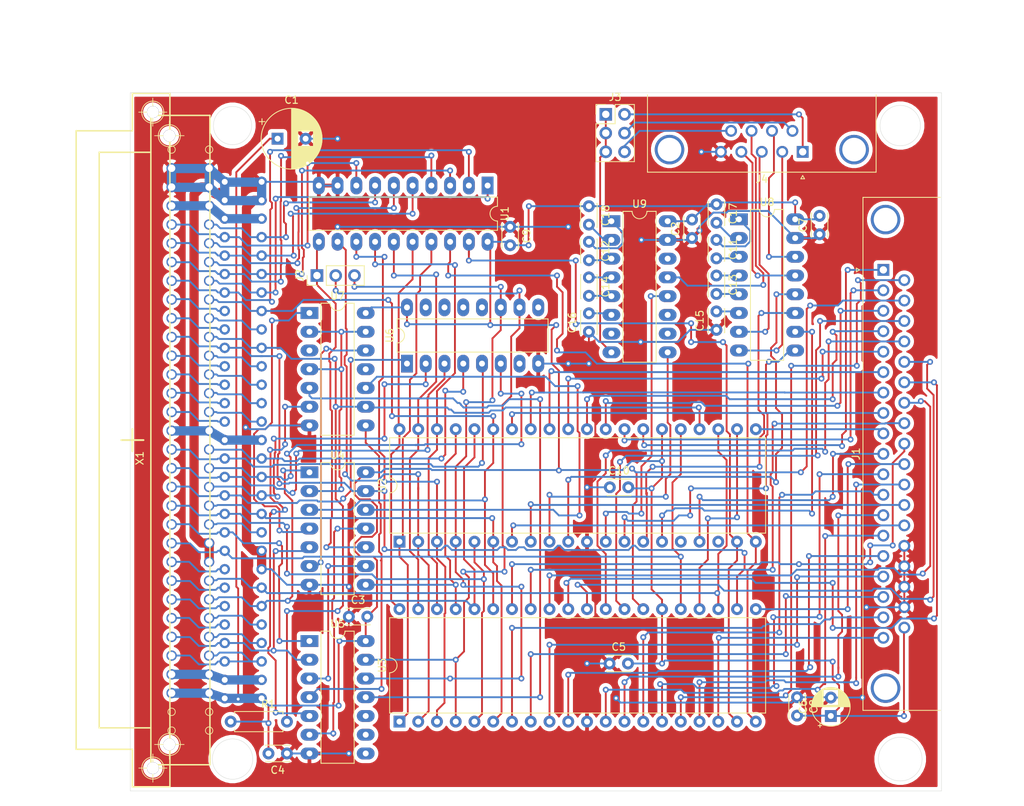
<source format=kicad_pcb>
(kicad_pcb (version 20171130) (host pcbnew "(5.1.10)-1")
  (layers (0 F.Cu signal) (31 B.Cu signal) (34 B.Paste user) (35 F.Paste user) (36 B.SilkS user) (37 F.SilkS user) (38 B.Mask user) (39 F.Mask user) (44 Edge.Cuts user))
  (net 0 "")
  (net 1 GND)
  (net 2 +12P)
  (net 3 +5P)
  (net 4 /A2)
  (net 5 /A3)
  (net 6 /A4)
  (net 7 /A5)
  (net 8 /A6)
  (net 9 /A7)
  (net 10 /~IORQ)
  (net 11 /~RESET)
  (net 12 /~M1)
  (net 13 /D3)
  (net 14 /D1)
  (net 15 /D4)
  (net 16 /D0)
  (net 17 /D5)
  (net 18 /~RD)
  (net 19 /A0)
  (net 20 /CLK)
  (net 21 /A1)
  (net 22 /D6)
  (net 23 /D7)
  (net 24 /D2)
  (net 25 /~WR)
  (net 26 /A13)
  (net 27 /A12)
  (net 28 /A15)
  (net 29 /A11)
  (net 30 /A14)
  (net 31 /~MREQ)
  (net 32 /A10)
  (net 33 /A9)
  (net 34 /A8)
  (net 35 /~MEMDI)
  (net 36 -5V)
  (net 37 -12V)
  (net 38 "Net-(C11-Pad2)")
  (net 39 "Net-(C11-Pad1)")
  (net 40 "Net-(C12-Pad2)")
  (net 41 "Net-(C12-Pad1)")
  (net 42 "Net-(C13-Pad2)")
  (net 43 "Net-(C13-Pad1)")
  (net 44 "Net-(C14-Pad2)")
  (net 45 "Net-(C14-Pad1)")
  (net 46 "Net-(C15-Pad2)")
  (net 47 "Net-(C16-Pad2)")
  (net 48 "Net-(J1-Pad32)")
  (net 49 "Net-(J1-Pad31)")
  (net 50 "Net-(J1-Pad30)")
  (net 51 "Net-(J1-Pad29)")
  (net 52 "Net-(J1-Pad28)")
  (net 53 "Net-(J1-Pad27)")
  (net 54 "Net-(J1-Pad26)")
  (net 55 "Net-(J1-Pad25)")
  (net 56 "Net-(J1-Pad24)")
  (net 57 "Net-(J1-Pad23)")
  (net 58 "Net-(J1-Pad22)")
  (net 59 "Net-(J1-Pad21)")
  (net 60 "Net-(J1-Pad20)")
  (net 61 "Net-(J1-Pad19)")
  (net 62 "Net-(J1-Pad18)")
  (net 63 "Net-(J1-Pad17)")
  (net 64 "Net-(J1-Pad16)")
  (net 65 "Net-(J1-Pad15)")
  (net 66 "Net-(J1-Pad14)")
  (net 67 "Net-(J1-Pad13)")
  (net 68 "Net-(J1-Pad12)")
  (net 69 "Net-(J1-Pad11)")
  (net 70 "Net-(J1-Pad10)")
  (net 71 "Net-(J1-Pad9)")
  (net 72 "Net-(J1-Pad8)")
  (net 73 "Net-(J1-Pad7)")
  (net 74 "Net-(J1-Pad6)")
  (net 75 "Net-(J1-Pad5)")
  (net 76 "Net-(J1-Pad4)")
  (net 77 "Net-(J1-Pad3)")
  (net 78 "Net-(J1-Pad2)")
  (net 79 "Net-(J1-Pad1)")
  (net 80 /~CS1)
  (net 81 /~CS2)
  (net 82 "Net-(J2-Pad1)")
  (net 83 "Net-(J3-Pad6)")
  (net 84 /PO)
  (net 85 "Net-(J3-Pad4)")
  (net 86 "Net-(J3-Pad2)")
  (net 87 /CTS)
  (net 88 /RTS)
  (net 89 /DTR)
  (net 90 /TxD)
  (net 91 /RxD)
  (net 92 /~IEI)
  (net 93 /DB7)
  (net 94 /DB6)
  (net 95 /DB5)
  (net 96 /DB4)
  (net 97 /DB3)
  (net 98 /DB2)
  (net 99 /DB1)
  (net 100 /DB0)
  (net 101 /~M1R)
  (net 102 "Net-(U2-Pad15)")
  (net 103 "Net-(U2-Pad14)")
  (net 104 "Net-(U2-Pad13)")
  (net 105 "Net-(U2-Pad12)")
  (net 106 "Net-(U2-Pad10)")
  (net 107 "Net-(U2-Pad9)")
  (net 108 /~INT)
  (net 109 "Net-(U2-Pad22)")
  (net 110 /~IEO)
  (net 111 "Net-(U4-Pad6)")
  (net 112 "Net-(U4-Pad12)")
  (net 113 "Net-(U4-Pad11)")
  (net 114 "Net-(U4-Pad4)")
  (net 115 "Net-(U4-Pad9)")
  (net 116 "Net-(U4-Pad2)")
  (net 117 "Net-(U5-Pad5)")
  (net 118 "Net-(U5-Pad11)")
  (net 119 "Net-(U5-Pad4)")
  (net 120 "Net-(X1-PadA22)")
  (net 121 "Net-(X1-PadA23)")
  (net 122 "Net-(X1-PadA24)")
  (net 123 "Net-(X1-PadA25)")
  (net 124 "Net-(X1-PadA27)")
  (net 125 "Net-(X1-PadC20)")
  (net 126 "Net-(X1-PadC25)")
  (net 127 "Net-(X1-PadC26)")
  (net 128 "Net-(C17-Pad2)")
  (net 129 "Net-(C18-Pad2)")
  (module Package_DIP:DIP-40_W15.24mm (layer F.Cu) (at 91.694 131.572 90)
    (fp_text reference U3 (at 7.62 -2.33 90) (layer F.SilkS))
    (fp_text value PIO-DIP-40)
    (pad 40 thru_hole oval (at 15.24 0 90) (size 1.6 1.6) (drill 0.8) (layers *.Cu *.Mask) (net 13 /D3))
    (pad 20 thru_hole oval (at 0 48.26 90) (size 1.6 1.6) (drill 0.8) (layers *.Cu *.Mask) (net 14 /D1))
    (pad 39 thru_hole oval (at 15.24 2.54 90) (size 1.6 1.6) (drill 0.8) (layers *.Cu *.Mask) (net 15 /D4))
    (pad 19 thru_hole oval (at 0 45.72 90) (size 1.6 1.6) (drill 0.8) (layers *.Cu *.Mask) (net 16 /D0))
    (pad 38 thru_hole oval (at 15.24 5.08 90) (size 1.6 1.6) (drill 0.8) (layers *.Cu *.Mask) (net 17 /D5))
    (pad 18 thru_hole oval (at 0 43.18 90) (size 1.6 1.6) (drill 0.8) (layers *.Cu *.Mask) (net 61 "Net-(J1-Pad19)"))
    (pad 37 thru_hole oval (at 15.24 7.62 90) (size 1.6 1.6) (drill 0.8) (layers *.Cu *.Mask) (net 101 /~M1R))
    (pad 17 thru_hole oval (at 0 40.64 90) (size 1.6 1.6) (drill 0.8) (layers *.Cu *.Mask) (net 50 "Net-(J1-Pad30)"))
    (pad 36 thru_hole oval (at 15.24 10.16 90) (size 1.6 1.6) (drill 0.8) (layers *.Cu *.Mask) (net 10 /~IORQ))
    (pad 16 thru_hole oval (at 0 38.1 90) (size 1.6 1.6) (drill 0.8) (layers *.Cu *.Mask) (net 60 "Net-(J1-Pad20)"))
    (pad 35 thru_hole oval (at 15.24 12.7 90) (size 1.6 1.6) (drill 0.8) (layers *.Cu *.Mask) (net 18 /~RD))
    (pad 15 thru_hole oval (at 0 35.56 90) (size 1.6 1.6) (drill 0.8) (layers *.Cu *.Mask) (net 69 "Net-(J1-Pad11)"))
    (pad 34 thru_hole oval (at 15.24 15.24 90) (size 1.6 1.6) (drill 0.8) (layers *.Cu *.Mask) (net 52 "Net-(J1-Pad28)"))
    (pad 14 thru_hole oval (at 0 33.02 90) (size 1.6 1.6) (drill 0.8) (layers *.Cu *.Mask) (net 68 "Net-(J1-Pad12)"))
    (pad 33 thru_hole oval (at 15.24 17.78 90) (size 1.6 1.6) (drill 0.8) (layers *.Cu *.Mask) (net 53 "Net-(J1-Pad27)"))
    (pad 13 thru_hole oval (at 0 30.48 90) (size 1.6 1.6) (drill 0.8) (layers *.Cu *.Mask) (net 67 "Net-(J1-Pad13)"))
    (pad 32 thru_hole oval (at 15.24 20.32 90) (size 1.6 1.6) (drill 0.8) (layers *.Cu *.Mask) (net 54 "Net-(J1-Pad26)"))
    (pad 12 thru_hole oval (at 0 27.94 90) (size 1.6 1.6) (drill 0.8) (layers *.Cu *.Mask) (net 66 "Net-(J1-Pad14)"))
    (pad 31 thru_hole oval (at 15.24 22.86 90) (size 1.6 1.6) (drill 0.8) (layers *.Cu *.Mask) (net 55 "Net-(J1-Pad25)"))
    (pad 11 thru_hole oval (at 0 25.4 90) (size 1.6 1.6) (drill 0.8) (layers *.Cu *.Mask) (net 1 GND))
    (pad 30 thru_hole oval (at 15.24 25.4 90) (size 1.6 1.6) (drill 0.8) (layers *.Cu *.Mask) (net 56 "Net-(J1-Pad24)"))
    (pad 10 thru_hole oval (at 0 22.86 90) (size 1.6 1.6) (drill 0.8) (layers *.Cu *.Mask) (net 65 "Net-(J1-Pad15)"))
    (pad 29 thru_hole oval (at 15.24 27.94 90) (size 1.6 1.6) (drill 0.8) (layers *.Cu *.Mask) (net 57 "Net-(J1-Pad23)"))
    (pad 9 thru_hole oval (at 0 20.32 90) (size 1.6 1.6) (drill 0.8) (layers *.Cu *.Mask) (net 64 "Net-(J1-Pad16)"))
    (pad 28 thru_hole oval (at 15.24 30.48 90) (size 1.6 1.6) (drill 0.8) (layers *.Cu *.Mask) (net 58 "Net-(J1-Pad22)"))
    (pad 8 thru_hole oval (at 0 17.78 90) (size 1.6 1.6) (drill 0.8) (layers *.Cu *.Mask) (net 63 "Net-(J1-Pad17)"))
    (pad 27 thru_hole oval (at 15.24 33.02 90) (size 1.6 1.6) (drill 0.8) (layers *.Cu *.Mask) (net 59 "Net-(J1-Pad21)"))
    (pad 7 thru_hole oval (at 0 15.24 90) (size 1.6 1.6) (drill 0.8) (layers *.Cu *.Mask) (net 62 "Net-(J1-Pad18)"))
    (pad 26 thru_hole oval (at 15.24 35.56 90) (size 1.6 1.6) (drill 0.8) (layers *.Cu *.Mask) (net 3 +5P))
    (pad 6 thru_hole oval (at 0 12.7 90) (size 1.6 1.6) (drill 0.8) (layers *.Cu *.Mask) (net 21 /A1))
    (pad 25 thru_hole oval (at 15.24 38.1 90) (size 1.6 1.6) (drill 0.8) (layers *.Cu *.Mask) (net 20 /CLK))
    (pad 5 thru_hole oval (at 0 10.16 90) (size 1.6 1.6) (drill 0.8) (layers *.Cu *.Mask) (net 19 /A0))
    (pad 24 thru_hole oval (at 15.24 40.64 90) (size 1.6 1.6) (drill 0.8) (layers *.Cu *.Mask) (net 109 "Net-(U2-Pad22)"))
    (pad 4 thru_hole oval (at 0 7.62 90) (size 1.6 1.6) (drill 0.8) (layers *.Cu *.Mask) (net 81 /~CS2))
    (pad 23 thru_hole oval (at 15.24 43.18 90) (size 1.6 1.6) (drill 0.8) (layers *.Cu *.Mask) (net 108 /~INT))
    (pad 3 thru_hole oval (at 0 5.08 90) (size 1.6 1.6) (drill 0.8) (layers *.Cu *.Mask) (net 22 /D6))
    (pad 22 thru_hole oval (at 15.24 45.72 90) (size 1.6 1.6) (drill 0.8) (layers *.Cu *.Mask) (net 110 /~IEO))
    (pad 2 thru_hole oval (at 0 2.54 90) (size 1.6 1.6) (drill 0.8) (layers *.Cu *.Mask) (net 23 /D7))
    (pad 21 thru_hole oval (at 15.24 48.26 90) (size 1.6 1.6) (drill 0.8) (layers *.Cu *.Mask) (net 51 "Net-(J1-Pad29)"))
    (pad 1 thru_hole rect (at 0 0 90) (size 1.6 1.6) (drill 0.8) (layers *.Cu *.Mask) (net 24 /D2))
  )
  (module Resistor_THT:R_Axial_DIN0207_L6.3mm_D2.5mm_P7.62mm_Horizontal (layer F.Cu) (at 68.834 131.572)
    (fp_text reference R1 (at 5.08 -2.37) (layer F.SilkS))
    (fp_text value 5K1)
    (pad 2 thru_hole oval (at 7.62 0) (size 1.6 1.6) (drill 0.8) (layers *.Cu *.Mask) (net 92 /~IEI))
    (pad 1 thru_hole circle (at 0 0) (size 1.6 1.6) (drill 0.8) (layers *.Cu *.Mask) (net 3 +5P))
  )
  (module Capacitor_THT:C_Disc_D3.0mm_W2.0mm_P2.50mm (layer F.Cu) (at 117.348 61.722 270)
    (fp_text reference C18 (at 1.25 -2.25 90) (layer F.SilkS))
    (fp_text value 1µ)
    (pad 2 thru_hole circle (at 2.5 0 270) (size 1.6 1.6) (drill 0.8) (layers *.Cu *.Mask) (net 129 "Net-(C18-Pad2)"))
    (pad 1 thru_hole circle (at 0 0 270) (size 1.6 1.6) (drill 0.8) (layers *.Cu *.Mask) (net 3 +5P))
  )
  (module Capacitor_THT:C_Disc_D3.0mm_W2.0mm_P2.50mm (layer F.Cu) (at 134.62 61.468 270)
    (fp_text reference C17 (at 1.25 -2.25 90) (layer F.SilkS))
    (fp_text value 1µ)
    (pad 2 thru_hole circle (at 2.5 0 270) (size 1.6 1.6) (drill 0.8) (layers *.Cu *.Mask) (net 128 "Net-(C17-Pad2)"))
    (pad 1 thru_hole circle (at 0 0 270) (size 1.6 1.6) (drill 0.8) (layers *.Cu *.Mask) (net 3 +5P))
  )
  (module Capacitor_THT:C_Disc_D3.0mm_W2.0mm_P2.50mm (layer F.Cu) (at 117.348 78.74 90)
    (fp_text reference C16 (at 1.25 -2.25 90) (layer F.SilkS))
    (fp_text value 1µ)
    (pad 2 thru_hole circle (at 2.5 0 90) (size 1.6 1.6) (drill 0.8) (layers *.Cu *.Mask) (net 47 "Net-(C16-Pad2)"))
    (pad 1 thru_hole circle (at 0 0 90) (size 1.6 1.6) (drill 0.8) (layers *.Cu *.Mask) (net 1 GND))
  )
  (module Capacitor_THT:C_Disc_D3.0mm_W2.0mm_P2.50mm (layer F.Cu) (at 134.62 78.486 90)
    (fp_text reference C15 (at 1.25 -2.25 90) (layer F.SilkS))
    (fp_text value 1µ)
    (pad 2 thru_hole circle (at 2.5 0 90) (size 1.6 1.6) (drill 0.8) (layers *.Cu *.Mask) (net 46 "Net-(C15-Pad2)"))
    (pad 1 thru_hole circle (at 0 0 90) (size 1.6 1.6) (drill 0.8) (layers *.Cu *.Mask) (net 1 GND))
  )
  (module Capacitor_THT:C_Disc_D3.0mm_W2.0mm_P2.50mm (layer F.Cu) (at 117.348 71.374 270)
    (fp_text reference C14 (at 1.25 -2.25 90) (layer F.SilkS))
    (fp_text value 1µ)
    (pad 2 thru_hole circle (at 2.5 0 270) (size 1.6 1.6) (drill 0.8) (layers *.Cu *.Mask) (net 44 "Net-(C14-Pad2)"))
    (pad 1 thru_hole circle (at 0 0 270) (size 1.6 1.6) (drill 0.8) (layers *.Cu *.Mask) (net 45 "Net-(C14-Pad1)"))
  )
  (module Capacitor_THT:C_Disc_D3.0mm_W2.0mm_P2.50mm (layer F.Cu) (at 134.62 71.12 270)
    (fp_text reference C13 (at 1.25 -2.25 90) (layer F.SilkS))
    (fp_text value 1µ)
    (pad 2 thru_hole circle (at 2.5 0 270) (size 1.6 1.6) (drill 0.8) (layers *.Cu *.Mask) (net 42 "Net-(C13-Pad2)"))
    (pad 1 thru_hole circle (at 0 0 270) (size 1.6 1.6) (drill 0.8) (layers *.Cu *.Mask) (net 43 "Net-(C13-Pad1)"))
  )
  (module Capacitor_THT:C_Disc_D3.0mm_W2.0mm_P2.50mm (layer F.Cu) (at 117.348 66.548 270)
    (fp_text reference C12 (at 1.25 -2.25 90) (layer F.SilkS))
    (fp_text value 1µ)
    (pad 2 thru_hole circle (at 2.5 0 270) (size 1.6 1.6) (drill 0.8) (layers *.Cu *.Mask) (net 40 "Net-(C12-Pad2)"))
    (pad 1 thru_hole circle (at 0 0 270) (size 1.6 1.6) (drill 0.8) (layers *.Cu *.Mask) (net 41 "Net-(C12-Pad1)"))
  )
  (module Capacitor_THT:C_Disc_D3.0mm_W2.0mm_P2.50mm (layer F.Cu) (at 134.62 66.294 270)
    (fp_text reference C11 (at 1.25 -2.25 90) (layer F.SilkS))
    (fp_text value 1µ)
    (pad 2 thru_hole circle (at 2.5 0 270) (size 1.6 1.6) (drill 0.8) (layers *.Cu *.Mask) (net 38 "Net-(C11-Pad2)"))
    (pad 1 thru_hole circle (at 0 0 270) (size 1.6 1.6) (drill 0.8) (layers *.Cu *.Mask) (net 39 "Net-(C11-Pad1)"))
  )
  (module Package_DIP:DIP-16_W7.62mm_LongPads (layer F.Cu) (at 120.396 63.754)
    (fp_text reference U9 (at 3.81 -2.33) (layer F.SilkS))
    (fp_text value MAX232)
    (pad 16 thru_hole oval (at 7.62 0) (size 2.4 1.6) (drill 0.8) (layers *.Cu *.Mask) (net 3 +5P))
    (pad 8 thru_hole oval (at 0 17.78) (size 2.4 1.6) (drill 0.8) (layers *.Cu *.Mask) (net 84 /PO))
    (pad 15 thru_hole oval (at 7.62 2.54) (size 2.4 1.6) (drill 0.8) (layers *.Cu *.Mask) (net 1 GND))
    (pad 7 thru_hole oval (at 0 15.24) (size 2.4 1.6) (drill 0.8) (layers *.Cu *.Mask))
    (pad 14 thru_hole oval (at 7.62 5.08) (size 2.4 1.6) (drill 0.8) (layers *.Cu *.Mask))
    (pad 6 thru_hole oval (at 0 12.7) (size 2.4 1.6) (drill 0.8) (layers *.Cu *.Mask) (net 47 "Net-(C16-Pad2)"))
    (pad 13 thru_hole oval (at 7.62 7.62) (size 2.4 1.6) (drill 0.8) (layers *.Cu *.Mask) (net 87 /CTS))
    (pad 5 thru_hole oval (at 0 10.16) (size 2.4 1.6) (drill 0.8) (layers *.Cu *.Mask) (net 44 "Net-(C14-Pad2)"))
    (pad 12 thru_hole oval (at 7.62 10.16) (size 2.4 1.6) (drill 0.8) (layers *.Cu *.Mask) (net 105 "Net-(U2-Pad12)"))
    (pad 4 thru_hole oval (at 0 7.62) (size 2.4 1.6) (drill 0.8) (layers *.Cu *.Mask) (net 45 "Net-(C14-Pad1)"))
    (pad 11 thru_hole oval (at 7.62 12.7) (size 2.4 1.6) (drill 0.8) (layers *.Cu *.Mask))
    (pad 3 thru_hole oval (at 0 5.08) (size 2.4 1.6) (drill 0.8) (layers *.Cu *.Mask) (net 40 "Net-(C12-Pad2)"))
    (pad 10 thru_hole oval (at 7.62 15.24) (size 2.4 1.6) (drill 0.8) (layers *.Cu *.Mask))
    (pad 2 thru_hole oval (at 0 2.54) (size 2.4 1.6) (drill 0.8) (layers *.Cu *.Mask) (net 129 "Net-(C18-Pad2)"))
    (pad 9 thru_hole oval (at 7.62 17.78) (size 2.4 1.6) (drill 0.8) (layers *.Cu *.Mask) (net 107 "Net-(U2-Pad9)"))
    (pad 1 thru_hole rect (at 0 0) (size 2.4 1.6) (drill 0.8) (layers *.Cu *.Mask) (net 41 "Net-(C12-Pad1)"))
  )
  (module Package_DIP:DIP-16_W7.62mm_LongPads (layer F.Cu) (at 137.668 63.5)
    (fp_text reference U8 (at 3.81 -2.33) (layer F.SilkS))
    (fp_text value MAX232)
    (pad 16 thru_hole oval (at 7.62 0) (size 2.4 1.6) (drill 0.8) (layers *.Cu *.Mask) (net 3 +5P))
    (pad 8 thru_hole oval (at 0 17.78) (size 2.4 1.6) (drill 0.8) (layers *.Cu *.Mask) (net 91 /RxD))
    (pad 15 thru_hole oval (at 7.62 2.54) (size 2.4 1.6) (drill 0.8) (layers *.Cu *.Mask) (net 1 GND))
    (pad 7 thru_hole oval (at 0 15.24) (size 2.4 1.6) (drill 0.8) (layers *.Cu *.Mask) (net 90 /TxD))
    (pad 14 thru_hole oval (at 7.62 5.08) (size 2.4 1.6) (drill 0.8) (layers *.Cu *.Mask) (net 88 /RTS))
    (pad 6 thru_hole oval (at 0 12.7) (size 2.4 1.6) (drill 0.8) (layers *.Cu *.Mask) (net 46 "Net-(C15-Pad2)"))
    (pad 13 thru_hole oval (at 7.62 7.62) (size 2.4 1.6) (drill 0.8) (layers *.Cu *.Mask) (net 89 /DTR))
    (pad 5 thru_hole oval (at 0 10.16) (size 2.4 1.6) (drill 0.8) (layers *.Cu *.Mask) (net 42 "Net-(C13-Pad2)"))
    (pad 12 thru_hole oval (at 7.62 10.16) (size 2.4 1.6) (drill 0.8) (layers *.Cu *.Mask) (net 106 "Net-(U2-Pad10)"))
    (pad 4 thru_hole oval (at 0 7.62) (size 2.4 1.6) (drill 0.8) (layers *.Cu *.Mask) (net 43 "Net-(C13-Pad1)"))
    (pad 11 thru_hole oval (at 7.62 12.7) (size 2.4 1.6) (drill 0.8) (layers *.Cu *.Mask) (net 103 "Net-(U2-Pad14)"))
    (pad 3 thru_hole oval (at 0 5.08) (size 2.4 1.6) (drill 0.8) (layers *.Cu *.Mask) (net 38 "Net-(C11-Pad2)"))
    (pad 10 thru_hole oval (at 7.62 15.24) (size 2.4 1.6) (drill 0.8) (layers *.Cu *.Mask) (net 102 "Net-(U2-Pad15)"))
    (pad 2 thru_hole oval (at 0 2.54) (size 2.4 1.6) (drill 0.8) (layers *.Cu *.Mask) (net 128 "Net-(C17-Pad2)"))
    (pad 9 thru_hole oval (at 7.62 17.78) (size 2.4 1.6) (drill 0.8) (layers *.Cu *.Mask) (net 104 "Net-(U2-Pad13)"))
    (pad 1 thru_hole rect (at 0 0) (size 2.4 1.6) (drill 0.8) (layers *.Cu *.Mask) (net 39 "Net-(C11-Pad1)"))
  )
  (module Package_DIP:DIP-14_W7.62mm_LongPads (layer F.Cu) (at 79.502 76.2)
    (fp_text reference U7 (at 3.81 -2.33) (layer F.SilkS))
    (fp_text value 74LS20)
    (pad 14 thru_hole oval (at 7.62 0) (size 2.4 1.6) (drill 0.8) (layers *.Cu *.Mask) (net 3 +5P))
    (pad 7 thru_hole oval (at 0 15.24) (size 2.4 1.6) (drill 0.8) (layers *.Cu *.Mask) (net 1 GND))
    (pad 13 thru_hole oval (at 7.62 2.54) (size 2.4 1.6) (drill 0.8) (layers *.Cu *.Mask) (net 116 "Net-(U4-Pad2)"))
    (pad 6 thru_hole oval (at 0 12.7) (size 2.4 1.6) (drill 0.8) (layers *.Cu *.Mask) (net 117 "Net-(U5-Pad5)"))
    (pad 12 thru_hole oval (at 7.62 5.08) (size 2.4 1.6) (drill 0.8) (layers *.Cu *.Mask) (net 111 "Net-(U4-Pad6)"))
    (pad 5 thru_hole oval (at 0 10.16) (size 2.4 1.6) (drill 0.8) (layers *.Cu *.Mask) (net 118 "Net-(U5-Pad11)"))
    (pad 11 thru_hole oval (at 7.62 7.62) (size 2.4 1.6) (drill 0.8) (layers *.Cu *.Mask))
    (pad 4 thru_hole oval (at 0 7.62) (size 2.4 1.6) (drill 0.8) (layers *.Cu *.Mask) (net 116 "Net-(U4-Pad2)"))
    (pad 10 thru_hole oval (at 7.62 10.16) (size 2.4 1.6) (drill 0.8) (layers *.Cu *.Mask) (net 112 "Net-(U4-Pad12)"))
    (pad 3 thru_hole oval (at 0 5.08) (size 2.4 1.6) (drill 0.8) (layers *.Cu *.Mask))
    (pad 9 thru_hole oval (at 7.62 12.7) (size 2.4 1.6) (drill 0.8) (layers *.Cu *.Mask) (net 92 /~IEI))
    (pad 2 thru_hole oval (at 0 2.54) (size 2.4 1.6) (drill 0.8) (layers *.Cu *.Mask) (net 116 "Net-(U4-Pad2)"))
    (pad 8 thru_hole oval (at 7.62 15.24) (size 2.4 1.6) (drill 0.8) (layers *.Cu *.Mask) (net 119 "Net-(U5-Pad4)"))
    (pad 1 thru_hole rect (at 0 0) (size 2.4 1.6) (drill 0.8) (layers *.Cu *.Mask) (net 114 "Net-(U4-Pad4)"))
  )
  (module Package_DIP:DIP-16_W7.62mm_LongPads (layer F.Cu) (at 92.71 83.058 90)
    (fp_text reference U6 (at 3.81 -2.33 90) (layer F.SilkS))
    (fp_text value DS8205)
    (pad 16 thru_hole oval (at 7.62 0 90) (size 2.4 1.6) (drill 0.8) (layers *.Cu *.Mask) (net 3 +5P))
    (pad 8 thru_hole oval (at 0 17.78 90) (size 2.4 1.6) (drill 0.8) (layers *.Cu *.Mask) (net 1 GND))
    (pad 15 thru_hole oval (at 7.62 2.54 90) (size 2.4 1.6) (drill 0.8) (layers *.Cu *.Mask))
    (pad 7 thru_hole oval (at 0 15.24 90) (size 2.4 1.6) (drill 0.8) (layers *.Cu *.Mask))
    (pad 14 thru_hole oval (at 7.62 5.08 90) (size 2.4 1.6) (drill 0.8) (layers *.Cu *.Mask))
    (pad 6 thru_hole oval (at 0 12.7 90) (size 2.4 1.6) (drill 0.8) (layers *.Cu *.Mask) (net 7 /A5))
    (pad 13 thru_hole oval (at 7.62 7.62 90) (size 2.4 1.6) (drill 0.8) (layers *.Cu *.Mask))
    (pad 5 thru_hole oval (at 0 10.16 90) (size 2.4 1.6) (drill 0.8) (layers *.Cu *.Mask) (net 8 /A6))
    (pad 12 thru_hole oval (at 7.62 10.16 90) (size 2.4 1.6) (drill 0.8) (layers *.Cu *.Mask))
    (pad 4 thru_hole oval (at 0 7.62 90) (size 2.4 1.6) (drill 0.8) (layers *.Cu *.Mask) (net 9 /A7))
    (pad 11 thru_hole oval (at 7.62 12.7 90) (size 2.4 1.6) (drill 0.8) (layers *.Cu *.Mask) (net 80 /~CS1))
    (pad 3 thru_hole oval (at 0 5.08 90) (size 2.4 1.6) (drill 0.8) (layers *.Cu *.Mask) (net 6 /A4))
    (pad 10 thru_hole oval (at 7.62 15.24 90) (size 2.4 1.6) (drill 0.8) (layers *.Cu *.Mask) (net 81 /~CS2))
    (pad 2 thru_hole oval (at 0 2.54 90) (size 2.4 1.6) (drill 0.8) (layers *.Cu *.Mask) (net 5 /A3))
    (pad 9 thru_hole oval (at 7.62 17.78 90) (size 2.4 1.6) (drill 0.8) (layers *.Cu *.Mask))
    (pad 1 thru_hole rect (at 0 0 90) (size 2.4 1.6) (drill 0.8) (layers *.Cu *.Mask) (net 4 /A2))
  )
  (module Package_DIP:DIP-14_W7.62mm_LongPads (layer F.Cu) (at 79.502 120.65)
    (fp_text reference U5 (at 3.81 -2.33) (layer F.SilkS))
    (fp_text value 74LS00)
    (pad 14 thru_hole oval (at 7.62 0) (size 2.4 1.6) (drill 0.8) (layers *.Cu *.Mask) (net 3 +5P))
    (pad 7 thru_hole oval (at 0 15.24) (size 2.4 1.6) (drill 0.8) (layers *.Cu *.Mask) (net 1 GND))
    (pad 13 thru_hole oval (at 7.62 2.54) (size 2.4 1.6) (drill 0.8) (layers *.Cu *.Mask) (net 81 /~CS2))
    (pad 6 thru_hole oval (at 0 12.7) (size 2.4 1.6) (drill 0.8) (layers *.Cu *.Mask) (net 113 "Net-(U4-Pad11)"))
    (pad 12 thru_hole oval (at 7.62 5.08) (size 2.4 1.6) (drill 0.8) (layers *.Cu *.Mask) (net 80 /~CS1))
    (pad 5 thru_hole oval (at 0 10.16) (size 2.4 1.6) (drill 0.8) (layers *.Cu *.Mask) (net 117 "Net-(U5-Pad5)"))
    (pad 11 thru_hole oval (at 7.62 7.62) (size 2.4 1.6) (drill 0.8) (layers *.Cu *.Mask) (net 118 "Net-(U5-Pad11)"))
    (pad 4 thru_hole oval (at 0 7.62) (size 2.4 1.6) (drill 0.8) (layers *.Cu *.Mask) (net 119 "Net-(U5-Pad4)"))
    (pad 10 thru_hole oval (at 7.62 10.16) (size 2.4 1.6) (drill 0.8) (layers *.Cu *.Mask))
    (pad 3 thru_hole oval (at 0 5.08) (size 2.4 1.6) (drill 0.8) (layers *.Cu *.Mask) (net 115 "Net-(U4-Pad9)"))
    (pad 9 thru_hole oval (at 7.62 12.7) (size 2.4 1.6) (drill 0.8) (layers *.Cu *.Mask))
    (pad 2 thru_hole oval (at 0 2.54) (size 2.4 1.6) (drill 0.8) (layers *.Cu *.Mask) (net 12 /~M1))
    (pad 8 thru_hole oval (at 7.62 15.24) (size 2.4 1.6) (drill 0.8) (layers *.Cu *.Mask))
    (pad 1 thru_hole rect (at 0 0) (size 2.4 1.6) (drill 0.8) (layers *.Cu *.Mask) (net 11 /~RESET))
  )
  (module Package_DIP:DIP-14_W7.62mm_LongPads (layer F.Cu) (at 79.502 97.79)
    (fp_text reference U4 (at 3.81 -2.33) (layer F.SilkS))
    (fp_text value 74LS04)
    (pad 14 thru_hole oval (at 7.62 0) (size 2.4 1.6) (drill 0.8) (layers *.Cu *.Mask) (net 3 +5P))
    (pad 7 thru_hole oval (at 0 15.24) (size 2.4 1.6) (drill 0.8) (layers *.Cu *.Mask) (net 1 GND))
    (pad 13 thru_hole oval (at 7.62 2.54) (size 2.4 1.6) (drill 0.8) (layers *.Cu *.Mask) (net 110 /~IEO))
    (pad 6 thru_hole oval (at 0 12.7) (size 2.4 1.6) (drill 0.8) (layers *.Cu *.Mask) (net 111 "Net-(U4-Pad6)"))
    (pad 12 thru_hole oval (at 7.62 5.08) (size 2.4 1.6) (drill 0.8) (layers *.Cu *.Mask) (net 112 "Net-(U4-Pad12)"))
    (pad 5 thru_hole oval (at 0 10.16) (size 2.4 1.6) (drill 0.8) (layers *.Cu *.Mask) (net 12 /~M1))
    (pad 11 thru_hole oval (at 7.62 7.62) (size 2.4 1.6) (drill 0.8) (layers *.Cu *.Mask) (net 113 "Net-(U4-Pad11)"))
    (pad 4 thru_hole oval (at 0 7.62) (size 2.4 1.6) (drill 0.8) (layers *.Cu *.Mask) (net 114 "Net-(U4-Pad4)"))
    (pad 10 thru_hole oval (at 7.62 10.16) (size 2.4 1.6) (drill 0.8) (layers *.Cu *.Mask) (net 82 "Net-(J2-Pad1)"))
    (pad 3 thru_hole oval (at 0 5.08) (size 2.4 1.6) (drill 0.8) (layers *.Cu *.Mask) (net 18 /~RD))
    (pad 9 thru_hole oval (at 7.62 12.7) (size 2.4 1.6) (drill 0.8) (layers *.Cu *.Mask) (net 115 "Net-(U4-Pad9)"))
    (pad 2 thru_hole oval (at 0 2.54) (size 2.4 1.6) (drill 0.8) (layers *.Cu *.Mask) (net 116 "Net-(U4-Pad2)"))
    (pad 8 thru_hole oval (at 7.62 15.24) (size 2.4 1.6) (drill 0.8) (layers *.Cu *.Mask) (net 101 /~M1R))
    (pad 1 thru_hole rect (at 0 0) (size 2.4 1.6) (drill 0.8) (layers *.Cu *.Mask) (net 10 /~IORQ))
  )
  (module Package_DIP:DIP-40_W15.24mm (layer F.Cu) (at 91.694 107.188 90)
    (fp_text reference U2 (at 7.62 -2.33 90) (layer F.SilkS))
    (fp_text value PIO-DIP-40)
    (pad 40 thru_hole oval (at 15.24 0 90) (size 1.6 1.6) (drill 0.8) (layers *.Cu *.Mask) (net 13 /D3))
    (pad 20 thru_hole oval (at 0 48.26 90) (size 1.6 1.6) (drill 0.8) (layers *.Cu *.Mask) (net 14 /D1))
    (pad 39 thru_hole oval (at 15.24 2.54 90) (size 1.6 1.6) (drill 0.8) (layers *.Cu *.Mask) (net 15 /D4))
    (pad 19 thru_hole oval (at 0 45.72 90) (size 1.6 1.6) (drill 0.8) (layers *.Cu *.Mask) (net 16 /D0))
    (pad 38 thru_hole oval (at 15.24 5.08 90) (size 1.6 1.6) (drill 0.8) (layers *.Cu *.Mask) (net 17 /D5))
    (pad 18 thru_hole oval (at 0 43.18 90) (size 1.6 1.6) (drill 0.8) (layers *.Cu *.Mask))
    (pad 37 thru_hole oval (at 15.24 7.62 90) (size 1.6 1.6) (drill 0.8) (layers *.Cu *.Mask) (net 101 /~M1R))
    (pad 17 thru_hole oval (at 0 40.64 90) (size 1.6 1.6) (drill 0.8) (layers *.Cu *.Mask) (net 70 "Net-(J1-Pad10)"))
    (pad 36 thru_hole oval (at 15.24 10.16 90) (size 1.6 1.6) (drill 0.8) (layers *.Cu *.Mask) (net 10 /~IORQ))
    (pad 16 thru_hole oval (at 0 38.1 90) (size 1.6 1.6) (drill 0.8) (layers *.Cu *.Mask))
    (pad 35 thru_hole oval (at 15.24 12.7 90) (size 1.6 1.6) (drill 0.8) (layers *.Cu *.Mask) (net 18 /~RD))
    (pad 15 thru_hole oval (at 0 35.56 90) (size 1.6 1.6) (drill 0.8) (layers *.Cu *.Mask) (net 102 "Net-(U2-Pad15)"))
    (pad 34 thru_hole oval (at 15.24 15.24 90) (size 1.6 1.6) (drill 0.8) (layers *.Cu *.Mask) (net 72 "Net-(J1-Pad8)"))
    (pad 14 thru_hole oval (at 0 33.02 90) (size 1.6 1.6) (drill 0.8) (layers *.Cu *.Mask) (net 103 "Net-(U2-Pad14)"))
    (pad 33 thru_hole oval (at 15.24 17.78 90) (size 1.6 1.6) (drill 0.8) (layers *.Cu *.Mask) (net 73 "Net-(J1-Pad7)"))
    (pad 13 thru_hole oval (at 0 30.48 90) (size 1.6 1.6) (drill 0.8) (layers *.Cu *.Mask) (net 104 "Net-(U2-Pad13)"))
    (pad 32 thru_hole oval (at 15.24 20.32 90) (size 1.6 1.6) (drill 0.8) (layers *.Cu *.Mask) (net 74 "Net-(J1-Pad6)"))
    (pad 12 thru_hole oval (at 0 27.94 90) (size 1.6 1.6) (drill 0.8) (layers *.Cu *.Mask) (net 105 "Net-(U2-Pad12)"))
    (pad 31 thru_hole oval (at 15.24 22.86 90) (size 1.6 1.6) (drill 0.8) (layers *.Cu *.Mask) (net 75 "Net-(J1-Pad5)"))
    (pad 11 thru_hole oval (at 0 25.4 90) (size 1.6 1.6) (drill 0.8) (layers *.Cu *.Mask) (net 1 GND))
    (pad 30 thru_hole oval (at 15.24 25.4 90) (size 1.6 1.6) (drill 0.8) (layers *.Cu *.Mask) (net 76 "Net-(J1-Pad4)"))
    (pad 10 thru_hole oval (at 0 22.86 90) (size 1.6 1.6) (drill 0.8) (layers *.Cu *.Mask) (net 106 "Net-(U2-Pad10)"))
    (pad 29 thru_hole oval (at 15.24 27.94 90) (size 1.6 1.6) (drill 0.8) (layers *.Cu *.Mask) (net 77 "Net-(J1-Pad3)"))
    (pad 9 thru_hole oval (at 0 20.32 90) (size 1.6 1.6) (drill 0.8) (layers *.Cu *.Mask) (net 107 "Net-(U2-Pad9)"))
    (pad 28 thru_hole oval (at 15.24 30.48 90) (size 1.6 1.6) (drill 0.8) (layers *.Cu *.Mask) (net 78 "Net-(J1-Pad2)"))
    (pad 8 thru_hole oval (at 0 17.78 90) (size 1.6 1.6) (drill 0.8) (layers *.Cu *.Mask) (net 49 "Net-(J1-Pad31)"))
    (pad 27 thru_hole oval (at 15.24 33.02 90) (size 1.6 1.6) (drill 0.8) (layers *.Cu *.Mask) (net 79 "Net-(J1-Pad1)"))
    (pad 7 thru_hole oval (at 0 15.24 90) (size 1.6 1.6) (drill 0.8) (layers *.Cu *.Mask) (net 48 "Net-(J1-Pad32)"))
    (pad 26 thru_hole oval (at 15.24 35.56 90) (size 1.6 1.6) (drill 0.8) (layers *.Cu *.Mask) (net 3 +5P))
    (pad 6 thru_hole oval (at 0 12.7 90) (size 1.6 1.6) (drill 0.8) (layers *.Cu *.Mask) (net 21 /A1))
    (pad 25 thru_hole oval (at 15.24 38.1 90) (size 1.6 1.6) (drill 0.8) (layers *.Cu *.Mask) (net 20 /CLK))
    (pad 5 thru_hole oval (at 0 10.16 90) (size 1.6 1.6) (drill 0.8) (layers *.Cu *.Mask) (net 19 /A0))
    (pad 24 thru_hole oval (at 15.24 40.64 90) (size 1.6 1.6) (drill 0.8) (layers *.Cu *.Mask) (net 92 /~IEI))
    (pad 4 thru_hole oval (at 0 7.62 90) (size 1.6 1.6) (drill 0.8) (layers *.Cu *.Mask) (net 80 /~CS1))
    (pad 23 thru_hole oval (at 15.24 43.18 90) (size 1.6 1.6) (drill 0.8) (layers *.Cu *.Mask) (net 108 /~INT))
    (pad 3 thru_hole oval (at 0 5.08 90) (size 1.6 1.6) (drill 0.8) (layers *.Cu *.Mask) (net 22 /D6))
    (pad 22 thru_hole oval (at 15.24 45.72 90) (size 1.6 1.6) (drill 0.8) (layers *.Cu *.Mask) (net 109 "Net-(U2-Pad22)"))
    (pad 2 thru_hole oval (at 0 2.54 90) (size 1.6 1.6) (drill 0.8) (layers *.Cu *.Mask) (net 23 /D7))
    (pad 21 thru_hole oval (at 15.24 48.26 90) (size 1.6 1.6) (drill 0.8) (layers *.Cu *.Mask) (net 71 "Net-(J1-Pad9)"))
    (pad 1 thru_hole rect (at 0 0 90) (size 1.6 1.6) (drill 0.8) (layers *.Cu *.Mask) (net 24 /D2))
  )
  (module Package_DIP:DIP-20_W7.62mm_LongPads (layer F.Cu) (at 103.632 58.928 270)
    (fp_text reference U1 (at 3.81 -2.33 90) (layer F.SilkS))
    (fp_text value DS8286D)
    (pad 20 thru_hole oval (at 7.62 0 270) (size 2.4 1.6) (drill 0.8) (layers *.Cu *.Mask) (net 3 +5P))
    (pad 10 thru_hole oval (at 0 22.86 270) (size 2.4 1.6) (drill 0.8) (layers *.Cu *.Mask) (net 1 GND))
    (pad 19 thru_hole oval (at 7.62 2.54 270) (size 2.4 1.6) (drill 0.8) (layers *.Cu *.Mask) (net 16 /D0))
    (pad 9 thru_hole oval (at 0 20.32 270) (size 2.4 1.6) (drill 0.8) (layers *.Cu *.Mask) (net 1 GND))
    (pad 18 thru_hole oval (at 7.62 5.08 270) (size 2.4 1.6) (drill 0.8) (layers *.Cu *.Mask) (net 14 /D1))
    (pad 8 thru_hole oval (at 0 17.78 270) (size 2.4 1.6) (drill 0.8) (layers *.Cu *.Mask) (net 93 /DB7))
    (pad 17 thru_hole oval (at 7.62 7.62 270) (size 2.4 1.6) (drill 0.8) (layers *.Cu *.Mask) (net 24 /D2))
    (pad 7 thru_hole oval (at 0 15.24 270) (size 2.4 1.6) (drill 0.8) (layers *.Cu *.Mask) (net 94 /DB6))
    (pad 16 thru_hole oval (at 7.62 10.16 270) (size 2.4 1.6) (drill 0.8) (layers *.Cu *.Mask) (net 13 /D3))
    (pad 6 thru_hole oval (at 0 12.7 270) (size 2.4 1.6) (drill 0.8) (layers *.Cu *.Mask) (net 95 /DB5))
    (pad 15 thru_hole oval (at 7.62 12.7 270) (size 2.4 1.6) (drill 0.8) (layers *.Cu *.Mask) (net 15 /D4))
    (pad 5 thru_hole oval (at 0 10.16 270) (size 2.4 1.6) (drill 0.8) (layers *.Cu *.Mask) (net 96 /DB4))
    (pad 14 thru_hole oval (at 7.62 15.24 270) (size 2.4 1.6) (drill 0.8) (layers *.Cu *.Mask) (net 17 /D5))
    (pad 4 thru_hole oval (at 0 7.62 270) (size 2.4 1.6) (drill 0.8) (layers *.Cu *.Mask) (net 97 /DB3))
    (pad 13 thru_hole oval (at 7.62 17.78 270) (size 2.4 1.6) (drill 0.8) (layers *.Cu *.Mask) (net 22 /D6))
    (pad 3 thru_hole oval (at 0 5.08 270) (size 2.4 1.6) (drill 0.8) (layers *.Cu *.Mask) (net 98 /DB2))
    (pad 12 thru_hole oval (at 7.62 20.32 270) (size 2.4 1.6) (drill 0.8) (layers *.Cu *.Mask) (net 23 /D7))
    (pad 2 thru_hole oval (at 0 2.54 270) (size 2.4 1.6) (drill 0.8) (layers *.Cu *.Mask) (net 99 /DB1))
    (pad 11 thru_hole oval (at 7.62 22.86 270) (size 2.4 1.6) (drill 0.8) (layers *.Cu *.Mask) (net 82 "Net-(J2-Pad1)"))
    (pad 1 thru_hole rect (at 0 0 270) (size 2.4 1.6) (drill 0.8) (layers *.Cu *.Mask) (net 100 /DB0))
  )
  (module Connector_Dsub:DSUB-9_Male_Horizontal_P2.77x2.84mm_EdgePinOffset4.94mm_Housed_MountingHolesOffset7.48mm (layer F.Cu) (at 146.304 54.356 180)
    (fp_text reference J4 (at 5.54 -3.7) (layer F.SilkS))
    (fp_text value DB9_Male)
    (pad 0 thru_hole circle (at 18.04 0.3 180) (size 4 4) (drill 3.2) (layers *.Cu *.Mask))
    (pad 0 thru_hole circle (at -6.96 0.3 180) (size 4 4) (drill 3.2) (layers *.Cu *.Mask))
    (pad 9 thru_hole circle (at 9.695 2.84 180) (size 1.6 1.6) (drill 1) (layers *.Cu *.Mask) (net 83 "Net-(J3-Pad6)"))
    (pad 8 thru_hole circle (at 6.925 2.84 180) (size 1.6 1.6) (drill 1) (layers *.Cu *.Mask) (net 87 /CTS))
    (pad 7 thru_hole circle (at 4.155 2.84 180) (size 1.6 1.6) (drill 1) (layers *.Cu *.Mask) (net 88 /RTS))
    (pad 6 thru_hole circle (at 1.385 2.84 180) (size 1.6 1.6) (drill 1) (layers *.Cu *.Mask) (net 85 "Net-(J3-Pad4)"))
    (pad 5 thru_hole circle (at 11.08 0 180) (size 1.6 1.6) (drill 1) (layers *.Cu *.Mask) (net 1 GND))
    (pad 4 thru_hole circle (at 8.31 0 180) (size 1.6 1.6) (drill 1) (layers *.Cu *.Mask) (net 89 /DTR))
    (pad 3 thru_hole circle (at 5.54 0 180) (size 1.6 1.6) (drill 1) (layers *.Cu *.Mask) (net 90 /TxD))
    (pad 2 thru_hole circle (at 2.77 0 180) (size 1.6 1.6) (drill 1) (layers *.Cu *.Mask) (net 91 /RxD))
    (pad 1 thru_hole rect (at 0 0 180) (size 1.6 1.6) (drill 1) (layers *.Cu *.Mask) (net 86 "Net-(J3-Pad2)"))
  )
  (module Connector_PinHeader_2.54mm:PinHeader_2x03_P2.54mm_Vertical (layer F.Cu) (at 119.634 49.276)
    (fp_text reference J3 (at 1.27 -2.33) (layer F.SilkS))
    (fp_text value Conn_02x03_Odd_Even)
    (pad 6 thru_hole oval (at 2.54 5.08) (size 1.7 1.7) (drill 1) (layers *.Cu *.Mask) (net 83 "Net-(J3-Pad6)"))
    (pad 5 thru_hole oval (at 0 5.08) (size 1.7 1.7) (drill 1) (layers *.Cu *.Mask) (net 84 /PO))
    (pad 4 thru_hole oval (at 2.54 2.54) (size 1.7 1.7) (drill 1) (layers *.Cu *.Mask) (net 85 "Net-(J3-Pad4)"))
    (pad 3 thru_hole oval (at 0 2.54) (size 1.7 1.7) (drill 1) (layers *.Cu *.Mask) (net 84 /PO))
    (pad 2 thru_hole oval (at 2.54 0) (size 1.7 1.7) (drill 1) (layers *.Cu *.Mask) (net 86 "Net-(J3-Pad2)"))
    (pad 1 thru_hole rect (at 0 0) (size 1.7 1.7) (drill 1) (layers *.Cu *.Mask) (net 84 /PO))
  )
  (module Connector_PinHeader_2.54mm:PinHeader_1x03_P2.54mm_Vertical (layer F.Cu) (at 80.518 71.12 90)
    (fp_text reference J2 (at 0 -2.33 90) (layer F.SilkS))
    (fp_text value Conn_01x03)
    (pad 3 thru_hole oval (at 0 5.08 90) (size 1.7 1.7) (drill 1) (layers *.Cu *.Mask) (net 80 /~CS1))
    (pad 2 thru_hole oval (at 0 2.54 90) (size 1.7 1.7) (drill 1) (layers *.Cu *.Mask) (net 81 /~CS2))
    (pad 1 thru_hole rect (at 0 0 90) (size 1.7 1.7) (drill 1) (layers *.Cu *.Mask) (net 82 "Net-(J2-Pad1)"))
  )
  (module Connector_Dsub:DSUB-37_Female_Horizontal_P2.77x2.84mm_EdgePinOffset4.94mm_Housed_MountingHolesOffset7.48mm (layer F.Cu) (at 157.226 70.358 90)
    (fp_text reference J1 (at -24.93 -3.7 90) (layer F.SilkS))
    (fp_text value DB37_Female)
    (pad 0 thru_hole circle (at 6.82 0.3 90) (size 4 4) (drill 3.2) (layers *.Cu *.Mask))
    (pad 0 thru_hole circle (at -56.68 0.3 90) (size 4 4) (drill 3.2) (layers *.Cu *.Mask))
    (pad 37 thru_hole circle (at -48.475 2.84 90) (size 1.6 1.6) (drill 1) (layers *.Cu *.Mask) (net 3 +5P))
    (pad 36 thru_hole circle (at -45.705 2.84 90) (size 1.6 1.6) (drill 1) (layers *.Cu *.Mask) (net 1 GND))
    (pad 35 thru_hole circle (at -42.935 2.84 90) (size 1.6 1.6) (drill 1) (layers *.Cu *.Mask) (net 1 GND))
    (pad 34 thru_hole circle (at -40.165 2.84 90) (size 1.6 1.6) (drill 1) (layers *.Cu *.Mask) (net 1 GND))
    (pad 33 thru_hole circle (at -37.395 2.84 90) (size 1.6 1.6) (drill 1) (layers *.Cu *.Mask) (net 1 GND))
    (pad 32 thru_hole circle (at -34.625 2.84 90) (size 1.6 1.6) (drill 1) (layers *.Cu *.Mask) (net 48 "Net-(J1-Pad32)"))
    (pad 31 thru_hole circle (at -31.855 2.84 90) (size 1.6 1.6) (drill 1) (layers *.Cu *.Mask) (net 49 "Net-(J1-Pad31)"))
    (pad 30 thru_hole circle (at -29.085 2.84 90) (size 1.6 1.6) (drill 1) (layers *.Cu *.Mask) (net 50 "Net-(J1-Pad30)"))
    (pad 29 thru_hole circle (at -26.315 2.84 90) (size 1.6 1.6) (drill 1) (layers *.Cu *.Mask) (net 51 "Net-(J1-Pad29)"))
    (pad 28 thru_hole circle (at -23.545 2.84 90) (size 1.6 1.6) (drill 1) (layers *.Cu *.Mask) (net 52 "Net-(J1-Pad28)"))
    (pad 27 thru_hole circle (at -20.775 2.84 90) (size 1.6 1.6) (drill 1) (layers *.Cu *.Mask) (net 53 "Net-(J1-Pad27)"))
    (pad 26 thru_hole circle (at -18.005 2.84 90) (size 1.6 1.6) (drill 1) (layers *.Cu *.Mask) (net 54 "Net-(J1-Pad26)"))
    (pad 25 thru_hole circle (at -15.235 2.84 90) (size 1.6 1.6) (drill 1) (layers *.Cu *.Mask) (net 55 "Net-(J1-Pad25)"))
    (pad 24 thru_hole circle (at -12.465 2.84 90) (size 1.6 1.6) (drill 1) (layers *.Cu *.Mask) (net 56 "Net-(J1-Pad24)"))
    (pad 23 thru_hole circle (at -9.695 2.84 90) (size 1.6 1.6) (drill 1) (layers *.Cu *.Mask) (net 57 "Net-(J1-Pad23)"))
    (pad 22 thru_hole circle (at -6.925 2.84 90) (size 1.6 1.6) (drill 1) (layers *.Cu *.Mask) (net 58 "Net-(J1-Pad22)"))
    (pad 21 thru_hole circle (at -4.155 2.84 90) (size 1.6 1.6) (drill 1) (layers *.Cu *.Mask) (net 59 "Net-(J1-Pad21)"))
    (pad 20 thru_hole circle (at -1.385 2.84 90) (size 1.6 1.6) (drill 1) (layers *.Cu *.Mask) (net 60 "Net-(J1-Pad20)"))
    (pad 19 thru_hole circle (at -49.86 0 90) (size 1.6 1.6) (drill 1) (layers *.Cu *.Mask) (net 61 "Net-(J1-Pad19)"))
    (pad 18 thru_hole circle (at -47.09 0 90) (size 1.6 1.6) (drill 1) (layers *.Cu *.Mask) (net 62 "Net-(J1-Pad18)"))
    (pad 17 thru_hole circle (at -44.32 0 90) (size 1.6 1.6) (drill 1) (layers *.Cu *.Mask) (net 63 "Net-(J1-Pad17)"))
    (pad 16 thru_hole circle (at -41.55 0 90) (size 1.6 1.6) (drill 1) (layers *.Cu *.Mask) (net 64 "Net-(J1-Pad16)"))
    (pad 15 thru_hole circle (at -38.78 0 90) (size 1.6 1.6) (drill 1) (layers *.Cu *.Mask) (net 65 "Net-(J1-Pad15)"))
    (pad 14 thru_hole circle (at -36.01 0 90) (size 1.6 1.6) (drill 1) (layers *.Cu *.Mask) (net 66 "Net-(J1-Pad14)"))
    (pad 13 thru_hole circle (at -33.24 0 90) (size 1.6 1.6) (drill 1) (layers *.Cu *.Mask) (net 67 "Net-(J1-Pad13)"))
    (pad 12 thru_hole circle (at -30.47 0 90) (size 1.6 1.6) (drill 1) (layers *.Cu *.Mask) (net 68 "Net-(J1-Pad12)"))
    (pad 11 thru_hole circle (at -27.7 0 90) (size 1.6 1.6) (drill 1) (layers *.Cu *.Mask) (net 69 "Net-(J1-Pad11)"))
    (pad 10 thru_hole circle (at -24.93 0 90) (size 1.6 1.6) (drill 1) (layers *.Cu *.Mask) (net 70 "Net-(J1-Pad10)"))
    (pad 9 thru_hole circle (at -22.16 0 90) (size 1.6 1.6) (drill 1) (layers *.Cu *.Mask) (net 71 "Net-(J1-Pad9)"))
    (pad 8 thru_hole circle (at -19.39 0 90) (size 1.6 1.6) (drill 1) (layers *.Cu *.Mask) (net 72 "Net-(J1-Pad8)"))
    (pad 7 thru_hole circle (at -16.62 0 90) (size 1.6 1.6) (drill 1) (layers *.Cu *.Mask) (net 73 "Net-(J1-Pad7)"))
    (pad 6 thru_hole circle (at -13.85 0 90) (size 1.6 1.6) (drill 1) (layers *.Cu *.Mask) (net 74 "Net-(J1-Pad6)"))
    (pad 5 thru_hole circle (at -11.08 0 90) (size 1.6 1.6) (drill 1) (layers *.Cu *.Mask) (net 75 "Net-(J1-Pad5)"))
    (pad 4 thru_hole circle (at -8.31 0 90) (size 1.6 1.6) (drill 1) (layers *.Cu *.Mask) (net 76 "Net-(J1-Pad4)"))
    (pad 3 thru_hole circle (at -5.54 0 90) (size 1.6 1.6) (drill 1) (layers *.Cu *.Mask) (net 77 "Net-(J1-Pad3)"))
    (pad 2 thru_hole circle (at -2.77 0 90) (size 1.6 1.6) (drill 1) (layers *.Cu *.Mask) (net 78 "Net-(J1-Pad2)"))
    (pad 1 thru_hole rect (at 0 0 90) (size 1.6 1.6) (drill 1) (layers *.Cu *.Mask) (net 79 "Net-(J1-Pad1)"))
  )
  (module Capacitor_THT:C_Disc_D3.0mm_W2.0mm_P2.50mm (layer F.Cu) (at 120.182 99.822)
    (fp_text reference C10 (at 1.25 -2.25) (layer F.SilkS))
    (fp_text value 100nF)
    (pad 2 thru_hole circle (at 2.5 0) (size 1.6 1.6) (drill 0.8) (layers *.Cu *.Mask) (net 3 +5P))
    (pad 1 thru_hole circle (at 0 0) (size 1.6 1.6) (drill 0.8) (layers *.Cu *.Mask) (net 1 GND))
  )
  (module Capacitor_THT:C_Disc_D3.0mm_W2.0mm_P2.50mm (layer F.Cu) (at 106.68 64.516 270)
    (fp_text reference C9 (at 1.25 -2.25 90) (layer F.SilkS))
    (fp_text value 100nF)
    (pad 2 thru_hole circle (at 2.5 0 270) (size 1.6 1.6) (drill 0.8) (layers *.Cu *.Mask) (net 3 +5P))
    (pad 1 thru_hole circle (at 0 0 270) (size 1.6 1.6) (drill 0.8) (layers *.Cu *.Mask) (net 1 GND))
  )
  (module Capacitor_THT:C_Disc_D3.0mm_W2.0mm_P2.50mm (layer F.Cu) (at 145.542 128.27 270)
    (fp_text reference C8 (at 1.25 -2.25 90) (layer F.SilkS))
    (fp_text value 100nF)
    (pad 2 thru_hole circle (at 2.5 0 270) (size 1.6 1.6) (drill 0.8) (layers *.Cu *.Mask) (net 3 +5P))
    (pad 1 thru_hole circle (at 0 0 270) (size 1.6 1.6) (drill 0.8) (layers *.Cu *.Mask) (net 1 GND))
  )
  (module Capacitor_THT:C_Disc_D3.0mm_W2.0mm_P2.50mm (layer F.Cu) (at 148.59 65.532 90)
    (fp_text reference C7 (at 1.25 -2.25 90) (layer F.SilkS))
    (fp_text value 100nF)
    (pad 2 thru_hole circle (at 2.5 0 90) (size 1.6 1.6) (drill 0.8) (layers *.Cu *.Mask) (net 3 +5P))
    (pad 1 thru_hole circle (at 0 0 90) (size 1.6 1.6) (drill 0.8) (layers *.Cu *.Mask) (net 1 GND))
  )
  (module Capacitor_THT:CP_Radial_D5.0mm_P2.50mm (layer F.Cu) (at 150.114 130.81 90)
    (fp_text reference C6 (at 1.25 -3.75 90) (layer F.SilkS))
    (fp_text value 4u7)
    (pad 2 thru_hole circle (at 2.5 0 90) (size 1.6 1.6) (drill 0.8) (layers *.Cu *.Mask) (net 1 GND))
    (pad 1 thru_hole rect (at 0 0 90) (size 1.6 1.6) (drill 0.8) (layers *.Cu *.Mask) (net 3 +5P))
  )
  (module Capacitor_THT:C_Disc_D3.0mm_W2.0mm_P2.50mm (layer F.Cu) (at 120.142 123.698)
    (fp_text reference C5 (at 1.25 -2.25) (layer F.SilkS))
    (fp_text value 100nF)
    (pad 2 thru_hole circle (at 2.5 0) (size 1.6 1.6) (drill 0.8) (layers *.Cu *.Mask) (net 3 +5P))
    (pad 1 thru_hole circle (at 0 0) (size 1.6 1.6) (drill 0.8) (layers *.Cu *.Mask) (net 1 GND))
  )
  (module Capacitor_THT:C_Disc_D3.0mm_W2.0mm_P2.50mm (layer F.Cu) (at 76.454 135.89 180)
    (fp_text reference C4 (at 1.25 -2.25) (layer F.SilkS))
    (fp_text value 100nF)
    (pad 2 thru_hole circle (at 2.5 0 180) (size 1.6 1.6) (drill 0.8) (layers *.Cu *.Mask) (net 3 +5P))
    (pad 1 thru_hole circle (at 0 0 180) (size 1.6 1.6) (drill 0.8) (layers *.Cu *.Mask) (net 1 GND))
  )
  (module Capacitor_THT:C_Disc_D3.0mm_W2.0mm_P2.50mm (layer F.Cu) (at 84.836 117.348)
    (fp_text reference C3 (at 1.25 -2.25) (layer F.SilkS))
    (fp_text value 100nF)
    (pad 2 thru_hole circle (at 2.5 0) (size 1.6 1.6) (drill 0.8) (layers *.Cu *.Mask) (net 3 +5P))
    (pad 1 thru_hole circle (at 0 0) (size 1.6 1.6) (drill 0.8) (layers *.Cu *.Mask) (net 1 GND))
  )
  (module Capacitor_THT:C_Disc_D3.0mm_W2.0mm_P2.50mm (layer F.Cu) (at 131.318 66.04 90)
    (fp_text reference C2 (at 1.25 -2.25 90) (layer F.SilkS))
    (fp_text value 100nF)
    (pad 2 thru_hole circle (at 2.5 0 90) (size 1.6 1.6) (drill 0.8) (layers *.Cu *.Mask) (net 3 +5P))
    (pad 1 thru_hole circle (at 0 0 90) (size 1.6 1.6) (drill 0.8) (layers *.Cu *.Mask) (net 1 GND))
  )
  (module Capacitor_THT:CP_Radial_D8.0mm_P3.80mm (layer F.Cu) (at 75.184 52.578)
    (fp_text reference C1 (at 1.9 -5.25) (layer F.SilkS))
    (fp_text value 500u)
    (pad 2 thru_hole circle (at 3.8 0) (size 1.6 1.6) (drill 0.8) (layers *.Cu *.Mask) (net 1 GND))
    (pad 1 thru_hole rect (at 0 0) (size 1.6 1.6) (drill 0.8) (layers *.Cu *.Mask) (net 3 +5P))
  )
  (module K1520:K1520_EFS2x29_DIN_male (layer F.Cu) (at 55.525 93.42 270)
    (fp_text reference X1 (at 1.4 -1 90) (layer F.SilkS) (effects (justify right)))
    (fp_text value K1520_2x29-AC)
    (pad "" thru_hole circle (at -44.45 -2.7686 270) (size 1.61 1.61) (drill 1.6) (layers *.Cu *.Mask))
    (pad "" thru_hole circle (at 44.45 -2.7686 270) (size 1.61 1.61) (drill 1.6) (layers *.Cu *.Mask))
    (pad A01 thru_hole circle (at -36.83 -5.3086 270) (size 1.4 1.4) (drill 1) (layers *.Cu *.Mask) (net 1 GND))
    (pad A02 thru_hole circle (at -34.29 -5.3086 270) (size 1.4 1.4) (drill 1) (layers *.Cu *.Mask) (net 1 GND))
    (pad A04 thru_hole circle (at -29.21 -5.3086 270) (size 1.4 1.4) (drill 1) (layers *.Cu *.Mask) (net 93 /DB7))
    (pad A05 thru_hole circle (at -26.67 -5.3086 270) (size 1.4 1.4) (drill 1) (layers *.Cu *.Mask) (net 95 /DB5))
    (pad A06 thru_hole circle (at -24.13 -5.3086 270) (size 1.4 1.4) (drill 1) (layers *.Cu *.Mask) (net 97 /DB3))
    (pad A07 thru_hole circle (at -21.59 -5.3086 270) (size 1.4 1.4) (drill 1) (layers *.Cu *.Mask) (net 99 /DB1))
    (pad A08 thru_hole circle (at -19.05 -5.3086 270) (size 1.4 1.4) (drill 1) (layers *.Cu *.Mask) (net 25 /~WR))
    (pad A09 thru_hole circle (at -16.51 -5.3086 270) (size 1.4 1.4) (drill 1) (layers *.Cu *.Mask) (net 31 /~MREQ))
    (pad A10 thru_hole circle (at -13.97 -5.3086 270) (size 1.4 1.4) (drill 1) (layers *.Cu *.Mask) (net 110 /~IEO))
    (pad A11 thru_hole circle (at -11.43 -5.3086 270) (size 1.4 1.4) (drill 1) (layers *.Cu *.Mask) (net 30 /A14))
    (pad A12 thru_hole circle (at -8.89 -5.3086 270) (size 1.4 1.4) (drill 1) (layers *.Cu *.Mask) (net 27 /A12))
    (pad A13 thru_hole circle (at -6.35 -5.3086 270) (size 1.4 1.4) (drill 1) (layers *.Cu *.Mask) (net 32 /A10))
    (pad A14 thru_hole circle (at -3.81 -5.3086 270) (size 1.4 1.4) (drill 1) (layers *.Cu *.Mask) (net 34 /A8))
    (pad A15 thru_hole circle (at -1.27 -5.3086 270) (size 1.4 1.4) (drill 1) (layers *.Cu *.Mask) (net 36 -5V))
    (pad A16 thru_hole circle (at 1.27 -5.3086 270) (size 1.4 1.4) (drill 1) (layers *.Cu *.Mask) (net 8 /A6))
    (pad A17 thru_hole circle (at 3.81 -5.3086 270) (size 1.4 1.4) (drill 1) (layers *.Cu *.Mask) (net 6 /A4))
    (pad A18 thru_hole circle (at 6.35 -5.3086 270) (size 1.4 1.4) (drill 1) (layers *.Cu *.Mask) (net 4 /A2))
    (pad A19 thru_hole circle (at 8.89 -5.3086 270) (size 1.4 1.4) (drill 1) (layers *.Cu *.Mask) (net 19 /A0))
    (pad A20 thru_hole circle (at 11.43 -5.3086 270) (size 1.4 1.4) (drill 1) (layers *.Cu *.Mask) (net 11 /~RESET))
    (pad A21 thru_hole circle (at 13.97 -5.3086 270) (size 1.4 1.4) (drill 1) (layers *.Cu *.Mask) (net 20 /CLK))
    (pad A22 thru_hole circle (at 16.51 -5.3086 270) (size 1.4 1.4) (drill 1) (layers *.Cu *.Mask) (net 120 "Net-(X1-PadA22)"))
    (pad A23 thru_hole circle (at 19.05 -5.3086 270) (size 1.4 1.4) (drill 1) (layers *.Cu *.Mask) (net 121 "Net-(X1-PadA23)"))
    (pad A24 thru_hole circle (at 21.59 -5.3086 270) (size 1.4 1.4) (drill 1) (layers *.Cu *.Mask) (net 122 "Net-(X1-PadA24)"))
    (pad A25 thru_hole circle (at 24.13 -5.3086 270) (size 1.4 1.4) (drill 1) (layers *.Cu *.Mask) (net 123 "Net-(X1-PadA25)"))
    (pad A26 thru_hole circle (at 26.67 -5.3086 270) (size 1.4 1.4) (drill 1) (layers *.Cu *.Mask) (net 12 /~M1))
    (pad A27 thru_hole circle (at 29.21 -5.3086 270) (size 1.4 1.4) (drill 1) (layers *.Cu *.Mask) (net 124 "Net-(X1-PadA27)"))
    (pad A28 thru_hole circle (at 31.75 -5.3086 270) (size 1.4 1.4) (drill 1) (layers *.Cu *.Mask) (net 2 +12P))
    (pad A29 thru_hole circle (at 34.29 -5.3086 270) (size 1.4 1.4) (drill 1) (layers *.Cu *.Mask) (net 3 +5P))
    (pad C01 thru_hole circle (at -36.83 -10.3886 270) (size 1.4 1.4) (drill 1) (layers *.Cu *.Mask) (net 1 GND))
    (pad C02 thru_hole circle (at -34.29 -10.3886 270) (size 1.4 1.4) (drill 1) (layers *.Cu *.Mask) (net 1 GND))
    (pad C03 thru_hole circle (at -31.75 -10.3886 270) (size 1.4 1.4) (drill 1) (layers *.Cu *.Mask) (net 37 -12V))
    (pad C04 thru_hole circle (at -29.21 -10.3886 270) (size 1.4 1.4) (drill 1) (layers *.Cu *.Mask) (net 94 /DB6))
    (pad C05 thru_hole circle (at -26.67 -10.3886 270) (size 1.4 1.4) (drill 1) (layers *.Cu *.Mask) (net 96 /DB4))
    (pad C06 thru_hole circle (at -24.13 -10.3886 270) (size 1.4 1.4) (drill 1) (layers *.Cu *.Mask) (net 98 /DB2))
    (pad C07 thru_hole circle (at -21.59 -10.3886 270) (size 1.4 1.4) (drill 1) (layers *.Cu *.Mask) (net 100 /DB0))
    (pad C08 thru_hole circle (at -19.05 -10.3886 270) (size 1.4 1.4) (drill 1) (layers *.Cu *.Mask) (net 18 /~RD))
    (pad C09 thru_hole circle (at -16.51 -10.3886 270) (size 1.4 1.4) (drill 1) (layers *.Cu *.Mask) (net 35 /~MEMDI))
    (pad C10 thru_hole circle (at -13.97 -10.3886 270) (size 1.4 1.4) (drill 1) (layers *.Cu *.Mask) (net 92 /~IEI))
    (pad C11 thru_hole circle (at -11.43 -10.3886 270) (size 1.4 1.4) (drill 1) (layers *.Cu *.Mask) (net 28 /A15))
    (pad C12 thru_hole circle (at -8.89 -10.3886 270) (size 1.4 1.4) (drill 1) (layers *.Cu *.Mask) (net 26 /A13))
    (pad C13 thru_hole circle (at -6.35 -10.3886 270) (size 1.4 1.4) (drill 1) (layers *.Cu *.Mask) (net 29 /A11))
    (pad C14 thru_hole circle (at -3.81 -10.3886 270) (size 1.4 1.4) (drill 1) (layers *.Cu *.Mask) (net 33 /A9))
    (pad C15 thru_hole circle (at -1.27 -10.3886 270) (size 1.4 1.4) (drill 1) (layers *.Cu *.Mask) (net 36 -5V))
    (pad C16 thru_hole circle (at 1.27 -10.3886 270) (size 1.4 1.4) (drill 1) (layers *.Cu *.Mask) (net 9 /A7))
    (pad C17 thru_hole circle (at 3.81 -10.3886 270) (size 1.4 1.4) (drill 1) (layers *.Cu *.Mask) (net 7 /A5))
    (pad C18 thru_hole circle (at 6.35 -10.3886 270) (size 1.4 1.4) (drill 1) (layers *.Cu *.Mask) (net 5 /A3))
    (pad C19 thru_hole circle (at 8.89 -10.3886 270) (size 1.4 1.4) (drill 1) (layers *.Cu *.Mask) (net 21 /A1))
    (pad C20 thru_hole circle (at 11.43 -10.3886 270) (size 1.4 1.4) (drill 1) (layers *.Cu *.Mask) (net 125 "Net-(X1-PadC20)"))
    (pad C21 thru_hole circle (at 13.97 -10.3886 270) (size 1.4 1.4) (drill 1) (layers *.Cu *.Mask) (net 1 GND))
    (pad C22 thru_hole circle (at 16.51 -10.3886 270) (size 1.4 1.4) (drill 1) (layers *.Cu *.Mask) (net 1 GND))
    (pad C23 thru_hole circle (at 19.05 -10.3886 270) (size 1.4 1.4) (drill 1) (layers *.Cu *.Mask) (net 108 /~INT))
    (pad C24 thru_hole circle (at 21.59 -10.3886 270) (size 1.4 1.4) (drill 1) (layers *.Cu *.Mask) (net 10 /~IORQ))
    (pad C25 thru_hole circle (at 24.13 -10.3886 270) (size 1.4 1.4) (drill 1) (layers *.Cu *.Mask) (net 126 "Net-(X1-PadC25)"))
    (pad C26 thru_hole circle (at 26.67 -10.3886 270) (size 1.4 1.4) (drill 1) (layers *.Cu *.Mask) (net 127 "Net-(X1-PadC26)"))
    (pad C27 thru_hole circle (at 29.21 -10.3886 270) (size 1.4 1.4) (drill 1) (layers *.Cu *.Mask) (net 124 "Net-(X1-PadA27)"))
    (pad C28 thru_hole circle (at 31.75 -10.3886 270) (size 1.4 1.4) (drill 1) (layers *.Cu *.Mask) (net 2 +12P))
    (pad C29 thru_hole circle (at 34.29 -10.3886 270) (size 1.4 1.4) (drill 1) (layers *.Cu *.Mask) (net 3 +5P))
    (pad "" thru_hole circle (at -41.25 -5 270) (size 1.61 1.61) (drill 1.6) (layers *.Cu *.Mask))
    (pad "" thru_hole circle (at 41.25 -5 270) (size 1.61 1.61) (drill 1.6) (layers *.Cu))
    (pad C01 thru_hole circle (at -35 -17.5 270) (size 1.4 1.4) (drill 0.8) (layers *.Cu *.Mask) (net 1 GND))
    (pad C02 thru_hole circle (at -32.5 -17.5 270) (size 1.4 1.4) (drill 0.8) (layers *.Cu *.Mask) (net 1 GND))
    (pad C03 thru_hole circle (at -30 -17.5 270) (size 1.4 1.4) (drill 0.8) (layers *.Cu *.Mask) (net 37 -12V))
    (pad C04 thru_hole circle (at -27.5 -17.5 270) (size 1.4 1.4) (drill 0.8) (layers *.Cu *.Mask) (net 94 /DB6))
    (pad C05 thru_hole circle (at -25 -17.5 270) (size 1.4 1.4) (drill 0.8) (layers *.Cu *.Mask) (net 96 /DB4))
    (pad C06 thru_hole circle (at -22.5 -17.5 270) (size 1.4 1.4) (drill 0.8) (layers *.Cu *.Mask) (net 98 /DB2))
    (pad C07 thru_hole circle (at -20 -17.5 270) (size 1.4 1.4) (drill 0.8) (layers *.Cu *.Mask) (net 100 /DB0))
    (pad C08 thru_hole circle (at -17.5 -17.5 270) (size 1.4 1.4) (drill 0.8) (layers *.Cu *.Mask) (net 18 /~RD))
    (pad C09 thru_hole circle (at -15 -17.5 270) (size 1.4 1.4) (drill 0.8) (layers *.Cu *.Mask) (net 35 /~MEMDI))
    (pad C10 thru_hole circle (at -12.5 -17.5 270) (size 1.4 1.4) (drill 0.8) (layers *.Cu *.Mask) (net 92 /~IEI))
    (pad C11 thru_hole circle (at -10 -17.5 270) (size 1.4 1.4) (drill 0.8) (layers *.Cu *.Mask) (net 28 /A15))
    (pad C12 thru_hole circle (at -7.5 -17.5 270) (size 1.4 1.4) (drill 0.8) (layers *.Cu *.Mask) (net 26 /A13))
    (pad C13 thru_hole circle (at -5 -17.5 270) (size 1.4 1.4) (drill 0.8) (layers *.Cu *.Mask) (net 29 /A11))
    (pad C14 thru_hole circle (at -2.5 -17.5 270) (size 1.4 1.4) (drill 0.8) (layers *.Cu *.Mask) (net 33 /A9))
    (pad C15 thru_hole circle (at 0 -17.5 270) (size 1.4 1.4) (drill 0.8) (layers *.Cu *.Mask) (net 36 -5V))
    (pad C16 thru_hole circle (at 2.5 -17.5 270) (size 1.4 1.4) (drill 0.8) (layers *.Cu *.Mask) (net 9 /A7))
    (pad C17 thru_hole circle (at 5 -17.5 270) (size 1.4 1.4) (drill 0.8) (layers *.Cu *.Mask) (net 7 /A5))
    (pad C18 thru_hole circle (at 7.5 -17.5 270) (size 1.4 1.4) (drill 0.8) (layers *.Cu *.Mask) (net 5 /A3))
    (pad C19 thru_hole circle (at 10 -17.5 270) (size 1.4 1.4) (drill 0.8) (layers *.Cu *.Mask) (net 21 /A1))
    (pad C20 thru_hole circle (at 12.5 -17.5 270) (size 1.4 1.4) (drill 0.8) (layers *.Cu *.Mask) (net 125 "Net-(X1-PadC20)"))
    (pad C21 thru_hole circle (at 15 -17.5 270) (size 1.4 1.4) (drill 0.8) (layers *.Cu *.Mask) (net 1 GND))
    (pad C22 thru_hole circle (at 17.5 -17.5 270) (size 1.4 1.4) (drill 0.8) (layers *.Cu *.Mask) (net 1 GND))
    (pad C23 thru_hole circle (at 20 -17.5 270) (size 1.4 1.4) (drill 0.8) (layers *.Cu *.Mask) (net 108 /~INT))
    (pad C24 thru_hole circle (at 22.5 -17.5 270) (size 1.4 1.4) (drill 0.8) (layers *.Cu *.Mask) (net 10 /~IORQ))
    (pad C25 thru_hole circle (at 25 -17.5 270) (size 1.4 1.4) (drill 0.8) (layers *.Cu *.Mask) (net 126 "Net-(X1-PadC25)"))
    (pad C26 thru_hole circle (at 27.5 -17.5 270) (size 1.4 1.4) (drill 0.8) (layers *.Cu *.Mask) (net 127 "Net-(X1-PadC26)"))
    (pad C27 thru_hole circle (at 30 -17.5 270) (size 1.4 1.4) (drill 0.8) (layers *.Cu *.Mask) (net 124 "Net-(X1-PadA27)"))
    (pad C28 thru_hole circle (at 32.5 -17.5 270) (size 1.4 1.4) (drill 0.8) (layers *.Cu *.Mask) (net 2 +12P))
    (pad C29 thru_hole circle (at 35 -17.5 270) (size 1.4 1.4) (drill 0.8) (layers *.Cu *.Mask) (net 3 +5P))
    (pad A01 thru_hole circle (at -35 -12.5 270) (size 1.4 1.4) (drill 0.8) (layers *.Cu *.Mask) (net 1 GND))
    (pad A02 thru_hole circle (at -32.5 -12.5 270) (size 1.4 1.4) (drill 0.8) (layers *.Cu *.Mask) (net 1 GND))
    (pad A03 thru_hole circle (at -30 -12.5 270) (size 1.4 1.4) (drill 0.8) (layers *.Cu *.Mask) (net 37 -12V))
    (pad A04 thru_hole circle (at -27.5 -12.5 270) (size 1.4 1.4) (drill 0.8) (layers *.Cu *.Mask) (net 93 /DB7))
    (pad A05 thru_hole circle (at -25 -12.5 270) (size 1.4 1.4) (drill 0.8) (layers *.Cu *.Mask) (net 95 /DB5))
    (pad A06 thru_hole circle (at -22.5 -12.5 270) (size 1.4 1.4) (drill 0.8) (layers *.Cu *.Mask) (net 97 /DB3))
    (pad A07 thru_hole circle (at -20 -12.5 270) (size 1.4 1.4) (drill 0.8) (layers *.Cu *.Mask) (net 99 /DB1))
    (pad A08 thru_hole circle (at -17.5 -12.5 270) (size 1.4 1.4) (drill 0.8) (layers *.Cu *.Mask) (net 25 /~WR))
    (pad A09 thru_hole circle (at -15 -12.5 270) (size 1.4 1.4) (drill 0.8) (layers *.Cu *.Mask) (net 31 /~MREQ))
    (pad A10 thru_hole circle (at -12.5 -12.5 270) (size 1.4 1.4) (drill 0.8) (layers *.Cu *.Mask) (net 110 /~IEO))
    (pad A11 thru_hole circle (at -10 -12.5 270) (size 1.4 1.4) (drill 0.8) (layers *.Cu *.Mask) (net 30 /A14))
    (pad A12 thru_hole circle (at -7.5 -12.5 270) (size 1.4 1.4) (drill 0.8) (layers *.Cu *.Mask) (net 27 /A12))
    (pad A13 thru_hole circle (at -5 -12.5 270) (size 1.4 1.4) (drill 0.8) (layers *.Cu *.Mask) (net 32 /A10))
    (pad A14 thru_hole circle (at -2.5 -12.5 270) (size 1.4 1.4) (drill 0.8) (layers *.Cu *.Mask) (net 34 /A8))
    (pad A15 thru_hole circle (at 0 -12.5 270) (size 1.4 1.4) (drill 0.8) (layers *.Cu *.Mask) (net 36 -5V))
    (pad A16 thru_hole circle (at 2.5 -12.5 270) (size 1.4 1.4) (drill 0.8) (layers *.Cu *.Mask) (net 8 /A6))
    (pad A17 thru_hole circle (at 5 -12.5 270) (size 1.4 1.4) (drill 0.8) (layers *.Cu *.Mask) (net 6 /A4))
    (pad A18 thru_hole circle (at 7.5 -12.5 270) (size 1.4 1.4) (drill 0.8) (layers *.Cu *.Mask) (net 4 /A2))
    (pad A19 thru_hole circle (at 10 -12.5 270) (size 1.4 1.4) (drill 0.8) (layers *.Cu *.Mask) (net 19 /A0))
    (pad A20 thru_hole circle (at 12.5 -12.5 270) (size 1.4 1.4) (drill 0.8) (layers *.Cu *.Mask) (net 11 /~RESET))
    (pad A21 thru_hole circle (at 15 -12.5 270) (size 1.4 1.4) (drill 0.8) (layers *.Cu *.Mask) (net 20 /CLK))
    (pad A22 thru_hole circle (at 17.5 -12.5 270) (size 1.4 1.4) (drill 0.8) (layers *.Cu *.Mask) (net 120 "Net-(X1-PadA22)"))
    (pad A23 thru_hole circle (at 20 -12.5 270) (size 1.4 1.4) (drill 0.8) (layers *.Cu *.Mask) (net 121 "Net-(X1-PadA23)"))
    (pad A24 thru_hole circle (at 22.5 -12.5 270) (size 1.4 1.4) (drill 0.8) (layers *.Cu *.Mask) (net 122 "Net-(X1-PadA24)"))
    (pad A25 thru_hole circle (at 25 -12.5 270) (size 1.4 1.4) (drill 0.8) (layers *.Cu *.Mask) (net 123 "Net-(X1-PadA25)"))
    (pad A26 thru_hole circle (at 27.5 -12.5 270) (size 1.4 1.4) (drill 0.8) (layers *.Cu *.Mask) (net 12 /~M1))
    (pad A27 thru_hole circle (at 30 -12.5 270) (size 1.4 1.4) (drill 0.8) (layers *.Cu *.Mask) (net 124 "Net-(X1-PadA27)"))
    (pad A28 thru_hole circle (at 32.5 -12.5 270) (size 1.4 1.4) (drill 0.8) (layers *.Cu *.Mask) (net 2 +12P))
    (pad A29 thru_hole circle (at 35 -12.5 270) (size 1.4 1.4) (drill 0.8) (layers *.Cu *.Mask) (net 3 +5P))
    (pad A03 thru_hole circle (at -31.75 -5.3086 270) (size 1.4 1.4) (drill 1) (layers *.Cu *.Mask) (net 37 -12V))
    (pad C01 smd custom (at -35 -17.5 270) (size 1.4 1.4) (layers B.Cu) (net 1 GND) (options (clearance outline) (anchor circle)) (primitives (gr_line (start 0.75 12.2) (end 0.75 7.1) (width 1.25)) (gr_line (start 0.75 7.1) (end 2.55 5) (width 1.25)) (gr_line (start -1.8 12.2) (end -1.8 7.05) (width 1.25)) (gr_line (start 2.55 5) (end 2.55 0) (width 1.25)) (gr_line (start 2.55 0) (end 0.05 0) (width 1.25)) (gr_line (start 0.05 0) (end 0.05 5) (width 1.25)) (gr_line (start 0.05 5) (end -1.8 7.1) (width 1.25)) (gr_line (start -1.8 7.1) (end 0.7 7.1) (width 1.25)) (gr_line (start 2.55 5) (end 0.1 5) (width 1.25)) (gr_line (start 0.75 12.2) (end -1.8 12.2) (width 1.25))))
    (pad C02 smd custom (at -34.3 -10.4 270) (size 1.4 1.4) (layers F.Cu) (net 1 GND) (options (clearance outline) (anchor circle)) (primitives (gr_line (start 1 2.05) (end 0 1.05) (width 1.25)) (gr_line (start 0 0) (end 0 1.05) (width 1.25)) (gr_line (start 48.25 1.05) (end 47.25 2.05) (width 1.25)) (gr_line (start 48.25 1.05) (end 48.25 0) (width 1.25)) (gr_line (start 47.25 2.05) (end 1 2.05) (width 1.25))))
    (pad C02 smd custom (at -32.5 -17.5 270) (size 1.4 1.4) (layers F.Cu) (net 1 GND) (options (clearance outline) (anchor circle)) (primitives (gr_line (start 47.5 1.05) (end 46.5 2.05) (width 1.25)) (gr_line (start 47.5 1.05) (end 47.5 0) (width 1.25)) (gr_line (start 1 2.05) (end 46.5 2.05) (width 1.25)) (gr_line (start 1 2.05) (end 0 1.05) (width 1.25)) (gr_line (start 0 0) (end 0 1.05) (width 1.25))))
    (pad C21 smd custom (at 13.95 -10.4 270) (size 1.4 1.4) (layers F.Cu) (net 1 GND) (options (clearance outline) (anchor circle)) (primitives (gr_line (start 0 0) (end 2.55 0) (width 1.25))))
    (pad C21 smd custom (at 15 -17.5 270) (size 1.4 1.4) (layers F.Cu) (net 1 GND) (options (clearance outline) (anchor circle)) (primitives (gr_line (start 0 0) (end 2.5 0) (width 1.25))))
    (pad C03 smd custom (at -30 -17.5 270) (size 1.4 1.4) (layers B.Cu) (net 37 -12V) (options (clearance outline) (anchor circle)) (primitives (gr_line (start -1.75 12.2) (end -1.75 7.1) (width 1.25)) (gr_line (start -1.75 7.1) (end 0 5) (width 1.25)) (gr_line (start 0 5) (end 0 0) (width 1.25))))
    (pad A04 smd custom (at -27.5 -12.5 270) (size 1.4 1.4) (layers B.Cu) (net 93 /DB7) (options (clearance outline) (anchor circle)) (primitives (gr_line (start -0.4 3.5) (end -1.7 4.8) (width 0.25)) (gr_line (start -1.7 4.8) (end -1.7 7.2) (width 0.25)) (gr_line (start 0 0) (end 0 0.9) (width 0.25)) (gr_line (start 0 0.9) (end -0.4 1.3) (width 0.25)) (gr_line (start -0.4 1.3) (end -0.4 3.5) (width 0.25))))
    (pad C04 smd custom (at -27.5 -17.5 270) (size 1.4 1.4) (layers B.Cu) (net 94 /DB6) (options (clearance outline) (anchor circle)) (primitives (gr_line (start -1.7 6.1) (end -1.2 5.6) (width 0.25)) (gr_line (start -1.2 5.6) (end -1.2 2.7) (width 0.25)) (gr_line (start -1.7 7.1) (end -1.7 6.1) (width 0.25)) (gr_line (start 0 1.5) (end 0 0) (width 0.25)) (gr_line (start -1.2 2.7) (end 0 1.5) (width 0.25))))
    (pad C05 smd custom (at -25 -17.5 270) (size 1.4 1.4) (layers B.Cu) (net 96 /DB4) (options (clearance outline) (anchor circle)) (primitives (gr_line (start -1.2 5.6) (end -1.2 2.7) (width 0.25)) (gr_line (start -1.2 2.7) (end 0 1.5) (width 0.25)) (gr_line (start -1.7 7.1) (end -1.7 6.1) (width 0.25)) (gr_line (start -1.7 6.1) (end -1.2 5.6) (width 0.25)) (gr_line (start 0 1.5) (end 0 0) (width 0.25))))
    (pad C06 smd custom (at -22.5 -17.5 270) (size 1.4 1.4) (layers B.Cu) (net 98 /DB2) (options (clearance outline) (anchor circle)) (primitives (gr_line (start -1.2 5.7) (end -1.2 2.7) (width 0.25)) (gr_line (start -1.6 7.1) (end -1.6 6.1) (width 0.25)) (gr_line (start 0 1.5) (end 0 0) (width 0.25)) (gr_line (start -1.2 2.7) (end 0 1.5) (width 0.25)) (gr_line (start -1.6 6.1) (end -1.2 5.7) (width 0.25))))
    (pad C07 smd custom (at -20 -17.5 270) (size 1.4 1.4) (layers B.Cu) (net 100 /DB0) (options (clearance outline) (anchor circle)) (primitives (gr_line (start -1.6 6.1) (end -1.2 5.7) (width 0.25)) (gr_line (start -1.6 7.1) (end -1.6 6.1) (width 0.25)) (gr_line (start -1.2 2.7) (end 0 1.5) (width 0.25)) (gr_line (start -1.2 5.7) (end -1.2 2.7) (width 0.25)) (gr_line (start 0 1.5) (end 0 0) (width 0.25))))
    (pad C08 smd custom (at -17.5 -17.5 270) (size 1.4 1.4) (layers B.Cu) (net 18 /~RD) (options (clearance outline) (anchor circle)) (primitives (gr_line (start -1.5 6.1) (end -1.2 5.8) (width 0.25)) (gr_line (start 0 1.5) (end 0 0) (width 0.25)) (gr_line (start -1.2 5.8) (end -1.2 2.7) (width 0.25)) (gr_line (start -1.2 2.7) (end 0 1.5) (width 0.25)) (gr_line (start -1.5 7.1) (end -1.5 6.1) (width 0.25))))
    (pad C09 smd custom (at -15 -17.5 270) (size 1.4 1.4) (layers B.Cu) (net 35 /~MEMDI) (options (clearance outline) (anchor circle)) (primitives (gr_line (start -1.5 7.1) (end -1.5 6.1) (width 0.25)) (gr_line (start 0 1.5) (end 0 0) (width 0.25)) (gr_line (start -1.2 5.8) (end -1.2 2.7) (width 0.25)) (gr_line (start -1.2 2.7) (end 0 1.5) (width 0.25)) (gr_line (start -1.5 6.1) (end -1.2 5.8) (width 0.25))))
    (pad C10 smd custom (at -12.5 -17.5 270) (size 1.4 1.4) (layers B.Cu) (net 92 /~IEI) (options (clearance outline) (anchor circle)) (primitives (gr_line (start -1.2 2.7) (end 0 1.5) (width 0.25)) (gr_line (start -1.2 5.8) (end -1.2 2.7) (width 0.25)) (gr_line (start -1.5 6.1) (end -1.2 5.8) (width 0.25)) (gr_line (start -1.5 7.1) (end -1.5 6.1) (width 0.25)) (gr_line (start 0 1.5) (end 0 0) (width 0.25))))
    (pad C11 smd custom (at -10 -17.5 270) (size 1.4 1.4) (layers B.Cu) (net 28 /A15) (options (clearance outline) (anchor circle)) (primitives (gr_line (start -1.2 2.7) (end 0 1.5) (width 0.25)) (gr_line (start 0 1.5) (end 0 0) (width 0.25)) (gr_line (start -1.4 6.1) (end -1.2 5.9) (width 0.25)) (gr_line (start -1.2 5.9) (end -1.2 2.7) (width 0.25)) (gr_line (start -1.4 7.1) (end -1.4 6.1) (width 0.25))))
    (pad C12 smd custom (at -7.5 -17.5 270) (size 1.4 1.4) (layers B.Cu) (net 26 /A13) (options (clearance outline) (anchor circle)) (primitives (gr_line (start -1.4 7.1) (end -1.4 6.1) (width 0.25)) (gr_line (start -1.4 6.1) (end -1.2 5.9) (width 0.25)) (gr_line (start -1.2 5.9) (end -1.2 2.7) (width 0.25)) (gr_line (start -1.2 2.7) (end 0 1.5) (width 0.25)) (gr_line (start 0 1.5) (end 0 0) (width 0.25))))
    (pad C13 smd custom (at -5 -17.5 270) (size 1.4 1.4) (layers B.Cu) (net 29 /A11) (options (clearance outline) (anchor circle)) (primitives (gr_line (start 0 1.5) (end 0 0) (width 0.25)) (gr_line (start -1.4 6.1) (end -1.2 5.9) (width 0.25)) (gr_line (start -1.2 5.9) (end -1.2 2.7) (width 0.25)) (gr_line (start -1.2 2.7) (end 0 1.5) (width 0.25)) (gr_line (start -1.4 7.1) (end -1.4 6.1) (width 0.25))))
    (pad C14 smd custom (at -2.5 -17.5 270) (size 1.4 1.4) (layers B.Cu) (net 33 /A9) (options (clearance outline) (anchor circle)) (primitives (gr_line (start -1.3 7.1) (end -1.3 6.1) (width 0.25)) (gr_line (start -1.3 6.1) (end -1.2 6) (width 0.25)) (gr_line (start -1.2 6) (end -1.2 2.7) (width 0.25)) (gr_line (start -1.2 2.7) (end 0 1.5) (width 0.25)) (gr_line (start 0 1.5) (end 0 0) (width 0.25))))
    (pad C16 smd custom (at 2.5 -17.5 270) (size 1.4 1.4) (layers B.Cu) (net 9 /A7) (options (clearance outline) (anchor circle)) (primitives (gr_line (start 0 1.5) (end 0 0) (width 0.25)) (gr_line (start -1.2 7.1) (end -1.2 2.7) (width 0.25)) (gr_line (start -1.2 2.7) (end 0 1.5) (width 0.25))))
    (pad C17 smd custom (at 5 -17.5 270) (size 1.4 1.4) (layers B.Cu) (net 7 /A5) (options (clearance outline) (anchor circle)) (primitives (gr_line (start -1.2 7.1) (end -1.2 2.7) (width 0.25)) (gr_line (start -1.2 2.7) (end 0 1.5) (width 0.25)) (gr_line (start 0 1.5) (end 0 0) (width 0.25))))
    (pad C18 smd custom (at 7.5 -17.5 270) (size 1.4 1.4) (layers B.Cu) (net 5 /A3) (options (clearance outline) (anchor circle)) (primitives (gr_line (start -1.2 7.2) (end -1.2 2.7) (width 0.25)) (gr_line (start -1.2 2.7) (end 0 1.5) (width 0.25)) (gr_line (start 0 1.5) (end 0 0) (width 0.25))))
    (pad C19 smd custom (at 10 -17.5 270) (size 1.4 1.4) (layers B.Cu) (net 21 /A1) (options (clearance outline) (anchor circle)) (primitives (gr_line (start -1.1 6.1) (end -1.2 6) (width 0.25)) (gr_line (start -1.2 6) (end -1.2 2.7) (width 0.25)) (gr_line (start -1.2 2.7) (end 0 1.5) (width 0.25)) (gr_line (start 0 1.5) (end 0 0) (width 0.25)) (gr_line (start -1.1 7.1) (end -1.1 6.1) (width 0.25))))
    (pad C20 smd custom (at 12.5 -17.5 270) (size 1.4 1.4) (layers B.Cu) (net 125 "Net-(X1-PadC20)") (options (clearance outline) (anchor circle)) (primitives (gr_line (start -1.1 7.1) (end -1.1 6.1) (width 0.25)) (gr_line (start -1.1 6.1) (end -1.2 6) (width 0.25)) (gr_line (start -1.2 6) (end -1.2 2.7) (width 0.25)) (gr_line (start -1.2 2.7) (end 0 1.5) (width 0.25)) (gr_line (start 0 1.5) (end 0 0) (width 0.25))))
    (pad C23 smd custom (at 20 -17.5 270) (size 1.4 1.4) (layers B.Cu) (net 108 /~INT) (options (clearance outline) (anchor circle)) (primitives (gr_line (start -1.2 2.7) (end 0 1.5) (width 0.25)) (gr_line (start 0 1.5) (end 0 0) (width 0.25)) (gr_line (start -1 7.1) (end -1 6.1) (width 0.25)) (gr_line (start -1 6.1) (end -1.2 5.9) (width 0.25)) (gr_line (start -1.2 5.9) (end -1.2 2.7) (width 0.25))))
    (pad C24 smd custom (at 22.5 -17.5 270) (size 1.4 1.4) (layers B.Cu) (net 10 /~IORQ) (options (clearance outline) (anchor circle)) (primitives (gr_line (start -0.9 7.1) (end -0.9 6.1) (width 0.25)) (gr_line (start -0.9 6.1) (end -1.2 5.8) (width 0.25)) (gr_line (start -1.2 5.8) (end -1.2 2.7) (width 0.25)) (gr_line (start -1.2 2.7) (end 0 1.5) (width 0.25)) (gr_line (start 0 1.5) (end 0 0) (width 0.25))))
    (pad C25 smd custom (at 25 -17.5 270) (size 1.4 1.4) (layers B.Cu) (net 126 "Net-(X1-PadC25)") (options (clearance outline) (anchor circle)) (primitives (gr_line (start -0.9 7.1) (end -0.9 6.1) (width 0.25)) (gr_line (start -0.9 6.1) (end -1.2 5.8) (width 0.25)) (gr_line (start -1.2 5.8) (end -1.2 2.7) (width 0.25)) (gr_line (start -1.2 2.7) (end 0 1.5) (width 0.25)) (gr_line (start 0 1.5) (end 0 0) (width 0.25))))
    (pad C26 smd custom (at 27.5 -17.5 270) (size 1.4 1.4) (layers B.Cu) (net 127 "Net-(X1-PadC26)") (options (clearance outline) (anchor circle)) (primitives (gr_line (start -0.8 7.1) (end -0.8 6.1) (width 0.25)) (gr_line (start -1.2 2.7) (end 0 1.5) (width 0.25)) (gr_line (start 0 1.5) (end 0 0) (width 0.25)) (gr_line (start -1.2 2.7) (end -1.2 5.7) (width 0.25)) (gr_line (start -1.2 5.7) (end -0.8 6.1) (width 0.25))))
    (pad C27 smd custom (at 30 -17.5 270) (size 1.4 1.4) (layers B.Cu) (net 124 "Net-(X1-PadA27)") (options (clearance outline) (anchor circle)) (primitives (gr_line (start -0.8 7.1) (end -0.8 6.1) (width 0.25)) (gr_line (start -0.8 6.1) (end -1.2 5.7) (width 0.25)) (gr_line (start -1.2 5.7) (end -1.2 2.7) (width 0.25)) (gr_line (start -1.2 2.7) (end 0 1.5) (width 0.25)) (gr_line (start 0 1.5) (end 0 0) (width 0.25))))
    (pad A05 smd custom (at -25 -12.5 270) (size 1.4 1.4) (layers B.Cu) (net 95 /DB5) (options (clearance outline) (anchor circle)) (primitives (gr_line (start -0.4 1.3) (end -0.4 3.5) (width 0.25)) (gr_line (start -0.4 3.5) (end -1.7 4.8) (width 0.25)) (gr_line (start -1.7 4.8) (end -1.7 7.2) (width 0.25)) (gr_line (start 0 0) (end 0 0.9) (width 0.25)) (gr_line (start 0 0.9) (end -0.4 1.3) (width 0.25))))
    (pad A06 smd custom (at -22.5 -12.5 270) (size 1.4 1.4) (layers B.Cu) (net 97 /DB3) (options (clearance outline) (anchor circle)) (primitives (gr_line (start 0 0) (end 0 0.9) (width 0.25)) (gr_line (start 0 0.9) (end -0.4 1.3) (width 0.25)) (gr_line (start -0.4 1.3) (end -0.4 3.5) (width 0.25)) (gr_line (start -0.4 3.5) (end -1.6 4.7) (width 0.25)) (gr_line (start -1.6 4.7) (end -1.6 7.2) (width 0.25))))
    (pad A07 smd custom (at -20 -12.5 270) (size 1.4 1.4) (layers B.Cu) (net 99 /DB1) (options (clearance outline) (anchor circle)) (primitives (gr_line (start 0 0) (end 0 0.9) (width 0.25)) (gr_line (start 0 0.9) (end -0.3 1.2) (width 0.25)) (gr_line (start -0.3 1.2) (end -0.3 3.5) (width 0.25)) (gr_line (start -0.3 3.5) (end -1.6 4.8) (width 0.25)) (gr_line (start -1.6 4.8) (end -1.6 7.2) (width 0.25))))
    (pad A08 smd custom (at -17.5 -12.5 270) (size 1.4 1.4) (layers B.Cu) (net 25 /~WR) (options (clearance outline) (anchor circle)) (primitives (gr_line (start -0.3 3.5) (end -1.6 4.8) (width 0.25)) (gr_line (start -1.6 4.8) (end -1.6 7.2) (width 0.25)) (gr_line (start 0 0) (end 0 0.9) (width 0.25)) (gr_line (start 0 0.9) (end -0.3 1.2) (width 0.25)) (gr_line (start -0.3 1.2) (end -0.3 3.5) (width 0.25))))
    (pad A09 smd custom (at -15 -12.5 270) (size 1.4 1.4) (layers B.Cu) (net 31 /~MREQ) (options (clearance outline) (anchor circle)) (primitives (gr_line (start 0 0) (end 0 0.9) (width 0.25)) (gr_line (start 0 0.9) (end -0.2 1.1) (width 0.25)) (gr_line (start -0.2 1.1) (end -0.2 3.5) (width 0.25)) (gr_line (start -0.2 3.5) (end -1.5 4.8) (width 0.25)) (gr_line (start -1.5 4.8) (end -1.5 7.2) (width 0.25))))
    (pad A10 smd custom (at -12.5 -12.5 270) (size 1.4 1.4) (layers B.Cu) (net 110 /~IEO) (options (clearance outline) (anchor circle)) (primitives (gr_line (start 0 0.9) (end -0.2 1.1) (width 0.25)) (gr_line (start -0.2 1.1) (end -0.2 3.5) (width 0.25)) (gr_line (start -0.2 3.5) (end -1.5 4.8) (width 0.25)) (gr_line (start -1.5 4.8) (end -1.5 7.2) (width 0.25)) (gr_line (start 0 0) (end 0 0.9) (width 0.25))))
    (pad A11 smd custom (at -10 -12.5 270) (size 1.4 1.4) (layers B.Cu) (net 30 /A14) (options (clearance outline) (anchor circle)) (primitives (gr_line (start 0 0) (end 0 0.9) (width 0.25)) (gr_line (start 0 0.9) (end -0.1 1) (width 0.25)) (gr_line (start -0.1 1) (end -0.1 3.5) (width 0.25)) (gr_line (start -0.1 3.5) (end -1.4 4.8) (width 0.25)) (gr_line (start -1.4 4.8) (end -1.4 7.2) (width 0.25))))
    (pad A12 smd custom (at -7.5 -12.5 270) (size 1.4 1.4) (layers B.Cu) (net 27 /A12) (options (clearance outline) (anchor circle)) (primitives (gr_line (start 0 0) (end 0 0.9) (width 0.25)) (gr_line (start 0 0.9) (end -0.1 1) (width 0.25)) (gr_line (start -0.1 1) (end -0.1 3.5) (width 0.25)) (gr_line (start -0.1 3.5) (end -1.4 4.8) (width 0.25)) (gr_line (start -1.4 4.8) (end -1.4 7.2) (width 0.25))))
    (pad A13 smd custom (at -5 -12.5 270) (size 1.4 1.4) (layers B.Cu) (net 32 /A10) (options (clearance outline) (anchor circle)) (primitives (gr_line (start -0.1 1) (end -0.1 3.5) (width 0.25)) (gr_line (start -0.1 3.5) (end -1.4 4.8) (width 0.25)) (gr_line (start -1.4 4.8) (end -1.4 7.2) (width 0.25)) (gr_line (start 0 0) (end 0 0.9) (width 0.25)) (gr_line (start 0 0.9) (end -0.1 1) (width 0.25))))
    (pad A14 smd custom (at -2.5 -12.5 270) (size 1.4 1.4) (layers B.Cu) (net 34 /A8) (options (clearance outline) (anchor circle)) (primitives (gr_line (start 0 0.9) (end -0.1 1) (width 0.25)) (gr_line (start -0.1 1) (end -0.1 3.5) (width 0.25)) (gr_line (start -0.1 3.5) (end -1.3 4.7) (width 0.25)) (gr_line (start -1.3 4.7) (end -1.3 7.2) (width 0.25)) (gr_line (start 0 0) (end 0 0.9) (width 0.25))))
    (pad A16 smd custom (at 2.5 -12.5 270) (size 1.4 1.4) (layers B.Cu) (net 8 /A6) (options (clearance outline) (anchor circle)) (primitives (gr_line (start -1.2 4.8) (end -1.2 7.2) (width 0.25)) (gr_line (start 0 0) (end 0 0.9) (width 0.25)) (gr_line (start 0 0.9) (end 0.1 1) (width 0.25)) (gr_line (start 0.1 1) (end 0.1 3.5) (width 0.25)) (gr_line (start 0.1 3.5) (end -1.2 4.8) (width 0.25))))
    (pad A17 smd custom (at 5 -12.5 270) (size 1.4 1.4) (layers B.Cu) (net 6 /A4) (options (clearance outline) (anchor circle)) (primitives (gr_line (start 0 0) (end 0 0.9) (width 0.25)) (gr_line (start 0 0.9) (end 0.1 1) (width 0.25)) (gr_line (start 0.1 1) (end 0.1 3.5) (width 0.25)) (gr_line (start 0.1 3.5) (end -1.2 4.8) (width 0.25)) (gr_line (start -1.2 4.8) (end -1.2 7.2) (width 0.25))))
    (pad A18 smd custom (at 7.5 -12.5 270) (size 1.4 1.4) (layers B.Cu) (net 4 /A2) (options (clearance outline) (anchor circle)) (primitives (gr_line (start 0.1 1) (end 0.1 3.5) (width 0.25)) (gr_line (start 0.1 3.5) (end -1.2 4.8) (width 0.25)) (gr_line (start -1.2 4.8) (end -1.2 7.2) (width 0.25)) (gr_line (start 0 0) (end 0 0.9) (width 0.25)) (gr_line (start 0 0.9) (end 0.1 1) (width 0.25))))
    (pad A19 smd custom (at 10 -12.5 270) (size 1.4 1.4) (layers B.Cu) (net 19 /A0) (options (clearance outline) (anchor circle)) (primitives (gr_line (start 0 0.9) (end 0.2 1.1) (width 0.25)) (gr_line (start 0.2 1.1) (end 0.2 3.5) (width 0.25)) (gr_line (start 0.2 3.5) (end -1.1 4.8) (width 0.25)) (gr_line (start -1.1 4.8) (end -1.1 7.2) (width 0.25)) (gr_line (start 0 0) (end 0 0.9) (width 0.25))))
    (pad A20 smd custom (at 12.5 -12.5 270) (size 1.4 1.4) (layers B.Cu) (net 11 /~RESET) (options (clearance outline) (anchor circle)) (primitives (gr_line (start 0 0) (end 0 0.9) (width 0.25)) (gr_line (start 0 0.9) (end 0.2 1.1) (width 0.25)) (gr_line (start 0.2 1.1) (end 0.2 3.5) (width 0.25)) (gr_line (start 0.2 3.5) (end -1.1 4.8) (width 0.25)) (gr_line (start -1.1 4.8) (end -1.1 7.2) (width 0.25))))
    (pad A21 smd custom (at 15 -12.5 270) (size 1.4 1.4) (layers B.Cu) (net 20 /CLK) (options (clearance outline) (anchor circle)) (primitives (gr_line (start 0.2 3.5) (end -1 4.7) (width 0.25)) (gr_line (start -1 4.7) (end -1 7.2) (width 0.25)) (gr_line (start 0 0) (end 0 0.9) (width 0.25)) (gr_line (start 0 0.9) (end 0.2 1.1) (width 0.25)) (gr_line (start 0.2 1.1) (end 0.2 3.5) (width 0.25))))
    (pad A22 smd custom (at 17.5 -12.5 270) (size 1.4 1.4) (layers B.Cu) (net 120 "Net-(X1-PadA22)") (options (clearance outline) (anchor circle)) (primitives (gr_line (start 0 0) (end 0 0.9) (width 0.25)) (gr_line (start 0 0.9) (end 0.3 1.2) (width 0.25)) (gr_line (start 0.3 1.2) (end 0.3 3.5) (width 0.25)) (gr_line (start 0.3 3.5) (end -1 4.8) (width 0.25)) (gr_line (start -1 4.8) (end -1 7.2) (width 0.25))))
    (pad A23 smd custom (at 20 -12.5 270) (size 1.4 1.4) (layers B.Cu) (net 121 "Net-(X1-PadA23)") (options (clearance outline) (anchor circle)) (primitives (gr_line (start 0 0.9) (end 0.3 1.2) (width 0.25)) (gr_line (start 0.3 1.2) (end 0.3 3.5) (width 0.25)) (gr_line (start 0.3 3.5) (end -0.9 4.7) (width 0.25)) (gr_line (start -0.9 4.7) (end -0.9 7.2) (width 0.25)) (gr_line (start 0 0) (end 0 0.9) (width 0.25))))
    (pad A24 smd custom (at 22.5 -12.5 270) (size 1.4 1.4) (layers B.Cu) (net 122 "Net-(X1-PadA24)") (options (clearance outline) (anchor circle)) (primitives (gr_line (start 0 0) (end 0 0.9) (width 0.25)) (gr_line (start 0 0.9) (end 0.3 1.2) (width 0.25)) (gr_line (start 0.3 1.2) (end 0.3 3.5) (width 0.25)) (gr_line (start 0.3 3.5) (end -0.9 4.7) (width 0.25)) (gr_line (start -0.9 4.7) (end -0.9 7.2) (width 0.25))))
    (pad A25 smd custom (at 25 -12.5 270) (size 1.4 1.4) (layers B.Cu) (net 123 "Net-(X1-PadA25)") (options (clearance outline) (anchor circle)) (primitives (gr_line (start 0.4 3.5) (end -0.9 4.8) (width 0.25)) (gr_line (start -0.9 4.8) (end -0.9 7.2) (width 0.25)) (gr_line (start 0 0) (end 0 0.9) (width 0.25)) (gr_line (start 0 0.9) (end 0.4 1.3) (width 0.25)) (gr_line (start 0.4 1.3) (end 0.4 3.5) (width 0.25))))
    (pad A26 smd custom (at 27.5 -12.5 270) (size 1.4 1.4) (layers B.Cu) (net 12 /~M1) (options (clearance outline) (anchor circle)) (primitives (gr_line (start 0 0) (end 0 0.9) (width 0.25)) (gr_line (start 0 0.9) (end 0.4 1.3) (width 0.25)) (gr_line (start 0.4 1.3) (end 0.4 3.5) (width 0.25)) (gr_line (start 0.4 3.5) (end -0.8 4.7) (width 0.25)) (gr_line (start -0.8 4.7) (end -0.8 7.2) (width 0.25))))
    (pad A27 smd custom (at 30 -12.5 270) (size 1.4 1.4) (layers B.Cu) (net 124 "Net-(X1-PadA27)") (options (clearance outline) (anchor circle)) (primitives (gr_line (start 0 0) (end 0 0.9) (width 0.25)) (gr_line (start 0 0.9) (end 0.4 1.3) (width 0.25)) (gr_line (start 0.4 1.3) (end 0.4 3.5) (width 0.25)) (gr_line (start 0.4 3.5) (end -0.8 4.7) (width 0.25)) (gr_line (start -0.8 4.7) (end -0.8 7.2) (width 0.25))))
    (pad C28 smd custom (at 32.5 -17.5 270) (size 1.4 1.4) (layers B.Cu) (net 2 +12P) (options (clearance outline) (anchor circle)) (primitives (gr_line (start -0.75 7.1) (end 0 5) (width 1.25)) (gr_line (start -0.75 12.2) (end -0.75 7.1) (width 1.25)) (gr_line (start 0 5) (end 0 0) (width 1.25))))
    (pad C29 smd custom (at 35 -17.5 270) (size 1.4 1.4) (layers B.Cu) (net 3 +5P) (options (clearance outline) (anchor circle)) (primitives (gr_line (start 0 0) (end 0 5) (width 1.25)) (gr_line (start 0 5) (end -0.7 7.1) (width 1.25)) (gr_line (start -0.7 7.1) (end -0.7 12.2) (width 1.25))))
    (pad C15 smd custom (at 0 -17.5 270) (size 1.4 1.4) (layers B.Cu) (net 36 -5V) (options (clearance outline) (anchor circle)) (primitives (gr_line (start -1.25 7.1) (end 0 5) (width 1.25)) (gr_line (start 0 5) (end 0 0) (width 1.25)) (gr_line (start -1.25 12.2) (end -1.25 7.1) (width 1.25))))
  )
  (gr_circle (center 159.512 136.652) (end 156.972 135.128) (layer Edge.Cuts) (width 0.05))
  (gr_circle (center 159.512 50.8) (end 158.496 48.26) (layer Edge.Cuts) (width 0.05))
  (gr_circle (center 69.088 50.8) (end 66.548 50.292) (layer Edge.Cuts) (width 0.05))
  (gr_line (start 55.245 46.355) (end 165.1 46.355) (layer Edge.Cuts) (width 0.05))
  (gr_circle (center 69.088 136.652) (end 66.548 135.636) (layer Edge.Cuts) (width 0.05))
  (gr_line (start 165.1 46.355) (end 165.1 140.97) (layer Edge.Cuts) (width 0.05))
  (gr_line (start 165.1 140.97) (end 55.245 140.97) (layer Edge.Cuts) (width 0.05))
  (gr_line (start 55.245 140.97) (end 55.245 46.355) (layer Edge.Cuts) (width 0.05))
  (segment (start 76.454 135.89) (end 79.502 135.89) (width 0.25) (layer B.Cu) (net 1))
  (segment (start 84.836 117.348) (end 84.836 113.284) (width 0.25) (layer F.Cu) (net 1))
  (segment (start 84.836 117.348) (end 84.836 135.89) (width 0.25) (layer F.Cu) (net 1))
  (segment (start 84.836 135.89) (end 84.836 135.89) (width 0.25) (layer F.Cu) (net 1))
  (via (at 84.836 135.89) (size 0.8) (drill 0.4) (layers F.Cu B.Cu) (net 1))
  (segment (start 84.836 113.284) (end 84.836 113.284) (width 0.25) (layer F.Cu) (net 1))
  (via (at 84.836 113.284) (size 0.8) (drill 0.4) (layers F.Cu B.Cu) (net 1))
  (segment (start 79.502 135.89) (end 84.836 135.89) (width 0.25) (layer B.Cu) (net 1))
  (segment (start 84.582 113.03) (end 84.836 113.284) (width 0.25) (layer B.Cu) (net 1))
  (segment (start 79.502 113.03) (end 84.582 113.03) (width 0.25) (layer B.Cu) (net 1))
  (segment (start 79.502 113.03) (end 76.454 113.03) (width 0.25) (layer B.Cu) (net 1))
  (segment (start 74.344 110.92) (end 73.025 110.92) (width 0.25) (layer B.Cu) (net 1))
  (segment (start 76.454 113.03) (end 74.344 110.92) (width 0.25) (layer B.Cu) (net 1))
  (segment (start 150.074 128.27) (end 150.114 128.31) (width 0.25) (layer B.Cu) (net 1))
  (segment (start 145.542 128.27) (end 150.074 128.27) (width 0.25) (layer B.Cu) (net 1))
  (segment (start 150.114 128.31) (end 154.392 128.31) (width 0.25) (layer B.Cu) (net 1))
  (segment (start 154.392 128.31) (end 154.432 128.27) (width 0.25) (layer B.Cu) (net 1))
  (segment (start 154.392 128.31) (end 154.392 128.31) (width 0.25) (layer B.Cu) (net 1))
  (via (at 154.392 128.31) (size 0.8) (drill 0.4) (layers F.Cu B.Cu) (net 1))
  (segment (start 160.066 116.063) (end 160.066 107.753) (width 0.25) (layer F.Cu) (net 1))
  (segment (start 154.392 128.31) (end 154.392 116.626) (width 0.25) (layer F.Cu) (net 1))
  (segment (start 154.392 116.626) (end 154.94 116.078) (width 0.25) (layer F.Cu) (net 1))
  (segment (start 154.94 116.078) (end 154.94 116.078) (width 0.25) (layer F.Cu) (net 1))
  (via (at 154.94 116.078) (size 0.8) (drill 0.4) (layers F.Cu B.Cu) (net 1))
  (segment (start 117.094 131.572) (end 117.094 123.698) (width 0.25) (layer F.Cu) (net 1))
  (segment (start 117.094 123.698) (end 117.094 123.698) (width 0.25) (layer F.Cu) (net 1))
  (via (at 117.094 123.698) (size 0.8) (drill 0.4) (layers F.Cu B.Cu) (net 1))
  (segment (start 117.094 123.698) (end 118.219001 122.572999) (width 0.25) (layer F.Cu) (net 1))
  (segment (start 117.094 113.03) (end 118.219001 114.155001) (width 0.25) (layer F.Cu) (net 1))
  (segment (start 117.094 107.188) (end 117.094 113.03) (width 0.25) (layer F.Cu) (net 1))
  (segment (start 118.219001 122.572999) (end 118.219001 114.155001) (width 0.25) (layer F.Cu) (net 1))
  (segment (start 120.142 123.698) (end 117.094 123.698) (width 0.25) (layer B.Cu) (net 1))
  (segment (start 120.142 123.698) (end 120.904 124.46) (width 0.25) (layer F.Cu) (net 1))
  (segment (start 120.904 124.46) (end 120.904 128.27) (width 0.25) (layer F.Cu) (net 1))
  (segment (start 120.904 128.27) (end 121.158 128.27) (width 0.25) (layer F.Cu) (net 1))
  (segment (start 121.158 128.27) (end 121.031 128.397) (width 0.25) (layer F.Cu) (net 1))
  (segment (start 121.031 128.397) (end 120.904 128.524) (width 0.25) (layer F.Cu) (net 1))
  (via (at 121.031 128.397) (size 0.8) (drill 0.4) (layers F.Cu B.Cu) (net 1))
  (segment (start 144.816999 128.995001) (end 145.542 128.27) (width 0.25) (layer B.Cu) (net 1))
  (segment (start 121.629001 128.995001) (end 144.816999 128.995001) (width 0.25) (layer B.Cu) (net 1))
  (segment (start 121.031 128.397) (end 121.629001 128.995001) (width 0.25) (layer B.Cu) (net 1))
  (segment (start 160.051 116.078) (end 160.066 116.063) (width 0.25) (layer B.Cu) (net 1))
  (segment (start 154.94 116.078) (end 160.051 116.078) (width 0.25) (layer B.Cu) (net 1))
  (segment (start 117.094 107.188) (end 117.094 99.822) (width 0.25) (layer F.Cu) (net 1))
  (segment (start 120.182 99.822) (end 117.094 99.822) (width 0.25) (layer B.Cu) (net 1))
  (segment (start 117.094 99.822) (end 117.094 99.822) (width 0.25) (layer F.Cu) (net 1))
  (via (at 117.094 99.822) (size 0.8) (drill 0.4) (layers F.Cu B.Cu) (net 1))
  (segment (start 131.064 66.294) (end 131.318 66.04) (width 0.25) (layer B.Cu) (net 1))
  (segment (start 128.016 66.294) (end 131.064 66.294) (width 0.25) (layer B.Cu) (net 1))
  (segment (start 148.082 66.04) (end 148.59 65.532) (width 0.25) (layer B.Cu) (net 1))
  (segment (start 145.288 66.04) (end 148.082 66.04) (width 0.25) (layer B.Cu) (net 1))
  (segment (start 134.62 78.486) (end 131.064 78.486) (width 0.25) (layer B.Cu) (net 1))
  (segment (start 129.43099 80.11901) (end 131.064 78.486) (width 0.25) (layer B.Cu) (net 1))
  (segment (start 118.72701 80.11901) (end 124.35099 80.11901) (width 0.25) (layer B.Cu) (net 1))
  (segment (start 117.348 78.74) (end 118.72701 80.11901) (width 0.25) (layer B.Cu) (net 1))
  (segment (start 131.318 66.04) (end 132.334 65.024) (width 0.25) (layer F.Cu) (net 1))
  (segment (start 132.588 64.77) (end 132.588 54.356) (width 0.25) (layer F.Cu) (net 1))
  (segment (start 132.334 65.024) (end 132.588 64.77) (width 0.25) (layer F.Cu) (net 1))
  (via (at 132.334 65.024) (size 0.8) (drill 0.4) (layers F.Cu B.Cu) (net 1))
  (segment (start 141.622999 62.374999) (end 145.288 66.04) (width 0.25) (layer B.Cu) (net 1))
  (segment (start 136.207999 62.374999) (end 141.622999 62.374999) (width 0.25) (layer B.Cu) (net 1))
  (segment (start 132.334 64.458315) (end 134.199314 62.593001) (width 0.25) (layer B.Cu) (net 1))
  (segment (start 135.989997 62.593001) (end 136.207999 62.374999) (width 0.25) (layer B.Cu) (net 1))
  (segment (start 134.199314 62.593001) (end 135.989997 62.593001) (width 0.25) (layer B.Cu) (net 1))
  (segment (start 132.334 65.024) (end 132.334 64.458315) (width 0.25) (layer B.Cu) (net 1))
  (segment (start 106.68 64.516) (end 83.312 64.516) (width 0.25) (layer B.Cu) (net 1))
  (segment (start 83.312 58.928) (end 80.772 58.928) (width 0.25) (layer B.Cu) (net 1))
  (segment (start 78.984 52.578) (end 83.312 52.578) (width 0.25) (layer B.Cu) (net 1))
  (segment (start 80.264 58.42) (end 80.772 58.928) (width 0.25) (layer B.Cu) (net 1))
  (segment (start 73.025 58.42) (end 80.264 58.42) (width 0.25) (layer B.Cu) (net 1))
  (segment (start 110.49 83.058) (end 117.348 83.058) (width 0.25) (layer B.Cu) (net 1))
  (segment (start 106.68 64.516) (end 114.554 64.516) (width 0.25) (layer B.Cu) (net 1))
  (segment (start 128.016 66.294) (end 124.46 66.294) (width 0.25) (layer B.Cu) (net 1))
  (segment (start 114.554 64.516) (end 114.554 64.516) (width 0.25) (layer B.Cu) (net 1))
  (via (at 114.554 64.516) (size 0.8) (drill 0.4) (layers F.Cu B.Cu) (net 1))
  (segment (start 124.46 66.294) (end 124.46 66.294) (width 0.25) (layer B.Cu) (net 1))
  (via (at 124.46 66.294) (size 0.8) (drill 0.4) (layers F.Cu B.Cu) (net 1))
  (segment (start 124.35099 80.11901) (end 129.43099 80.11901) (width 0.25) (layer B.Cu) (net 1))
  (via (at 124.35099 80.11901) (size 0.8) (drill 0.4) (layers F.Cu B.Cu) (net 1))
  (segment (start 117.348 83.058) (end 117.348 83.058) (width 0.25) (layer B.Cu) (net 1))
  (via (at 117.348 83.058) (size 0.8) (drill 0.4) (layers F.Cu B.Cu) (net 1))
  (segment (start 132.588 54.356) (end 132.588 54.356) (width 0.25) (layer F.Cu) (net 1))
  (via (at 132.588 54.356) (size 0.8) (drill 0.4) (layers F.Cu B.Cu) (net 1))
  (segment (start 132.588 54.356) (end 135.224 54.356) (width 0.25) (layer B.Cu) (net 1))
  (segment (start 117.348 83.058) (end 117.348 78.74) (width 0.25) (layer F.Cu) (net 1))
  (segment (start 124.35099 66.40301) (end 124.46 66.294) (width 0.25) (layer F.Cu) (net 1))
  (segment (start 124.35099 80.11901) (end 124.35099 66.40301) (width 0.25) (layer F.Cu) (net 1))
  (segment (start 114.554 64.516) (end 114.554 71.12) (width 0.25) (layer F.Cu) (net 1))
  (segment (start 114.554 82.804) (end 114.554 83.058) (width 0.25) (layer F.Cu) (net 1))
  (segment (start 114.554 83.058) (end 114.554 83.058) (width 0.25) (layer F.Cu) (net 1))
  (via (at 114.554 83.058) (size 0.8) (drill 0.4) (layers F.Cu B.Cu) (net 1))
  (segment (start 83.312 64.516) (end 83.312 64.516) (width 0.25) (layer B.Cu) (net 1))
  (via (at 83.312 64.516) (size 0.8) (drill 0.4) (layers F.Cu B.Cu) (net 1))
  (segment (start 83.312 64.516) (end 83.312 58.928) (width 0.25) (layer F.Cu) (net 1))
  (segment (start 83.312 52.578) (end 83.312 52.578) (width 0.25) (layer B.Cu) (net 1))
  (via (at 83.312 52.578) (size 0.8) (drill 0.4) (layers F.Cu B.Cu) (net 1))
  (segment (start 83.312 58.928) (end 83.312 52.578) (width 0.25) (layer F.Cu) (net 1))
  (segment (start 118.219001 83.929001) (end 117.348 83.058) (width 0.25) (layer F.Cu) (net 1))
  (segment (start 118.219001 98.696999) (end 118.219001 83.929001) (width 0.25) (layer F.Cu) (net 1))
  (segment (start 117.094 99.822) (end 118.219001 98.696999) (width 0.25) (layer F.Cu) (net 1))
  (segment (start 114.554 71.12) (end 114.554 82.804) (width 0.25) (layer F.Cu) (net 1))
  (segment (start 73.517001 91.945001) (end 71.371001 91.945001) (width 0.25) (layer B.Cu) (net 1))
  (segment (start 74.022002 91.44) (end 73.517001 91.945001) (width 0.25) (layer B.Cu) (net 1))
  (segment (start 79.502 91.44) (end 74.022002 91.44) (width 0.25) (layer B.Cu) (net 1))
  (segment (start 71.371001 91.945001) (end 71.12 91.694) (width 0.25) (layer B.Cu) (net 1))
  (segment (start 71.12 91.694) (end 70.866 91.694) (width 0.25) (layer B.Cu) (net 1))
  (segment (start 70.866 91.694) (end 70.866 91.694) (width 0.25) (layer B.Cu) (net 1))
  (via (at 70.866 91.694) (size 0.8) (drill 0.4) (layers F.Cu B.Cu) (net 1))
  (segment (start 68.834 131.572) (end 73.914 131.572) (width 0.25) (layer B.Cu) (net 3))
  (segment (start 87.122 117.562) (end 87.336 117.348) (width 0.25) (layer F.Cu) (net 3))
  (segment (start 87.122 120.65) (end 87.122 117.562) (width 0.25) (layer F.Cu) (net 3))
  (segment (start 74.00001 129.39501) (end 83.45699 129.39501) (width 0.25) (layer B.Cu) (net 3))
  (segment (start 73.025 128.42) (end 74.00001 129.39501) (width 0.25) (layer B.Cu) (net 3))
  (segment (start 87.122 120.65) (end 83.566 120.65) (width 0.25) (layer B.Cu) (net 3))
  (segment (start 150.074 130.77) (end 150.114 130.81) (width 0.25) (layer B.Cu) (net 3))
  (segment (start 145.542 130.77) (end 150.074 130.77) (width 0.25) (layer B.Cu) (net 3))
  (segment (start 150.114 130.81) (end 160.02 130.81) (width 0.25) (layer B.Cu) (net 3))
  (segment (start 160.02 130.81) (end 160.02 130.81) (width 0.25) (layer B.Cu) (net 3))
  (via (at 160.02 130.81) (size 0.8) (drill 0.4) (layers F.Cu B.Cu) (net 3))
  (segment (start 160.02 118.879) (end 160.066 118.833) (width 0.25) (layer F.Cu) (net 3))
  (segment (start 160.02 130.81) (end 160.02 118.879) (width 0.25) (layer F.Cu) (net 3))
  (segment (start 127.254 116.332) (end 127.254 123.698) (width 0.25) (layer F.Cu) (net 3))
  (segment (start 127.254 123.698) (end 127.254 123.698) (width 0.25) (layer F.Cu) (net 3))
  (via (at 127.254 123.698) (size 0.8) (drill 0.4) (layers F.Cu B.Cu) (net 3))
  (segment (start 127.254 116.332) (end 127.254 115.062) (width 0.25) (layer F.Cu) (net 3))
  (segment (start 125.839001 113.647001) (end 125.839001 99.966999) (width 0.25) (layer F.Cu) (net 3))
  (segment (start 127.254 115.062) (end 125.839001 113.647001) (width 0.25) (layer F.Cu) (net 3))
  (segment (start 125.839001 99.966999) (end 125.73 99.857998) (width 0.25) (layer F.Cu) (net 3))
  (segment (start 127.254 123.698) (end 122.642 123.698) (width 0.25) (layer B.Cu) (net 3))
  (segment (start 127.653999 123.298001) (end 150.222001 123.298001) (width 0.25) (layer B.Cu) (net 3))
  (segment (start 127.254 123.698) (end 127.653999 123.298001) (width 0.25) (layer B.Cu) (net 3))
  (segment (start 150.222001 123.298001) (end 150.368 123.444) (width 0.25) (layer B.Cu) (net 3))
  (segment (start 150.368 123.444) (end 150.368 123.444) (width 0.25) (layer B.Cu) (net 3))
  (via (at 150.368 123.444) (size 0.8) (drill 0.4) (layers F.Cu B.Cu) (net 3))
  (segment (start 151.239001 126.658003) (end 150.368 125.787002) (width 0.25) (layer F.Cu) (net 3))
  (segment (start 151.239001 129.684999) (end 151.239001 126.658003) (width 0.25) (layer F.Cu) (net 3))
  (segment (start 150.368 125.787002) (end 150.368 123.444) (width 0.25) (layer F.Cu) (net 3))
  (segment (start 150.114 130.81) (end 151.239001 129.684999) (width 0.25) (layer F.Cu) (net 3))
  (segment (start 125.839001 99.966999) (end 125.839001 99.966999) (width 0.25) (layer F.Cu) (net 3))
  (via (at 125.839001 99.966999) (size 0.8) (drill 0.4) (layers F.Cu B.Cu) (net 3))
  (segment (start 122.826999 99.966999) (end 122.682 99.822) (width 0.25) (layer B.Cu) (net 3))
  (segment (start 125.839001 99.966999) (end 122.826999 99.966999) (width 0.25) (layer B.Cu) (net 3))
  (segment (start 127.254 98.552) (end 125.839001 99.966999) (width 0.25) (layer F.Cu) (net 3))
  (segment (start 127.254 91.948) (end 127.254 98.552) (width 0.25) (layer F.Cu) (net 3))
  (segment (start 131.104 63.754) (end 131.318 63.54) (width 0.25) (layer B.Cu) (net 3))
  (segment (start 128.016 63.754) (end 131.104 63.754) (width 0.25) (layer B.Cu) (net 3))
  (segment (start 133.39 61.468) (end 131.318 63.54) (width 0.25) (layer B.Cu) (net 3))
  (segment (start 134.62 61.468) (end 133.39 61.468) (width 0.25) (layer B.Cu) (net 3))
  (segment (start 148.122 63.5) (end 148.59 63.032) (width 0.25) (layer B.Cu) (net 3))
  (segment (start 145.288 63.5) (end 148.122 63.5) (width 0.25) (layer B.Cu) (net 3))
  (segment (start 117.348 61.722) (end 109.22 61.722) (width 0.25) (layer B.Cu) (net 3))
  (segment (start 134.366 61.722) (end 134.62 61.468) (width 0.25) (layer B.Cu) (net 3))
  (segment (start 117.348 61.722) (end 134.366 61.722) (width 0.25) (layer B.Cu) (net 3))
  (segment (start 145.288 63.5) (end 145.288 61.214) (width 0.25) (layer F.Cu) (net 3))
  (segment (start 145.288 61.214) (end 145.288 61.214) (width 0.25) (layer F.Cu) (net 3))
  (via (at 145.288 61.214) (size 0.8) (drill 0.4) (layers F.Cu B.Cu) (net 3))
  (segment (start 134.874 61.214) (end 134.62 61.468) (width 0.25) (layer B.Cu) (net 3))
  (segment (start 145.288 61.214) (end 134.874 61.214) (width 0.25) (layer B.Cu) (net 3))
  (segment (start 106.68 67.016) (end 109.18 67.016) (width 0.25) (layer B.Cu) (net 3))
  (segment (start 87.884 75.438) (end 87.122 76.2) (width 0.25) (layer B.Cu) (net 3))
  (segment (start 92.71 75.438) (end 87.884 75.438) (width 0.25) (layer B.Cu) (net 3))
  (segment (start 106.212 66.548) (end 106.68 67.016) (width 0.25) (layer B.Cu) (net 3))
  (segment (start 103.632 66.548) (end 106.212 66.548) (width 0.25) (layer B.Cu) (net 3))
  (segment (start 109.18 67.016) (end 109.18 67.016) (width 0.25) (layer B.Cu) (net 3))
  (via (at 109.18 67.016) (size 0.8) (drill 0.4) (layers F.Cu B.Cu) (net 3))
  (segment (start 109.22 61.722) (end 109.22 61.722) (width 0.25) (layer B.Cu) (net 3))
  (via (at 109.22 61.722) (size 0.8) (drill 0.4) (layers F.Cu B.Cu) (net 3))
  (segment (start 109.18 61.762) (end 109.22 61.722) (width 0.25) (layer F.Cu) (net 3))
  (segment (start 109.18 67.016) (end 109.18 61.762) (width 0.25) (layer F.Cu) (net 3))
  (segment (start 83.566 120.65) (end 83.566 120.65) (width 0.25) (layer B.Cu) (net 3))
  (via (at 83.566 120.65) (size 0.8) (drill 0.4) (layers F.Cu B.Cu) (net 3))
  (segment (start 83.45699 129.39501) (end 83.45699 129.39501) (width 0.25) (layer B.Cu) (net 3))
  (via (at 83.45699 129.39501) (size 0.8) (drill 0.4) (layers F.Cu B.Cu) (net 3))
  (segment (start 83.45699 120.75901) (end 83.566 120.65) (width 0.25) (layer F.Cu) (net 3))
  (segment (start 83.45699 129.39501) (end 83.45699 120.75901) (width 0.25) (layer F.Cu) (net 3))
  (segment (start 73.954 129.349) (end 73.025 128.42) (width 0.25) (layer F.Cu) (net 3))
  (segment (start 73.954 135.89) (end 73.954 131.786) (width 0.25) (layer F.Cu) (net 3))
  (segment (start 73.954 131.786) (end 73.954 129.349) (width 0.25) (layer F.Cu) (net 3))
  (via (at 73.954 131.786) (size 0.8) (drill 0.4) (layers F.Cu B.Cu) (net 3))
  (segment (start 103.99501 66.91101) (end 103.99501 77.83301) (width 0.25) (layer F.Cu) (net 3))
  (segment (start 103.632 66.548) (end 103.99501 66.91101) (width 0.25) (layer F.Cu) (net 3))
  (segment (start 92.71 75.438) (end 92.71 77.724) (width 0.25) (layer F.Cu) (net 3))
  (segment (start 92.71 77.724) (end 92.71 77.724) (width 0.25) (layer F.Cu) (net 3))
  (via (at 92.71 77.724) (size 0.8) (drill 0.4) (layers F.Cu B.Cu) (net 3))
  (segment (start 103.99501 77.83301) (end 103.99501 77.83301) (width 0.25) (layer F.Cu) (net 3))
  (via (at 103.99501 77.83301) (size 0.8) (drill 0.4) (layers F.Cu B.Cu) (net 3))
  (segment (start 74.134 52.578) (end 69.596 57.116) (width 0.25) (layer F.Cu) (net 3))
  (segment (start 75.184 52.578) (end 74.134 52.578) (width 0.25) (layer F.Cu) (net 3))
  (segment (start 69.596 57.116) (end 69.596 92.71) (width 0.25) (layer F.Cu) (net 3))
  (segment (start 69.596 92.71) (end 69.596 113.284) (width 0.25) (layer F.Cu) (net 3))
  (segment (start 69.596 113.284) (end 69.85 113.538) (width 0.25) (layer F.Cu) (net 3))
  (segment (start 69.85 113.538) (end 69.85 128.524) (width 0.25) (layer F.Cu) (net 3))
  (segment (start 69.85 128.524) (end 69.85 128.524) (width 0.25) (layer F.Cu) (net 3))
  (via (at 69.85 128.524) (size 0.8) (drill 0.4) (layers F.Cu B.Cu) (net 3))
  (segment (start 103.886 77.724) (end 103.99501 77.83301) (width 0.25) (layer B.Cu) (net 3))
  (segment (start 92.71 77.724) (end 103.886 77.724) (width 0.25) (layer B.Cu) (net 3))
  (segment (start 103.99501 77.83301) (end 112.92099 77.83301) (width 0.25) (layer B.Cu) (net 3))
  (segment (start 121.920988 97.47801) (end 123.132998 96.266) (width 0.25) (layer B.Cu) (net 3))
  (segment (start 96.0796 97.47801) (end 121.920988 97.47801) (width 0.25) (layer B.Cu) (net 3))
  (segment (start 89.693589 97.318999) (end 95.920589 97.318999) (width 0.25) (layer B.Cu) (net 3))
  (segment (start 89.222588 97.79) (end 89.693589 97.318999) (width 0.25) (layer B.Cu) (net 3))
  (segment (start 95.920589 97.318999) (end 96.0796 97.47801) (width 0.25) (layer B.Cu) (net 3))
  (segment (start 87.122 97.79) (end 89.222588 97.79) (width 0.25) (layer B.Cu) (net 3))
  (segment (start 123.132998 96.266) (end 127.254 96.266) (width 0.25) (layer B.Cu) (net 3))
  (segment (start 127.254 96.266) (end 127.254 96.266) (width 0.25) (layer B.Cu) (net 3))
  (via (at 127.254 96.266) (size 0.8) (drill 0.4) (layers F.Cu B.Cu) (net 3))
  (segment (start 112.92099 77.83301) (end 113.17499 77.83301) (width 0.25) (layer B.Cu) (net 3))
  (via (at 112.92099 77.83301) (size 0.8) (drill 0.4) (layers F.Cu B.Cu) (net 3))
  (segment (start 112.304999 83.037997) (end 113.284 84.016998) (width 0.25) (layer F.Cu) (net 3))
  (segment (start 112.304999 78.449001) (end 112.304999 83.037997) (width 0.25) (layer F.Cu) (net 3))
  (segment (start 112.92099 77.83301) (end 112.304999 78.449001) (width 0.25) (layer F.Cu) (net 3))
  (segment (start 113.284 84.016998) (end 113.284 97.536) (width 0.25) (layer F.Cu) (net 3))
  (segment (start 113.284 97.536) (end 113.284 97.536) (width 0.25) (layer F.Cu) (net 3))
  (via (at 113.284 97.536) (size 0.8) (drill 0.4) (layers F.Cu B.Cu) (net 3))
  (segment (start 85.59699 100.795994) (end 85.59699 99.31501) (width 0.25) (layer F.Cu) (net 3))
  (segment (start 87.336 117.348) (end 88.64701 116.03699) (width 0.25) (layer F.Cu) (net 3))
  (segment (start 85.59699 107.484006) (end 86.545986 106.53501) (width 0.25) (layer F.Cu) (net 3))
  (segment (start 85.59699 99.31501) (end 87.122 97.79) (width 0.25) (layer F.Cu) (net 3))
  (segment (start 88.64701 109.72901) (end 88.138 109.22) (width 0.25) (layer F.Cu) (net 3))
  (segment (start 88.138 109.22) (end 86.400996 109.22) (width 0.25) (layer F.Cu) (net 3))
  (segment (start 88.64701 105.875994) (end 88.64701 102.404006) (width 0.25) (layer F.Cu) (net 3))
  (segment (start 86.400996 109.22) (end 85.59699 108.415994) (width 0.25) (layer F.Cu) (net 3))
  (segment (start 88.64701 116.03699) (end 88.64701 109.72901) (width 0.25) (layer F.Cu) (net 3))
  (segment (start 85.59699 108.415994) (end 85.59699 107.484006) (width 0.25) (layer F.Cu) (net 3))
  (segment (start 86.545986 106.53501) (end 87.987994 106.53501) (width 0.25) (layer F.Cu) (net 3))
  (segment (start 87.987994 106.53501) (end 88.64701 105.875994) (width 0.25) (layer F.Cu) (net 3))
  (segment (start 88.64701 102.404006) (end 87.698014 101.45501) (width 0.25) (layer F.Cu) (net 3))
  (segment (start 87.698014 101.45501) (end 86.256006 101.45501) (width 0.25) (layer F.Cu) (net 3))
  (segment (start 86.256006 101.45501) (end 85.59699 100.795994) (width 0.25) (layer F.Cu) (net 3))
  (segment (start 85.09 98.806) (end 85.09 100.33) (width 0.25) (layer F.Cu) (net 4))
  (segment (start 85.09 98.806) (end 85.09 82.55) (width 0.25) (layer F.Cu) (net 4))
  (segment (start 85.09 100.33) (end 84.074 101.346) (width 0.25) (layer F.Cu) (net 4))
  (segment (start 84.074 101.346) (end 84.074 101.346) (width 0.25) (layer F.Cu) (net 4))
  (via (at 84.074 101.346) (size 0.8) (drill 0.4) (layers F.Cu B.Cu) (net 4))
  (segment (start 85.09 82.55) (end 85.09 82.55) (width 0.25) (layer F.Cu) (net 4))
  (via (at 85.09 82.55) (size 0.8) (drill 0.4) (layers F.Cu B.Cu) (net 4))
  (segment (start 92.202 82.55) (end 92.71 83.058) (width 0.25) (layer B.Cu) (net 4))
  (segment (start 85.09 82.55) (end 92.202 82.55) (width 0.25) (layer B.Cu) (net 4))
  (segment (start 70.186 100.92) (end 68.025 100.92) (width 0.25) (layer B.Cu) (net 4))
  (segment (start 77.815001 101.945001) (end 71.211001 101.945001) (width 0.25) (layer B.Cu) (net 4))
  (segment (start 78.160002 101.6) (end 77.815001 101.945001) (width 0.25) (layer B.Cu) (net 4))
  (segment (start 80.518 101.6) (end 78.160002 101.6) (width 0.25) (layer B.Cu) (net 4))
  (segment (start 80.663999 101.745999) (end 80.518 101.6) (width 0.25) (layer B.Cu) (net 4))
  (segment (start 83.674001 101.745999) (end 80.663999 101.745999) (width 0.25) (layer B.Cu) (net 4))
  (segment (start 71.211001 101.945001) (end 70.186 100.92) (width 0.25) (layer B.Cu) (net 4))
  (segment (start 84.074 101.346) (end 83.674001 101.745999) (width 0.25) (layer B.Cu) (net 4))
  (segment (start 74.676 93.218) (end 74.676 93.218) (width 0.25) (layer F.Cu) (net 5))
  (via (at 74.676 93.218) (size 0.8) (drill 0.4) (layers F.Cu B.Cu) (net 5))
  (segment (start 74.676 93.218) (end 89.408 93.218) (width 0.25) (layer B.Cu) (net 5))
  (segment (start 89.408 93.218) (end 89.662 93.218) (width 0.25) (layer B.Cu) (net 5))
  (segment (start 89.662 93.218) (end 89.662 93.218) (width 0.25) (layer B.Cu) (net 5))
  (via (at 89.662 93.218) (size 0.8) (drill 0.4) (layers F.Cu B.Cu) (net 5))
  (segment (start 95.25 83.058) (end 95.25 85.852) (width 0.25) (layer F.Cu) (net 5))
  (segment (start 89.662 93.218) (end 89.662 85.852) (width 0.25) (layer F.Cu) (net 5))
  (segment (start 89.662 85.852) (end 89.662 85.852) (width 0.25) (layer F.Cu) (net 5))
  (via (at 89.662 85.852) (size 0.8) (drill 0.4) (layers F.Cu B.Cu) (net 5))
  (segment (start 95.25 85.852) (end 95.25 85.852) (width 0.25) (layer F.Cu) (net 5))
  (via (at 95.25 85.852) (size 0.8) (drill 0.4) (layers F.Cu B.Cu) (net 5))
  (segment (start 95.25 85.852) (end 89.662 85.852) (width 0.25) (layer B.Cu) (net 5))
  (segment (start 74.676 100.33) (end 74.676 100.584) (width 0.25) (layer F.Cu) (net 5))
  (segment (start 75.184 101.092) (end 75.184 101.092) (width 0.25) (layer F.Cu) (net 5))
  (via (at 75.184 101.092) (size 0.8) (drill 0.4) (layers F.Cu B.Cu) (net 5))
  (segment (start 75.012 100.92) (end 75.184 101.092) (width 0.25) (layer B.Cu) (net 5))
  (segment (start 74.086 100.92) (end 75.012 100.92) (width 0.25) (layer B.Cu) (net 5))
  (segment (start 73.025 100.92) (end 74.086 100.92) (width 0.25) (layer B.Cu) (net 5))
  (segment (start 74.086 100.92) (end 74.34 100.92) (width 0.25) (layer B.Cu) (net 5))
  (segment (start 74.676 100.584) (end 75.184 101.092) (width 0.25) (layer F.Cu) (net 5))
  (segment (start 74.676 99.822) (end 74.676 100.584) (width 0.25) (layer F.Cu) (net 5))
  (segment (start 74.676 100.33) (end 74.676 99.822) (width 0.25) (layer F.Cu) (net 5))
  (segment (start 74.676 99.822) (end 74.676 96.012) (width 0.25) (layer F.Cu) (net 5))
  (segment (start 74.893001 95.090001) (end 74.893001 93.435001) (width 0.25) (layer F.Cu) (net 5))
  (segment (start 74.893001 93.435001) (end 74.676 93.218) (width 0.25) (layer F.Cu) (net 5))
  (segment (start 74.803 95.180002) (end 74.893001 95.090001) (width 0.25) (layer F.Cu) (net 5))
  (segment (start 74.803 95.885) (end 74.803 95.180002) (width 0.25) (layer F.Cu) (net 5))
  (segment (start 74.676 96.012) (end 74.803 95.885) (width 0.25) (layer F.Cu) (net 5))
  (segment (start 77.216 100.584) (end 77.216 100.584) (width 0.25) (layer B.Cu) (net 6))
  (via (at 77.216 100.584) (size 0.8) (drill 0.4) (layers F.Cu B.Cu) (net 6))
  (segment (start 77.687001 100.112999) (end 77.687001 95.286999) (width 0.25) (layer F.Cu) (net 6))
  (segment (start 77.216 100.584) (end 77.687001 100.112999) (width 0.25) (layer F.Cu) (net 6))
  (segment (start 77.687001 95.286999) (end 77.724 95.25) (width 0.25) (layer F.Cu) (net 6))
  (segment (start 77.724 95.25) (end 77.724 95.25) (width 0.25) (layer F.Cu) (net 6))
  (via (at 77.724 95.25) (size 0.8) (drill 0.4) (layers F.Cu B.Cu) (net 6))
  (segment (start 78.123999 94.850001) (end 95.104001 94.850001) (width 0.25) (layer B.Cu) (net 6))
  (segment (start 77.724 95.25) (end 78.123999 94.850001) (width 0.25) (layer B.Cu) (net 6))
  (segment (start 95.104001 94.850001) (end 95.212002 94.742) (width 0.25) (layer B.Cu) (net 6))
  (segment (start 95.212002 94.742) (end 95.504 94.742) (width 0.25) (layer B.Cu) (net 6))
  (segment (start 95.504 94.742) (end 95.504 94.742) (width 0.25) (layer B.Cu) (net 6))
  (via (at 95.504 94.742) (size 0.8) (drill 0.4) (layers F.Cu B.Cu) (net 6))
  (segment (start 95.504 94.742) (end 95.504 87.63) (width 0.25) (layer F.Cu) (net 6))
  (segment (start 95.631 87.28159) (end 95.631 87.503) (width 0.25) (layer F.Cu) (net 6))
  (segment (start 97.79 85.12259) (end 95.631 87.28159) (width 0.25) (layer F.Cu) (net 6))
  (segment (start 97.79 83.058) (end 97.79 85.12259) (width 0.25) (layer F.Cu) (net 6))
  (segment (start 95.504 87.63) (end 95.631 87.503) (width 0.25) (layer F.Cu) (net 6))
  (segment (start 76.708 100.584) (end 77.216 100.584) (width 0.25) (layer B.Cu) (net 6))
  (segment (start 76.163001 100.039001) (end 76.708 100.584) (width 0.25) (layer B.Cu) (net 6))
  (segment (start 75.089999 100.039001) (end 76.163001 100.039001) (width 0.25) (layer B.Cu) (net 6))
  (segment (start 74.618998 99.568) (end 75.089999 100.039001) (width 0.25) (layer B.Cu) (net 6))
  (segment (start 71.628 99.568) (end 74.618998 99.568) (width 0.25) (layer B.Cu) (net 6))
  (segment (start 70.48 98.42) (end 71.628 99.568) (width 0.25) (layer B.Cu) (net 6))
  (segment (start 68.025 98.42) (end 70.48 98.42) (width 0.25) (layer B.Cu) (net 6))
  (segment (start 76.962 98.298) (end 76.962 98.298) (width 0.25) (layer B.Cu) (net 7))
  (via (at 76.962 98.298) (size 0.8) (drill 0.4) (layers F.Cu B.Cu) (net 7))
  (segment (start 94.125999 94.088001) (end 94.234 93.98) (width 0.25) (layer B.Cu) (net 7))
  (segment (start 95.084997 94.088001) (end 95.192998 93.98) (width 0.25) (layer B.Cu) (net 7))
  (segment (start 93.871999 94.088001) (end 95.084997 94.088001) (width 0.25) (layer B.Cu) (net 7))
  (segment (start 93.871999 94.088001) (end 94.125999 94.088001) (width 0.25) (layer B.Cu) (net 7))
  (segment (start 95.192998 93.98) (end 108.204 93.98) (width 0.25) (layer B.Cu) (net 7))
  (segment (start 108.204 93.98) (end 108.204 93.98) (width 0.25) (layer B.Cu) (net 7))
  (via (at 108.204 93.98) (size 0.8) (drill 0.4) (layers F.Cu B.Cu) (net 7))
  (segment (start 108.204 93.98) (end 108.204 87.376) (width 0.25) (layer F.Cu) (net 7))
  (segment (start 108.204 87.376) (end 108.204 87.122) (width 0.25) (layer F.Cu) (net 7))
  (segment (start 105.41 83.058) (end 105.41 87.122) (width 0.25) (layer F.Cu) (net 7))
  (segment (start 105.41 87.122) (end 105.41 87.122) (width 0.25) (layer F.Cu) (net 7))
  (via (at 105.41 87.122) (size 0.8) (drill 0.4) (layers F.Cu B.Cu) (net 7))
  (segment (start 108.204 87.122) (end 108.204 87.122) (width 0.25) (layer F.Cu) (net 7))
  (via (at 108.204 87.122) (size 0.8) (drill 0.4) (layers F.Cu B.Cu) (net 7))
  (segment (start 105.41 87.122) (end 108.204 87.122) (width 0.25) (layer B.Cu) (net 7))
  (segment (start 76.962 98.298) (end 76.454 98.806) (width 0.25) (layer B.Cu) (net 7))
  (segment (start 75.617002 98.42) (end 74.3 98.42) (width 0.25) (layer B.Cu) (net 7))
  (segment (start 76.003002 98.806) (end 75.617002 98.42) (width 0.25) (layer B.Cu) (net 7))
  (segment (start 76.454 98.806) (end 76.003002 98.806) (width 0.25) (layer B.Cu) (net 7))
  (segment (start 73.025 98.42) (end 74.3 98.42) (width 0.25) (layer B.Cu) (net 7))
  (segment (start 76.962 96.012) (end 76.962 95.758) (width 0.25) (layer F.Cu) (net 7))
  (segment (start 76.962 98.298) (end 76.962 96.012) (width 0.25) (layer F.Cu) (net 7))
  (segment (start 76.962 95.758) (end 76.454 95.25) (width 0.25) (layer F.Cu) (net 7))
  (segment (start 76.454 95.25) (end 76.454 94.996) (width 0.25) (layer F.Cu) (net 7))
  (segment (start 76.454 95.25) (end 76.454 95.25) (width 0.25) (layer F.Cu) (net 7))
  (via (at 76.454 95.25) (size 0.8) (drill 0.4) (layers F.Cu B.Cu) (net 7))
  (segment (start 77.812997 94.088001) (end 78.885999 94.088001) (width 0.25) (layer B.Cu) (net 7))
  (segment (start 76.650998 95.25) (end 77.812997 94.088001) (width 0.25) (layer B.Cu) (net 7))
  (segment (start 76.454 95.25) (end 76.650998 95.25) (width 0.25) (layer B.Cu) (net 7))
  (segment (start 78.885999 94.088001) (end 93.871999 94.088001) (width 0.25) (layer B.Cu) (net 7))
  (segment (start 102.87 96.52) (end 102.87 96.52) (width 0.25) (layer B.Cu) (net 8))
  (via (at 102.87 96.52) (size 0.8) (drill 0.4) (layers F.Cu B.Cu) (net 8))
  (segment (start 102.979001 96.410999) (end 102.87 96.52) (width 0.25) (layer F.Cu) (net 8))
  (segment (start 102.979001 83.167001) (end 102.979001 96.410999) (width 0.25) (layer F.Cu) (net 8))
  (segment (start 102.87 83.058) (end 102.979001 83.167001) (width 0.25) (layer F.Cu) (net 8))
  (segment (start 71.882 97.028) (end 70.774 95.92) (width 0.25) (layer B.Cu) (net 8))
  (segment (start 70.774 95.92) (end 68.025 95.92) (width 0.25) (layer B.Cu) (net 8))
  (segment (start 77.932998 96.774) (end 74.676 96.774) (width 0.25) (layer B.Cu) (net 8))
  (segment (start 78.042008 96.66499) (end 77.932998 96.774) (width 0.25) (layer B.Cu) (net 8))
  (segment (start 74.422 97.028) (end 71.882 97.028) (width 0.25) (layer B.Cu) (net 8))
  (segment (start 74.676 96.774) (end 74.422 97.028) (width 0.25) (layer B.Cu) (net 8))
  (segment (start 95.90299 96.66499) (end 78.042008 96.66499) (width 0.25) (layer B.Cu) (net 8))
  (segment (start 96.266 97.028) (end 95.90299 96.66499) (width 0.25) (layer B.Cu) (net 8))
  (segment (start 102.362 97.028) (end 96.266 97.028) (width 0.25) (layer B.Cu) (net 8))
  (segment (start 102.87 96.52) (end 102.362 97.028) (width 0.25) (layer B.Cu) (net 8))
  (segment (start 97.374 95.92) (end 97.374 95.92) (width 0.25) (layer B.Cu) (net 9))
  (via (at 97.374 95.92) (size 0.8) (drill 0.4) (layers F.Cu B.Cu) (net 9))
  (segment (start 75.784 95.92) (end 73.025 95.92) (width 0.25) (layer B.Cu) (net 9))
  (segment (start 76.13 96.266) (end 75.784 95.92) (width 0.25) (layer B.Cu) (net 9))
  (segment (start 77.804588 96.266) (end 76.13 96.266) (width 0.25) (layer B.Cu) (net 9))
  (segment (start 78.150588 95.92) (end 77.804588 96.266) (width 0.25) (layer B.Cu) (net 9))
  (segment (start 97.374 95.92) (end 78.150588 95.92) (width 0.25) (layer B.Cu) (net 9))
  (segment (start 97.899001 95.394999) (end 97.899001 86.723001) (width 0.25) (layer F.Cu) (net 9))
  (segment (start 97.374 95.92) (end 97.899001 95.394999) (width 0.25) (layer F.Cu) (net 9))
  (segment (start 100.33 83.058) (end 100.33 86.36) (width 0.25) (layer F.Cu) (net 9))
  (segment (start 100.33 86.36) (end 100.33 86.868) (width 0.25) (layer F.Cu) (net 9))
  (segment (start 100.33 86.868) (end 100.33 86.868) (width 0.25) (layer F.Cu) (net 9))
  (via (at 100.33 86.868) (size 0.8) (drill 0.4) (layers F.Cu B.Cu) (net 9))
  (segment (start 97.899001 86.723001) (end 97.899001 86.723001) (width 0.25) (layer F.Cu) (net 9))
  (via (at 97.899001 86.723001) (size 0.8) (drill 0.4) (layers F.Cu B.Cu) (net 9))
  (segment (start 98.044 86.868) (end 97.899001 86.723001) (width 0.25) (layer B.Cu) (net 9))
  (segment (start 100.33 86.868) (end 98.044 86.868) (width 0.25) (layer B.Cu) (net 9))
  (segment (start 101.854 116.332) (end 101.854 110.998) (width 0.25) (layer F.Cu) (net 10))
  (segment (start 100.439001 109.583001) (end 100.439001 97.172999) (width 0.25) (layer F.Cu) (net 10))
  (segment (start 101.854 110.998) (end 100.439001 109.583001) (width 0.25) (layer F.Cu) (net 10))
  (segment (start 101.854 95.758) (end 101.854 91.948) (width 0.25) (layer F.Cu) (net 10))
  (segment (start 100.439001 97.172999) (end 101.854 95.758) (width 0.25) (layer F.Cu) (net 10))
  (segment (start 100.728999 115.206999) (end 101.854 116.332) (width 0.25) (layer B.Cu) (net 10))
  (segment (start 73.738001 115.206999) (end 76.563001 115.206999) (width 0.25) (layer B.Cu) (net 10))
  (segment (start 73.025 115.92) (end 73.738001 115.206999) (width 0.25) (layer B.Cu) (net 10))
  (segment (start 76.563001 115.206999) (end 100.728999 115.206999) (width 0.25) (layer B.Cu) (net 10))
  (via (at 76.563001 115.206999) (size 0.8) (drill 0.4) (layers F.Cu B.Cu) (net 10))
  (segment (start 76.163001 100.604003) (end 76.163001 98.007001) (width 0.25) (layer F.Cu) (net 10))
  (segment (start 77.179001 101.620003) (end 76.163001 100.604003) (width 0.25) (layer F.Cu) (net 10))
  (segment (start 77.179001 114.590999) (end 77.179001 101.620003) (width 0.25) (layer F.Cu) (net 10))
  (segment (start 76.563001 115.206999) (end 77.179001 114.590999) (width 0.25) (layer F.Cu) (net 10))
  (segment (start 76.163001 98.007001) (end 76.163001 97.753001) (width 0.25) (layer F.Cu) (net 10))
  (segment (start 76.163001 97.753001) (end 75.946 97.536) (width 0.25) (layer F.Cu) (net 10))
  (segment (start 75.946 97.536) (end 75.946 97.536) (width 0.25) (layer F.Cu) (net 10))
  (via (at 75.946 97.536) (size 0.8) (drill 0.4) (layers F.Cu B.Cu) (net 10))
  (segment (start 79.248 97.536) (end 79.502 97.79) (width 0.25) (layer B.Cu) (net 10))
  (segment (start 75.946 97.536) (end 79.248 97.536) (width 0.25) (layer B.Cu) (net 10))
  (segment (start 68.025 105.92) (end 69.09 105.92) (width 0.25) (layer B.Cu) (net 11))
  (segment (start 70.564999 107.394999) (end 75.390999 107.394999) (width 0.25) (layer B.Cu) (net 11))
  (segment (start 69.09 105.92) (end 70.564999 107.394999) (width 0.25) (layer B.Cu) (net 11))
  (segment (start 75.390999 107.394999) (end 75.390999 107.394999) (width 0.25) (layer B.Cu) (net 11))
  (segment (start 79.502 120.65) (end 75.438 120.65) (width 0.25) (layer B.Cu) (net 11))
  (segment (start 75.438 120.65) (end 75.438 120.65) (width 0.25) (layer B.Cu) (net 11))
  (via (at 75.438 120.65) (size 0.8) (drill 0.4) (layers F.Cu B.Cu) (net 11))
  (segment (start 75.390999 107.394999) (end 75.438 107.442) (width 0.25) (layer B.Cu) (net 11))
  (via (at 75.390999 107.394999) (size 0.8) (drill 0.4) (layers F.Cu B.Cu) (net 11))
  (segment (start 75.390999 114.268997) (end 75.390999 110.537001) (width 0.25) (layer F.Cu) (net 11))
  (segment (start 75.438 114.315998) (end 75.390999 114.268997) (width 0.25) (layer F.Cu) (net 11))
  (segment (start 75.438 120.65) (end 75.438 114.315998) (width 0.25) (layer F.Cu) (net 11))
  (segment (start 75.790998 110.137002) (end 75.390999 110.537001) (width 0.25) (layer F.Cu) (net 11))
  (segment (start 75.790998 107.794998) (end 75.790998 110.137002) (width 0.25) (layer F.Cu) (net 11))
  (segment (start 75.390999 107.394999) (end 75.790998 107.794998) (width 0.25) (layer F.Cu) (net 11))
  (segment (start 68.025 120.92) (end 70.628 120.92) (width 0.25) (layer B.Cu) (net 12))
  (segment (start 71.653001 121.945001) (end 74.650999 121.945001) (width 0.25) (layer B.Cu) (net 12))
  (segment (start 70.628 120.92) (end 71.653001 121.945001) (width 0.25) (layer B.Cu) (net 12))
  (segment (start 77.724 123.19) (end 79.502 123.19) (width 0.25) (layer B.Cu) (net 12))
  (segment (start 76.479001 121.945001) (end 77.724 123.19) (width 0.25) (layer B.Cu) (net 12))
  (segment (start 79.502 107.95) (end 78.994 108.458) (width 0.25) (layer B.Cu) (net 12))
  (segment (start 78.994 108.458) (end 74.93 108.458) (width 0.25) (layer B.Cu) (net 12))
  (segment (start 74.676 108.458) (end 74.676 108.458) (width 0.25) (layer B.Cu) (net 12))
  (segment (start 74.676 108.458) (end 74.676 121.666) (width 0.25) (layer F.Cu) (net 12))
  (segment (start 74.676 121.666) (end 74.422 121.92) (width 0.25) (layer F.Cu) (net 12))
  (segment (start 74.650999 121.945001) (end 76.479001 121.945001) (width 0.25) (layer B.Cu) (net 12))
  (via (at 74.650999 121.945001) (size 0.8) (drill 0.4) (layers F.Cu B.Cu) (net 12))
  (segment (start 74.93 108.458) (end 74.676 108.458) (width 0.25) (layer B.Cu) (net 12))
  (via (at 74.93 108.458) (size 0.8) (drill 0.4) (layers F.Cu B.Cu) (net 12))
  (segment (start 91.694 91.948) (end 91.694 94.234) (width 0.25) (layer F.Cu) (net 13))
  (segment (start 90.568999 115.206999) (end 91.694 116.332) (width 0.25) (layer F.Cu) (net 13))
  (segment (start 90.568999 95.359001) (end 90.568999 115.206999) (width 0.25) (layer F.Cu) (net 13))
  (segment (start 91.694 94.234) (end 90.568999 95.359001) (width 0.25) (layer F.Cu) (net 13))
  (segment (start 91.58499 91.83899) (end 91.694 91.948) (width 0.25) (layer F.Cu) (net 13))
  (segment (start 93.472 71.628) (end 91.58499 73.51501) (width 0.25) (layer F.Cu) (net 13))
  (segment (start 93.472 66.548) (end 93.472 71.628) (width 0.25) (layer F.Cu) (net 13))
  (segment (start 91.58499 73.51501) (end 91.58499 91.83899) (width 0.25) (layer F.Cu) (net 13))
  (segment (start 139.954 131.572) (end 138.828999 130.446999) (width 0.25) (layer F.Cu) (net 14))
  (segment (start 139.954 110.017998) (end 138.828999 111.142999) (width 0.25) (layer F.Cu) (net 14))
  (segment (start 139.954 107.188) (end 139.954 110.017998) (width 0.25) (layer F.Cu) (net 14))
  (segment (start 138.828999 130.446999) (end 138.828999 111.142999) (width 0.25) (layer F.Cu) (net 14))
  (segment (start 138.828999 106.062999) (end 138.828999 83.421001) (width 0.25) (layer F.Cu) (net 14))
  (segment (start 139.954 107.188) (end 138.828999 106.062999) (width 0.25) (layer F.Cu) (net 14))
  (segment (start 138.828999 83.421001) (end 138.938 83.312) (width 0.25) (layer F.Cu) (net 14))
  (segment (start 138.938 83.312) (end 138.938 83.058) (width 0.25) (layer F.Cu) (net 14))
  (segment (start 138.938 83.058) (end 138.938 83.058) (width 0.25) (layer F.Cu) (net 14))
  (via (at 138.938 83.058) (size 0.8) (drill 0.4) (layers F.Cu B.Cu) (net 14))
  (segment (start 118.421002 83.058) (end 116.897002 81.534) (width 0.25) (layer B.Cu) (net 14))
  (segment (start 138.938 83.058) (end 118.421002 83.058) (width 0.25) (layer B.Cu) (net 14))
  (segment (start 116.897002 81.534) (end 113.284 81.534) (width 0.25) (layer B.Cu) (net 14))
  (segment (start 113.284 81.534) (end 113.03 81.28) (width 0.25) (layer B.Cu) (net 14))
  (segment (start 113.03 81.28) (end 113.03 81.28) (width 0.25) (layer B.Cu) (net 14))
  (via (at 113.03 81.28) (size 0.8) (drill 0.4) (layers F.Cu B.Cu) (net 14))
  (segment (start 98.552 69.284998) (end 98.298 69.538998) (width 0.25) (layer F.Cu) (net 14))
  (segment (start 98.552 66.548) (end 98.552 69.284998) (width 0.25) (layer F.Cu) (net 14))
  (segment (start 98.298 69.538998) (end 98.298 71.12) (width 0.25) (layer F.Cu) (net 14))
  (segment (start 98.298 71.12) (end 98.298 71.12) (width 0.25) (layer F.Cu) (net 14))
  (via (at 98.298 71.12) (size 0.8) (drill 0.4) (layers F.Cu B.Cu) (net 14))
  (via (at 113.03 71.12) (size 0.8) (drill 0.4) (layers F.Cu B.Cu) (net 14))
  (segment (start 98.298 71.12) (end 113.03 71.12) (width 0.25) (layer B.Cu) (net 14))
  (segment (start 113.03 81.28) (end 113.03 79.756) (width 0.25) (layer F.Cu) (net 14))
  (segment (start 113.03 79.756) (end 113.792 78.994) (width 0.25) (layer F.Cu) (net 14))
  (segment (start 113.792 73.406) (end 113.03 72.644) (width 0.25) (layer F.Cu) (net 14))
  (segment (start 113.792 78.994) (end 113.792 73.406) (width 0.25) (layer F.Cu) (net 14))
  (segment (start 113.03 72.644) (end 113.03 71.12) (width 0.25) (layer F.Cu) (net 14))
  (segment (start 93.108999 108.477409) (end 93.108999 95.867001) (width 0.25) (layer F.Cu) (net 15))
  (segment (start 94.234 109.60241) (end 93.108999 108.477409) (width 0.25) (layer F.Cu) (net 15))
  (segment (start 94.234 116.332) (end 94.234 109.60241) (width 0.25) (layer F.Cu) (net 15))
  (segment (start 94.234 94.742) (end 94.234 91.948) (width 0.25) (layer F.Cu) (net 15))
  (segment (start 93.108999 95.867001) (end 94.234 94.742) (width 0.25) (layer F.Cu) (net 15))
  (segment (start 96.66499 85.510012) (end 96.66499 70.97501) (width 0.25) (layer F.Cu) (net 15))
  (segment (start 94.234 87.941002) (end 96.66499 85.510012) (width 0.25) (layer F.Cu) (net 15))
  (segment (start 94.234 91.948) (end 94.234 87.941002) (width 0.25) (layer F.Cu) (net 15))
  (segment (start 96.66499 70.97501) (end 96.774 70.866) (width 0.25) (layer F.Cu) (net 15))
  (segment (start 96.66499 70.97501) (end 96.66499 70.97501) (width 0.25) (layer F.Cu) (net 15))
  (via (at 96.66499 70.97501) (size 0.8) (drill 0.4) (layers F.Cu B.Cu) (net 15))
  (segment (start 90.932 66.548) (end 90.932 71.12) (width 0.25) (layer F.Cu) (net 15))
  (segment (start 90.932 71.12) (end 90.932 71.12) (width 0.25) (layer F.Cu) (net 15))
  (via (at 90.932 71.12) (size 0.8) (drill 0.4) (layers F.Cu B.Cu) (net 15))
  (segment (start 96.52 71.12) (end 96.66499 70.97501) (width 0.25) (layer B.Cu) (net 15))
  (segment (start 90.932 71.12) (end 96.52 71.12) (width 0.25) (layer B.Cu) (net 15))
  (segment (start 137.414 107.188) (end 137.414 109.728) (width 0.25) (layer F.Cu) (net 16))
  (segment (start 136.288999 130.446999) (end 137.414 131.572) (width 0.25) (layer F.Cu) (net 16))
  (segment (start 136.288999 110.853001) (end 136.288999 130.446999) (width 0.25) (layer F.Cu) (net 16))
  (segment (start 137.414 109.728) (end 136.288999 110.853001) (width 0.25) (layer F.Cu) (net 16))
  (segment (start 136.449011 92.648013) (end 135.999001 92.198003) (width 0.25) (layer F.Cu) (net 16))
  (segment (start 135.999001 92.198003) (end 135.999001 80.627001) (width 0.25) (layer F.Cu) (net 16))
  (segment (start 136.449011 106.223011) (end 136.449011 92.648013) (width 0.25) (layer F.Cu) (net 16))
  (segment (start 137.414 107.188) (end 136.449011 106.223011) (width 0.25) (layer F.Cu) (net 16))
  (segment (start 135.999001 80.627001) (end 135.509 80.137) (width 0.25) (layer F.Cu) (net 16))
  (segment (start 135.509 80.137) (end 135.382 80.01) (width 0.25) (layer F.Cu) (net 16))
  (via (at 135.509 80.137) (size 0.8) (drill 0.4) (layers F.Cu B.Cu) (net 16))
  (segment (start 135.509 80.137) (end 131.191 80.137) (width 0.25) (layer B.Cu) (net 16))
  (segment (start 131.191 80.137) (end 131.191 80.137) (width 0.25) (layer B.Cu) (net 16))
  (via (at 131.191 80.137) (size 0.8) (drill 0.4) (layers F.Cu B.Cu) (net 16))
  (segment (start 131.191 80.137) (end 131.191 77.597) (width 0.25) (layer F.Cu) (net 16))
  (segment (start 131.191 77.597) (end 131.191 77.597) (width 0.25) (layer F.Cu) (net 16))
  (via (at 131.191 77.597) (size 0.8) (drill 0.4) (layers F.Cu B.Cu) (net 16))
  (segment (start 131.191 77.597) (end 115.697 77.597) (width 0.25) (layer B.Cu) (net 16))
  (segment (start 115.697 77.597) (end 115.57 77.724) (width 0.25) (layer B.Cu) (net 16))
  (segment (start 115.57 77.724) (end 115.316 77.724) (width 0.25) (layer B.Cu) (net 16))
  (segment (start 115.57 77.724) (end 115.57 77.724) (width 0.25) (layer B.Cu) (net 16))
  (via (at 115.57 77.724) (size 0.8) (drill 0.4) (layers F.Cu B.Cu) (net 16))
  (segment (start 115.57 77.724) (end 115.57 69.088) (width 0.25) (layer F.Cu) (net 16))
  (via (at 115.57 69.088) (size 0.8) (drill 0.4) (layers F.Cu B.Cu) (net 16))
  (segment (start 101.092 67.818) (end 101.092 69.088) (width 0.25) (layer F.Cu) (net 16))
  (segment (start 101.092 66.548) (end 101.092 67.818) (width 0.25) (layer F.Cu) (net 16))
  (segment (start 101.092 67.818) (end 101.092 68.326) (width 0.25) (layer F.Cu) (net 16))
  (segment (start 101.092 69.088) (end 101.092 69.088) (width 0.25) (layer F.Cu) (net 16))
  (via (at 101.092 69.088) (size 0.8) (drill 0.4) (layers F.Cu B.Cu) (net 16))
  (segment (start 115.57 69.088) (end 101.092 69.088) (width 0.25) (layer B.Cu) (net 16))
  (segment (start 95.648999 108.985409) (end 95.648999 95.867001) (width 0.25) (layer F.Cu) (net 17))
  (segment (start 96.774 110.11041) (end 95.648999 108.985409) (width 0.25) (layer F.Cu) (net 17))
  (segment (start 96.774 116.332) (end 96.774 110.11041) (width 0.25) (layer F.Cu) (net 17))
  (segment (start 96.774 94.742) (end 96.774 91.948) (width 0.25) (layer F.Cu) (net 17))
  (segment (start 95.648999 95.867001) (end 96.774 94.742) (width 0.25) (layer F.Cu) (net 17))
  (segment (start 96.774 91.948) (end 96.774 87.884) (width 0.25) (layer F.Cu) (net 17))
  (segment (start 99.20499 84.34401) (end 99.20499 69.70501) (width 0.25) (layer F.Cu) (net 17))
  (segment (start 96.774 86.775) (end 99.20499 84.34401) (width 0.25) (layer F.Cu) (net 17))
  (segment (start 96.774 87.884) (end 96.774 86.775) (width 0.25) (layer F.Cu) (net 17))
  (segment (start 99.20499 69.70501) (end 99.20499 69.70501) (width 0.25) (layer F.Cu) (net 17))
  (via (at 99.20499 69.70501) (size 0.8) (drill 0.4) (layers F.Cu B.Cu) (net 17))
  (segment (start 88.392 66.548) (end 88.392 69.596) (width 0.25) (layer F.Cu) (net 17))
  (segment (start 88.392 69.596) (end 88.392 69.596) (width 0.25) (layer F.Cu) (net 17))
  (via (at 88.392 69.596) (size 0.8) (drill 0.4) (layers F.Cu B.Cu) (net 17))
  (segment (start 99.09598 69.596) (end 99.20499 69.70501) (width 0.25) (layer B.Cu) (net 17))
  (segment (start 88.392 69.596) (end 99.09598 69.596) (width 0.25) (layer B.Cu) (net 17))
  (segment (start 104.394 91.948) (end 104.394 96.52) (width 0.25) (layer F.Cu) (net 18))
  (segment (start 103.268999 97.645001) (end 103.268999 101.455001) (width 0.25) (layer F.Cu) (net 18))
  (segment (start 104.394 96.52) (end 103.268999 97.645001) (width 0.25) (layer F.Cu) (net 18))
  (segment (start 104.394 111.470002) (end 104.394 116.332) (width 0.25) (layer F.Cu) (net 18))
  (segment (start 103.268999 110.345001) (end 104.394 111.470002) (width 0.25) (layer F.Cu) (net 18))
  (segment (start 77.196998 75.92) (end 78.694998 74.422) (width 0.25) (layer B.Cu) (net 18))
  (segment (start 73.025 75.92) (end 77.196998 75.92) (width 0.25) (layer B.Cu) (net 18))
  (segment (start 78.694998 74.422) (end 90.17 74.422) (width 0.25) (layer B.Cu) (net 18))
  (segment (start 90.17 74.422) (end 90.17 74.422) (width 0.25) (layer B.Cu) (net 18))
  (via (at 90.17 74.422) (size 0.8) (drill 0.4) (layers F.Cu B.Cu) (net 18))
  (segment (start 85.130996 102.87) (end 86.400996 101.6) (width 0.25) (layer B.Cu) (net 18))
  (segment (start 79.502 102.87) (end 85.130996 102.87) (width 0.25) (layer B.Cu) (net 18))
  (segment (start 86.400996 101.6) (end 103.124 101.6) (width 0.25) (layer B.Cu) (net 18))
  (segment (start 103.124 101.6) (end 103.124 101.6) (width 0.25) (layer B.Cu) (net 18))
  (segment (start 103.124 101.6) (end 103.124 101.346) (width 0.25) (layer B.Cu) (net 18))
  (segment (start 103.268999 101.455001) (end 103.268999 110.345001) (width 0.25) (layer F.Cu) (net 18))
  (via (at 103.268999 101.455001) (size 0.8) (drill 0.4) (layers F.Cu B.Cu) (net 18))
  (segment (start 90.17 74.422) (end 90.678 74.93) (width 0.25) (layer F.Cu) (net 18))
  (segment (start 90.678 74.93) (end 90.678 90.17) (width 0.25) (layer F.Cu) (net 18))
  (segment (start 104.394 91.948) (end 104.394 90.17) (width 0.25) (layer F.Cu) (net 18))
  (segment (start 90.678 90.17) (end 90.678 90.17) (width 0.25) (layer F.Cu) (net 18))
  (via (at 90.678 90.17) (size 0.8) (drill 0.4) (layers F.Cu B.Cu) (net 18))
  (segment (start 90.678 90.17) (end 104.14 90.17) (width 0.25) (layer B.Cu) (net 18))
  (segment (start 104.14 90.17) (end 104.394 90.17) (width 0.25) (layer B.Cu) (net 18))
  (segment (start 104.394 90.17) (end 104.394 90.17) (width 0.25) (layer B.Cu) (net 18))
  (via (at 104.394 90.17) (size 0.8) (drill 0.4) (layers F.Cu B.Cu) (net 18))
  (segment (start 101.854 131.572) (end 102.87 130.556) (width 0.25) (layer F.Cu) (net 19))
  (segment (start 103.124 116.586) (end 103.124 112.268) (width 0.25) (layer F.Cu) (net 19))
  (segment (start 102.87 116.84) (end 103.124 116.586) (width 0.25) (layer F.Cu) (net 19))
  (segment (start 102.87 130.556) (end 102.87 116.84) (width 0.25) (layer F.Cu) (net 19))
  (segment (start 101.854 109.982) (end 101.854 107.188) (width 0.25) (layer F.Cu) (net 19))
  (segment (start 103.124 111.252) (end 101.854 109.982) (width 0.25) (layer F.Cu) (net 19))
  (segment (start 68.025 103.42) (end 70.146 103.42) (width 0.25) (layer B.Cu) (net 19))
  (segment (start 70.146 103.42) (end 71.374 104.648) (width 0.25) (layer B.Cu) (net 19))
  (segment (start 103.124 112.268) (end 103.124 111.252) (width 0.25) (layer F.Cu) (net 19))
  (via (at 103.124 112.268) (size 0.8) (drill 0.4) (layers F.Cu B.Cu) (net 19))
  (segment (start 87.987994 111.61501) (end 76.56301 111.61501) (width 0.25) (layer B.Cu) (net 19))
  (segment (start 88.640984 112.268) (end 87.987994 111.61501) (width 0.25) (layer B.Cu) (net 19))
  (segment (start 103.124 112.268) (end 88.640984 112.268) (width 0.25) (layer B.Cu) (net 19))
  (segment (start 76.56301 111.61501) (end 76.454 111.506) (width 0.25) (layer B.Cu) (net 19))
  (segment (start 76.454 111.506) (end 76.454 111.506) (width 0.25) (layer B.Cu) (net 19))
  (via (at 76.454 111.506) (size 0.8) (drill 0.4) (layers F.Cu B.Cu) (net 19))
  (segment (start 75.692 104.648) (end 75.946 104.648) (width 0.25) (layer B.Cu) (net 19))
  (segment (start 71.374 104.648) (end 75.692 104.648) (width 0.25) (layer B.Cu) (net 19))
  (segment (start 75.946 104.648) (end 76.454 105.156) (width 0.25) (layer B.Cu) (net 19))
  (segment (start 76.454 105.156) (end 76.454 105.156) (width 0.25) (layer B.Cu) (net 19))
  (via (at 76.454 105.156) (size 0.8) (drill 0.4) (layers F.Cu B.Cu) (net 19))
  (segment (start 76.454 111.506) (end 76.454 105.156) (width 0.25) (layer F.Cu) (net 19))
  (segment (start 78.555995 109.445001) (end 78.780996 109.22) (width 0.25) (layer B.Cu) (net 20))
  (segment (start 69.050001 109.445001) (end 78.555995 109.445001) (width 0.25) (layer B.Cu) (net 20))
  (segment (start 68.025 108.42) (end 69.050001 109.445001) (width 0.25) (layer B.Cu) (net 20))
  (segment (start 78.780996 109.22) (end 129.794 109.22) (width 0.25) (layer B.Cu) (net 20))
  (segment (start 129.794 109.22) (end 129.794 109.22) (width 0.25) (layer B.Cu) (net 20))
  (via (at 129.794 109.22) (size 0.8) (drill 0.4) (layers F.Cu B.Cu) (net 20))
  (segment (start 129.794 116.332) (end 129.794 109.22) (width 0.25) (layer F.Cu) (net 20))
  (segment (start 128.668999 108.094999) (end 128.668999 99.169001) (width 0.25) (layer F.Cu) (net 20))
  (segment (start 129.794 109.22) (end 128.668999 108.094999) (width 0.25) (layer F.Cu) (net 20))
  (segment (start 129.794 98.044) (end 129.794 91.948) (width 0.25) (layer F.Cu) (net 20))
  (segment (start 128.668999 99.169001) (end 129.794 98.044) (width 0.25) (layer F.Cu) (net 20))
  (segment (start 73.60001 103.99501) (end 104.24901 103.99501) (width 0.25) (layer B.Cu) (net 21))
  (segment (start 73.025 103.42) (end 73.60001 103.99501) (width 0.25) (layer B.Cu) (net 21))
  (segment (start 104.24901 103.99501) (end 104.24901 103.99501) (width 0.25) (layer B.Cu) (net 21))
  (via (at 104.24901 103.99501) (size 0.8) (drill 0.4) (layers F.Cu B.Cu) (net 21))
  (segment (start 104.394 104.14) (end 104.24901 103.99501) (width 0.25) (layer F.Cu) (net 21))
  (segment (start 104.394 107.188) (end 104.394 104.14) (width 0.25) (layer F.Cu) (net 21))
  (segment (start 104.394 109.982) (end 104.394 107.188) (width 0.25) (layer F.Cu) (net 21))
  (segment (start 104.902 110.49) (end 104.394 109.982) (width 0.25) (layer F.Cu) (net 21))
  (segment (start 104.902 112.522) (end 104.902 110.49) (width 0.25) (layer F.Cu) (net 21))
  (segment (start 105.519001 113.139001) (end 104.902 112.522) (width 0.25) (layer F.Cu) (net 21))
  (segment (start 105.519001 130.446999) (end 105.519001 113.139001) (width 0.25) (layer F.Cu) (net 21))
  (segment (start 104.394 131.572) (end 105.519001 130.446999) (width 0.25) (layer F.Cu) (net 21))
  (segment (start 96.774 131.572) (end 96.774 130.048) (width 0.25) (layer F.Cu) (net 22))
  (segment (start 96.774 130.048) (end 97.79 129.032) (width 0.25) (layer F.Cu) (net 22))
  (segment (start 97.899001 116.872001) (end 97.899001 110.599001) (width 0.25) (layer F.Cu) (net 22))
  (segment (start 97.79 116.981002) (end 97.899001 116.872001) (width 0.25) (layer F.Cu) (net 22))
  (segment (start 97.79 129.032) (end 97.79 116.981002) (width 0.25) (layer F.Cu) (net 22))
  (segment (start 96.774 109.474) (end 96.774 107.188) (width 0.25) (layer F.Cu) (net 22))
  (segment (start 97.899001 110.599001) (end 96.774 109.474) (width 0.25) (layer F.Cu) (net 22))
  (segment (start 85.852 66.548) (end 85.852 68.58) (width 0.25) (layer F.Cu) (net 22))
  (segment (start 85.852 68.58) (end 85.852 68.58) (width 0.25) (layer F.Cu) (net 22))
  (via (at 85.852 68.58) (size 0.8) (drill 0.4) (layers F.Cu B.Cu) (net 22))
  (segment (start 85.852 68.58) (end 89.662 68.58) (width 0.25) (layer B.Cu) (net 22))
  (segment (start 89.662 68.58) (end 89.662 68.58) (width 0.25) (layer B.Cu) (net 22))
  (via (at 89.662 68.58) (size 0.8) (drill 0.4) (layers F.Cu B.Cu) (net 22))
  (segment (start 89.444999 84.995999) (end 88.936999 85.503999) (width 0.25) (layer F.Cu) (net 22))
  (segment (start 89.444999 68.797001) (end 89.444999 84.995999) (width 0.25) (layer F.Cu) (net 22))
  (segment (start 89.662 68.58) (end 89.444999 68.797001) (width 0.25) (layer F.Cu) (net 22))
  (segment (start 89.662 99.06) (end 89.662 99.06) (width 0.25) (layer F.Cu) (net 22))
  (via (at 89.662 99.06) (size 0.8) (drill 0.4) (layers F.Cu B.Cu) (net 22))
  (segment (start 96.774 107.188) (end 96.774 99.314) (width 0.25) (layer F.Cu) (net 22))
  (segment (start 96.774 99.314) (end 96.774 99.06) (width 0.25) (layer F.Cu) (net 22))
  (segment (start 96.774 99.06) (end 96.774 99.06) (width 0.25) (layer F.Cu) (net 22))
  (via (at 96.774 99.06) (size 0.8) (drill 0.4) (layers F.Cu B.Cu) (net 22))
  (segment (start 89.662 99.06) (end 96.774 99.06) (width 0.25) (layer B.Cu) (net 22))
  (segment (start 89.662 95.684002) (end 88.936999 94.959001) (width 0.25) (layer F.Cu) (net 22))
  (segment (start 89.662 99.06) (end 89.662 95.684002) (width 0.25) (layer F.Cu) (net 22))
  (segment (start 88.936999 85.503999) (end 88.936999 94.959001) (width 0.25) (layer F.Cu) (net 22))
  (segment (start 94.234 107.188) (end 94.234 108.966) (width 0.25) (layer F.Cu) (net 23))
  (segment (start 95.648999 130.157001) (end 94.234 131.572) (width 0.25) (layer F.Cu) (net 23))
  (segment (start 95.648999 110.380999) (end 95.648999 130.157001) (width 0.25) (layer F.Cu) (net 23))
  (segment (start 94.234 108.966) (end 95.648999 110.380999) (width 0.25) (layer F.Cu) (net 23))
  (segment (start 84.27001 83.197008) (end 84.545001 83.471999) (width 0.25) (layer F.Cu) (net 23))
  (segment (start 84.27001 82.09999) (end 84.27001 83.197008) (width 0.25) (layer F.Cu) (net 23))
  (segment (start 84.545001 81.824999) (end 84.27001 82.09999) (width 0.25) (layer F.Cu) (net 23))
  (segment (start 84.545001 78.391999) (end 84.545001 81.824999) (width 0.25) (layer F.Cu) (net 23))
  (segment (start 84.422999 78.269997) (end 84.545001 78.391999) (width 0.25) (layer F.Cu) (net 23))
  (segment (start 84.545001 83.471999) (end 84.545001 97.826999) (width 0.25) (layer F.Cu) (net 23))
  (segment (start 84.422999 67.658999) (end 84.422999 78.269997) (width 0.25) (layer F.Cu) (net 23))
  (segment (start 83.312 66.548) (end 84.422999 67.658999) (width 0.25) (layer F.Cu) (net 23))
  (segment (start 84.545001 97.826999) (end 84.328 98.044) (width 0.25) (layer F.Cu) (net 23))
  (segment (start 84.328 98.044) (end 84.328 98.044) (width 0.25) (layer F.Cu) (net 23))
  (via (at 84.328 98.044) (size 0.8) (drill 0.4) (layers F.Cu B.Cu) (net 23))
  (segment (start 94.234 100.076) (end 94.234 98.044) (width 0.25) (layer F.Cu) (net 23))
  (segment (start 94.234 107.188) (end 94.234 100.076) (width 0.25) (layer F.Cu) (net 23))
  (segment (start 94.234 100.076) (end 94.234 99.822) (width 0.25) (layer F.Cu) (net 23))
  (segment (start 94.234 98.044) (end 94.234 98.044) (width 0.25) (layer F.Cu) (net 23))
  (via (at 94.234 98.044) (size 0.8) (drill 0.4) (layers F.Cu B.Cu) (net 23))
  (segment (start 85.19901 98.91501) (end 84.328 98.044) (width 0.25) (layer B.Cu) (net 23))
  (segment (start 88.733988 98.91501) (end 85.19901 98.91501) (width 0.25) (layer B.Cu) (net 23))
  (segment (start 89.604998 98.044) (end 88.733988 98.91501) (width 0.25) (layer B.Cu) (net 23))
  (segment (start 94.234 98.044) (end 89.604998 98.044) (width 0.25) (layer B.Cu) (net 23))
  (segment (start 91.694 131.572) (end 92.819001 130.446999) (width 0.25) (layer F.Cu) (net 24))
  (segment (start 91.694 109.22) (end 92.819001 110.345001) (width 0.25) (layer F.Cu) (net 24))
  (segment (start 91.694 107.188) (end 91.694 109.22) (width 0.25) (layer F.Cu) (net 24))
  (segment (start 92.819001 130.446999) (end 92.819001 110.345001) (width 0.25) (layer F.Cu) (net 24))
  (segment (start 93.108999 92.198003) (end 93.108999 85.244003) (width 0.25) (layer F.Cu) (net 24))
  (segment (start 92.144009 93.162993) (end 93.108999 92.198003) (width 0.25) (layer F.Cu) (net 24))
  (segment (start 93.108999 85.244003) (end 93.98 84.373002) (width 0.25) (layer F.Cu) (net 24))
  (segment (start 92.144009 106.737991) (end 92.144009 93.162993) (width 0.25) (layer F.Cu) (net 24))
  (segment (start 91.694 107.188) (end 92.144009 106.737991) (width 0.25) (layer F.Cu) (net 24))
  (segment (start 93.98 84.373002) (end 93.98 73.66) (width 0.25) (layer F.Cu) (net 24))
  (segment (start 94.488 71.12) (end 96.012 69.596) (width 0.25) (layer F.Cu) (net 24))
  (segment (start 94.488 73.152) (end 94.488 71.12) (width 0.25) (layer F.Cu) (net 24))
  (segment (start 96.012 66.548) (end 96.012 69.596) (width 0.25) (layer F.Cu) (net 24))
  (segment (start 94.488 73.152) (end 93.98 73.66) (width 0.25) (layer F.Cu) (net 24))
  (segment (start 137.454 68.794) (end 137.668 68.58) (width 0.25) (layer B.Cu) (net 38))
  (segment (start 134.62 68.794) (end 137.454 68.794) (width 0.25) (layer B.Cu) (net 38))
  (segment (start 139.19301 65.02501) (end 137.668 63.5) (width 0.25) (layer B.Cu) (net 39))
  (segment (start 139.19301 66.505994) (end 139.19301 65.02501) (width 0.25) (layer B.Cu) (net 39))
  (segment (start 138.533994 67.16501) (end 139.19301 66.505994) (width 0.25) (layer B.Cu) (net 39))
  (segment (start 135.49101 67.16501) (end 138.533994 67.16501) (width 0.25) (layer B.Cu) (net 39))
  (segment (start 134.62 66.294) (end 135.49101 67.16501) (width 0.25) (layer B.Cu) (net 39))
  (segment (start 120.182 69.048) (end 120.396 68.834) (width 0.25) (layer B.Cu) (net 40))
  (segment (start 117.348 69.048) (end 120.182 69.048) (width 0.25) (layer B.Cu) (net 40))
  (segment (start 121.92101 66.759994) (end 121.92101 65.27901) (width 0.25) (layer B.Cu) (net 41))
  (segment (start 121.92101 65.27901) (end 120.396 63.754) (width 0.25) (layer B.Cu) (net 41))
  (segment (start 121.261994 67.41901) (end 121.92101 66.759994) (width 0.25) (layer B.Cu) (net 41))
  (segment (start 118.21901 67.41901) (end 121.261994 67.41901) (width 0.25) (layer B.Cu) (net 41))
  (segment (start 117.348 66.548) (end 118.21901 67.41901) (width 0.25) (layer B.Cu) (net 41))
  (segment (start 137.628 73.62) (end 137.668 73.66) (width 0.25) (layer B.Cu) (net 42))
  (segment (start 134.62 73.62) (end 137.628 73.62) (width 0.25) (layer B.Cu) (net 42))
  (segment (start 134.62 71.12) (end 137.668 71.12) (width 0.25) (layer B.Cu) (net 43))
  (segment (start 120.356 73.874) (end 120.396 73.914) (width 0.25) (layer B.Cu) (net 44))
  (segment (start 117.348 73.874) (end 120.356 73.874) (width 0.25) (layer B.Cu) (net 44))
  (segment (start 117.348 71.374) (end 120.396 71.374) (width 0.25) (layer B.Cu) (net 45))
  (segment (start 137.454 75.986) (end 137.668 76.2) (width 0.25) (layer B.Cu) (net 46))
  (segment (start 134.62 75.986) (end 137.454 75.986) (width 0.25) (layer B.Cu) (net 46))
  (segment (start 120.182 76.24) (end 120.396 76.454) (width 0.25) (layer B.Cu) (net 47))
  (segment (start 117.348 76.24) (end 120.182 76.24) (width 0.25) (layer B.Cu) (net 47))
  (segment (start 160.066 104.983) (end 107.107 104.983) (width 0.25) (layer B.Cu) (net 48))
  (segment (start 107.107 104.983) (end 107.015 104.983) (width 0.25) (layer B.Cu) (net 48))
  (via (at 107.107 104.983) (size 0.8) (drill 0.4) (layers F.Cu B.Cu) (net 48))
  (segment (start 106.934 105.156) (end 107.107 104.983) (width 0.25) (layer F.Cu) (net 48))
  (segment (start 106.934 107.188) (end 106.934 105.156) (width 0.25) (layer F.Cu) (net 48))
  (segment (start 160.066 102.213) (end 109.579 102.213) (width 0.25) (layer B.Cu) (net 49))
  (segment (start 109.474 102.108) (end 109.474 102.108) (width 0.25) (layer B.Cu) (net 49))
  (segment (start 109.474 102.108) (end 109.579 102.213) (width 0.25) (layer B.Cu) (net 49))
  (via (at 109.474 102.108) (size 0.8) (drill 0.4) (layers F.Cu B.Cu) (net 49))
  (segment (start 109.474 107.188) (end 109.474 102.108) (width 0.25) (layer F.Cu) (net 49))
  (segment (start 160.066 99.443) (end 153.545 99.443) (width 0.25) (layer B.Cu) (net 50))
  (segment (start 153.545 99.443) (end 153.545 99.443) (width 0.25) (layer B.Cu) (net 50))
  (via (at 153.545 99.443) (size 0.8) (drill 0.4) (layers F.Cu B.Cu) (net 50))
  (segment (start 153.545 99.443) (end 153.545 125.601) (width 0.25) (layer F.Cu) (net 50))
  (segment (start 153.545 125.601) (end 153.545 126.367) (width 0.25) (layer F.Cu) (net 50))
  (segment (start 153.545 126.367) (end 153.545 126.367) (width 0.25) (layer F.Cu) (net 50))
  (via (at 153.545 126.367) (size 0.8) (drill 0.4) (layers F.Cu B.Cu) (net 50))
  (segment (start 132.334 131.572) (end 132.334 126.238) (width 0.25) (layer F.Cu) (net 50))
  (segment (start 132.334 126.238) (end 132.334 126.238) (width 0.25) (layer F.Cu) (net 50))
  (via (at 132.334 126.238) (size 0.8) (drill 0.4) (layers F.Cu B.Cu) (net 50))
  (segment (start 141.224 126.238) (end 132.334 126.238) (width 0.25) (layer B.Cu) (net 50))
  (segment (start 141.478 125.984) (end 141.224 126.238) (width 0.25) (layer B.Cu) (net 50))
  (segment (start 143.764 125.984) (end 141.478 125.984) (width 0.25) (layer B.Cu) (net 50))
  (segment (start 144.018 126.238) (end 143.764 125.984) (width 0.25) (layer B.Cu) (net 50))
  (segment (start 153.416 126.238) (end 144.018 126.238) (width 0.25) (layer B.Cu) (net 50))
  (segment (start 153.545 126.367) (end 153.416 126.238) (width 0.25) (layer B.Cu) (net 50))
  (segment (start 160.066 96.673) (end 152.501 96.673) (width 0.25) (layer B.Cu) (net 51))
  (segment (start 139.954 116.332) (end 152.4 116.332) (width 0.25) (layer B.Cu) (net 51))
  (segment (start 152.4 116.332) (end 152.654 116.332) (width 0.25) (layer B.Cu) (net 51))
  (via (at 152.4 116.332) (size 0.8) (drill 0.4) (layers F.Cu B.Cu) (net 51))
  (segment (start 152.501 96.673) (end 152.501 96.673) (width 0.25) (layer B.Cu) (net 51))
  (via (at 152.501 96.673) (size 0.8) (drill 0.4) (layers F.Cu B.Cu) (net 51))
  (segment (start 152.4 96.774) (end 152.501 96.673) (width 0.25) (layer F.Cu) (net 51))
  (segment (start 152.4 116.332) (end 152.4 96.774) (width 0.25) (layer F.Cu) (net 51))
  (segment (start 106.934 116.332) (end 106.934 110.236) (width 0.25) (layer F.Cu) (net 52))
  (segment (start 106.934 110.236) (end 106.934 110.236) (width 0.25) (layer F.Cu) (net 52))
  (via (at 106.934 110.236) (size 0.8) (drill 0.4) (layers F.Cu B.Cu) (net 52))
  (segment (start 143.256 110.236) (end 145.796 110.236) (width 0.25) (layer B.Cu) (net 52))
  (segment (start 143.002 109.982) (end 143.256 110.236) (width 0.25) (layer B.Cu) (net 52))
  (segment (start 140.716 109.982) (end 143.002 109.982) (width 0.25) (layer B.Cu) (net 52))
  (segment (start 140.462 110.236) (end 140.716 109.982) (width 0.25) (layer B.Cu) (net 52))
  (segment (start 106.934 110.236) (end 140.462 110.236) (width 0.25) (layer B.Cu) (net 52))
  (segment (start 145.796 110.236) (end 145.796 110.236) (width 0.25) (layer B.Cu) (net 52))
  (via (at 145.796 110.236) (size 0.8) (drill 0.4) (layers F.Cu B.Cu) (net 52))
  (segment (start 145.796 110.236) (end 154.94 110.236) (width 0.25) (layer B.Cu) (net 52))
  (segment (start 154.94 110.236) (end 155.194 109.982) (width 0.25) (layer B.Cu) (net 52))
  (segment (start 155.194 109.982) (end 155.448 109.982) (width 0.25) (layer B.Cu) (net 52))
  (segment (start 160.066 94.95) (end 160.066 93.903) (width 0.25) (layer F.Cu) (net 52))
  (segment (start 158.496 96.52) (end 160.066 94.95) (width 0.25) (layer F.Cu) (net 52))
  (segment (start 158.496 107.696) (end 158.496 107.696) (width 0.25) (layer F.Cu) (net 52))
  (segment (start 155.448 109.982) (end 155.448 109.982) (width 0.25) (layer B.Cu) (net 52))
  (via (at 155.448 109.982) (size 0.8) (drill 0.4) (layers F.Cu B.Cu) (net 52))
  (segment (start 155.448 109.982) (end 155.448 107.696) (width 0.25) (layer F.Cu) (net 52))
  (segment (start 158.496 107.696) (end 158.496 96.52) (width 0.25) (layer F.Cu) (net 52))
  (via (at 158.496 107.696) (size 0.8) (drill 0.4) (layers F.Cu B.Cu) (net 52))
  (segment (start 155.448 107.696) (end 155.448 107.696) (width 0.25) (layer F.Cu) (net 52))
  (via (at 155.448 107.696) (size 0.8) (drill 0.4) (layers F.Cu B.Cu) (net 52))
  (segment (start 158.496 107.696) (end 155.448 107.696) (width 0.25) (layer B.Cu) (net 52))
  (segment (start 109.474 116.332) (end 109.474 110.998) (width 0.25) (layer F.Cu) (net 53))
  (segment (start 109.474 110.998) (end 109.474 110.998) (width 0.25) (layer F.Cu) (net 53))
  (via (at 109.474 110.998) (size 0.8) (drill 0.4) (layers F.Cu B.Cu) (net 53))
  (segment (start 109.474 110.998) (end 142.24 110.998) (width 0.25) (layer B.Cu) (net 53))
  (via (at 142.24 110.998) (size 0.8) (drill 0.4) (layers F.Cu B.Cu) (net 53))
  (segment (start 142.24 91.186) (end 142.24 91.186) (width 0.25) (layer F.Cu) (net 53))
  (segment (start 141.965009 98.064991) (end 142.24 97.79) (width 0.25) (layer F.Cu) (net 53))
  (segment (start 141.965009 99.465991) (end 141.965009 98.064991) (width 0.25) (layer F.Cu) (net 53))
  (segment (start 142.24 99.740982) (end 141.965009 99.465991) (width 0.25) (layer F.Cu) (net 53))
  (segment (start 142.24 110.998) (end 142.24 99.740982) (width 0.25) (layer F.Cu) (net 53))
  (segment (start 157.506002 91.133) (end 160.066 91.133) (width 0.25) (layer B.Cu) (net 53))
  (segment (start 157.453002 91.186) (end 157.506002 91.133) (width 0.25) (layer B.Cu) (net 53))
  (segment (start 142.24 91.186) (end 142.494 91.186) (width 0.25) (layer B.Cu) (net 53))
  (segment (start 142.494 91.186) (end 157.453002 91.186) (width 0.25) (layer B.Cu) (net 53))
  (via (at 142.494 91.186) (size 0.8) (drill 0.4) (layers F.Cu B.Cu) (net 53))
  (segment (start 142.24 97.79) (end 142.24 94.488) (width 0.25) (layer F.Cu) (net 53))
  (segment (start 142.24 94.488) (end 142.24 93.472) (width 0.25) (layer F.Cu) (net 53))
  (segment (start 142.24 93.472) (end 142.24 91.186) (width 0.25) (layer F.Cu) (net 53))
  (segment (start 112.014 116.332) (end 112.014 112.014) (width 0.25) (layer F.Cu) (net 54))
  (segment (start 112.014 112.014) (end 112.014 111.76) (width 0.25) (layer F.Cu) (net 54))
  (segment (start 112.014 111.76) (end 112.014 111.76) (width 0.25) (layer F.Cu) (net 54))
  (via (at 112.014 111.76) (size 0.8) (drill 0.4) (layers F.Cu B.Cu) (net 54))
  (segment (start 112.014 111.76) (end 140.716 111.76) (width 0.25) (layer B.Cu) (net 54))
  (segment (start 140.716 111.76) (end 140.97 111.76) (width 0.25) (layer B.Cu) (net 54))
  (segment (start 140.97 111.76) (end 140.97 111.76) (width 0.25) (layer B.Cu) (net 54))
  (segment (start 159.525999 111.648001) (end 162.417999 111.648001) (width 0.25) (layer B.Cu) (net 54))
  (segment (start 158.660997 110.782999) (end 159.525999 111.648001) (width 0.25) (layer B.Cu) (net 54))
  (segment (start 156.685999 110.782999) (end 158.660997 110.782999) (width 0.25) (layer B.Cu) (net 54))
  (segment (start 156.470998 110.998) (end 156.685999 110.782999) (width 0.25) (layer B.Cu) (net 54))
  (segment (start 145.484998 110.998) (end 156.470998 110.998) (width 0.25) (layer B.Cu) (net 54))
  (segment (start 144.722998 111.76) (end 145.484998 110.998) (width 0.25) (layer B.Cu) (net 54))
  (segment (start 140.97 111.76) (end 144.722998 111.76) (width 0.25) (layer B.Cu) (net 54))
  (segment (start 162.417999 111.648001) (end 162.56 111.506) (width 0.25) (layer B.Cu) (net 54))
  (segment (start 160.066 88.363) (end 162.335 88.363) (width 0.25) (layer B.Cu) (net 54))
  (segment (start 162.335 88.363) (end 162.306 88.334) (width 0.25) (layer B.Cu) (net 54))
  (segment (start 162.306 88.334) (end 162.306 88.138) (width 0.25) (layer B.Cu) (net 54))
  (segment (start 162.56 111.506) (end 162.56 111.506) (width 0.25) (layer B.Cu) (net 54))
  (via (at 162.56 111.506) (size 0.8) (drill 0.4) (layers F.Cu B.Cu) (net 54))
  (segment (start 162.306 88.138) (end 162.306 88.138) (width 0.25) (layer B.Cu) (net 54))
  (via (at 162.306 88.138) (size 0.8) (drill 0.4) (layers F.Cu B.Cu) (net 54))
  (segment (start 162.814 88.138) (end 162.306 88.138) (width 0.25) (layer F.Cu) (net 54))
  (segment (start 163.576 88.9) (end 162.814 88.138) (width 0.25) (layer F.Cu) (net 54))
  (segment (start 163.576 110.49) (end 163.576 88.9) (width 0.25) (layer F.Cu) (net 54))
  (segment (start 162.56 111.506) (end 163.576 110.49) (width 0.25) (layer F.Cu) (net 54))
  (segment (start 114.554 116.332) (end 114.554 112.776) (width 0.25) (layer F.Cu) (net 55))
  (segment (start 114.554 112.776) (end 114.3 112.776) (width 0.25) (layer F.Cu) (net 55))
  (segment (start 114.3 112.776) (end 114.3 112.776) (width 0.25) (layer F.Cu) (net 55))
  (via (at 114.3 112.776) (size 0.8) (drill 0.4) (layers F.Cu B.Cu) (net 55))
  (segment (start 114.3 112.776) (end 114.86599 112.21001) (width 0.25) (layer B.Cu) (net 55))
  (segment (start 114.86599 112.21001) (end 139.38801 112.21001) (width 0.25) (layer B.Cu) (net 55))
  (segment (start 139.38801 112.21001) (end 139.954 112.776) (width 0.25) (layer B.Cu) (net 55))
  (segment (start 139.954 112.776) (end 150.368 112.776) (width 0.25) (layer B.Cu) (net 55))
  (segment (start 150.368 112.776) (end 150.368 112.776) (width 0.25) (layer B.Cu) (net 55))
  (via (at 150.368 112.776) (size 0.8) (drill 0.4) (layers F.Cu B.Cu) (net 55))
  (segment (start 150.368 112.776) (end 150.368 118.872) (width 0.25) (layer F.Cu) (net 55))
  (segment (start 150.368 118.872) (end 150.368 118.872) (width 0.25) (layer F.Cu) (net 55))
  (via (at 150.368 118.872) (size 0.8) (drill 0.4) (layers F.Cu B.Cu) (net 55))
  (segment (start 158.361998 118.872) (end 159.631998 117.602) (width 0.25) (layer B.Cu) (net 55))
  (segment (start 150.368 118.872) (end 158.361998 118.872) (width 0.25) (layer B.Cu) (net 55))
  (segment (start 159.631998 117.602) (end 164.084 117.602) (width 0.25) (layer B.Cu) (net 55))
  (segment (start 164.084 117.602) (end 164.338 117.602) (width 0.25) (layer B.Cu) (net 55))
  (via (at 164.084 117.602) (size 0.8) (drill 0.4) (layers F.Cu B.Cu) (net 55))
  (segment (start 164.483999 117.202001) (end 164.483999 85.997999) (width 0.25) (layer F.Cu) (net 55))
  (segment (start 164.084 117.602) (end 164.483999 117.202001) (width 0.25) (layer F.Cu) (net 55))
  (segment (start 164.483999 85.997999) (end 164.084 85.598) (width 0.25) (layer F.Cu) (net 55))
  (segment (start 164.084 85.598) (end 164.084 85.598) (width 0.25) (layer F.Cu) (net 55))
  (via (at 164.084 85.598) (size 0.8) (drill 0.4) (layers F.Cu B.Cu) (net 55))
  (segment (start 160.071 85.598) (end 160.066 85.593) (width 0.25) (layer B.Cu) (net 55))
  (segment (start 164.084 85.598) (end 160.071 85.598) (width 0.25) (layer B.Cu) (net 55))
  (segment (start 117.094 116.332) (end 117.094 114.046) (width 0.25) (layer F.Cu) (net 56))
  (segment (start 117.094 114.046) (end 116.078 113.03) (width 0.25) (layer F.Cu) (net 56))
  (segment (start 116.078 113.03) (end 115.824 113.03) (width 0.25) (layer F.Cu) (net 56))
  (segment (start 115.824 113.03) (end 115.824 113.03) (width 0.25) (layer F.Cu) (net 56))
  (via (at 115.824 113.03) (size 0.8) (drill 0.4) (layers F.Cu B.Cu) (net 56))
  (segment (start 115.824 113.03) (end 134.874 113.03) (width 0.25) (layer B.Cu) (net 56))
  (segment (start 135.672999 113.828999) (end 155.665001 113.828999) (width 0.25) (layer B.Cu) (net 56))
  (segment (start 134.874 113.03) (end 135.672999 113.828999) (width 0.25) (layer B.Cu) (net 56))
  (segment (start 155.665001 113.828999) (end 155.665001 113.828999) (width 0.25) (layer B.Cu) (net 56))
  (segment (start 159.641999 114.937999) (end 163.451999 114.937999) (width 0.25) (layer B.Cu) (net 56))
  (segment (start 158.256999 113.552999) (end 159.641999 114.937999) (width 0.25) (layer B.Cu) (net 56))
  (segment (start 155.941001 113.552999) (end 158.256999 113.552999) (width 0.25) (layer B.Cu) (net 56))
  (segment (start 155.665001 113.828999) (end 155.941001 113.552999) (width 0.25) (layer B.Cu) (net 56))
  (segment (start 163.451999 114.937999) (end 163.576 115.062) (width 0.25) (layer B.Cu) (net 56))
  (segment (start 160.066 82.823) (end 163.557 82.823) (width 0.25) (layer B.Cu) (net 56))
  (segment (start 163.576 115.062) (end 163.576 115.062) (width 0.25) (layer B.Cu) (net 56))
  (via (at 163.576 115.062) (size 0.8) (drill 0.4) (layers F.Cu B.Cu) (net 56))
  (segment (start 163.557 82.823) (end 163.557 82.823) (width 0.25) (layer B.Cu) (net 56))
  (via (at 163.557 82.823) (size 0.8) (drill 0.4) (layers F.Cu B.Cu) (net 56))
  (segment (start 163.157001 83.222999) (end 163.157001 86.449001) (width 0.25) (layer F.Cu) (net 56))
  (segment (start 163.557 82.823) (end 163.157001 83.222999) (width 0.25) (layer F.Cu) (net 56))
  (segment (start 163.157001 86.449001) (end 164.033989 87.325989) (width 0.25) (layer F.Cu) (net 56))
  (segment (start 164.033989 114.604011) (end 163.576 115.062) (width 0.25) (layer F.Cu) (net 56))
  (segment (start 164.033989 87.325989) (end 164.033989 114.604011) (width 0.25) (layer F.Cu) (net 56))
  (segment (start 118.508999 99.043411) (end 119.634 97.91841) (width 0.25) (layer F.Cu) (net 57))
  (segment (start 118.508999 107.728001) (end 118.508999 99.043411) (width 0.25) (layer F.Cu) (net 57))
  (segment (start 119.634 108.853002) (end 118.508999 107.728001) (width 0.25) (layer F.Cu) (net 57))
  (segment (start 119.634 116.332) (end 119.634 108.853002) (width 0.25) (layer F.Cu) (net 57))
  (segment (start 119.634 97.91841) (end 119.634 95.504) (width 0.25) (layer F.Cu) (net 57))
  (segment (start 119.634 95.504) (end 119.634 95.25) (width 0.25) (layer F.Cu) (net 57))
  (via (at 119.634 95.504) (size 0.8) (drill 0.4) (layers F.Cu B.Cu) (net 57))
  (segment (start 120.305999 94.832001) (end 144.943999 94.832001) (width 0.25) (layer B.Cu) (net 57))
  (segment (start 119.634 95.504) (end 120.305999 94.832001) (width 0.25) (layer B.Cu) (net 57))
  (segment (start 160.066 80.053) (end 149.817 80.053) (width 0.25) (layer B.Cu) (net 57))
  (segment (start 149.817 80.053) (end 149.649 80.053) (width 0.25) (layer B.Cu) (net 57))
  (via (at 149.817 80.053) (size 0.8) (drill 0.4) (layers F.Cu B.Cu) (net 57))
  (segment (start 149.817 85.190002) (end 149.352 85.655002) (width 0.25) (layer F.Cu) (net 57))
  (segment (start 149.817 80.053) (end 149.817 85.190002) (width 0.25) (layer F.Cu) (net 57))
  (segment (start 149.352 85.655002) (end 149.352 94.996) (width 0.25) (layer F.Cu) (net 57))
  (segment (start 149.352 94.996) (end 149.352 94.996) (width 0.25) (layer F.Cu) (net 57))
  (via (at 149.352 94.996) (size 0.8) (drill 0.4) (layers F.Cu B.Cu) (net 57))
  (segment (start 145.179999 94.596001) (end 144.943999 94.832001) (width 0.25) (layer B.Cu) (net 57))
  (segment (start 148.952001 94.596001) (end 145.179999 94.596001) (width 0.25) (layer B.Cu) (net 57))
  (segment (start 149.352 94.996) (end 148.952001 94.596001) (width 0.25) (layer B.Cu) (net 57))
  (segment (start 121.556999 100.185001) (end 121.556999 96.375001) (width 0.25) (layer F.Cu) (net 58))
  (segment (start 121.048999 100.693001) (end 121.556999 100.185001) (width 0.25) (layer F.Cu) (net 58))
  (segment (start 121.048999 115.206999) (end 121.048999 100.693001) (width 0.25) (layer F.Cu) (net 58))
  (segment (start 122.174 116.332) (end 121.048999 115.206999) (width 0.25) (layer F.Cu) (net 58))
  (segment (start 121.556999 96.375001) (end 121.666 96.266) (width 0.25) (layer F.Cu) (net 58))
  (segment (start 121.556999 96.375001) (end 121.556999 96.375001) (width 0.25) (layer F.Cu) (net 58))
  (via (at 121.556999 96.375001) (size 0.8) (drill 0.4) (layers F.Cu B.Cu) (net 58))
  (segment (start 121.556999 96.375001) (end 122.391001 95.540999) (width 0.25) (layer B.Cu) (net 58))
  (segment (start 160.066 77.283) (end 148.657 77.283) (width 0.25) (layer B.Cu) (net 58))
  (segment (start 148.657 77.283) (end 148.657 77.283) (width 0.25) (layer B.Cu) (net 58))
  (via (at 148.657 77.283) (size 0.8) (drill 0.4) (layers F.Cu B.Cu) (net 58))
  (segment (start 148.118999 81.243001) (end 148.118999 95.286999) (width 0.25) (layer F.Cu) (net 58))
  (segment (start 148.657 80.705) (end 148.118999 81.243001) (width 0.25) (layer F.Cu) (net 58))
  (segment (start 148.657 77.283) (end 148.657 80.705) (width 0.25) (layer F.Cu) (net 58))
  (segment (start 148.118999 95.286999) (end 148.336 95.504) (width 0.25) (layer F.Cu) (net 58))
  (segment (start 148.336 95.504) (end 148.336 95.504) (width 0.25) (layer F.Cu) (net 58))
  (via (at 148.336 95.504) (size 0.8) (drill 0.4) (layers F.Cu B.Cu) (net 58))
  (segment (start 148.299001 95.540999) (end 148.336 95.504) (width 0.25) (layer B.Cu) (net 58))
  (segment (start 145.759001 95.540999) (end 148.299001 95.540999) (width 0.25) (layer B.Cu) (net 58))
  (segment (start 122.391001 95.540999) (end 145.759001 95.540999) (width 0.25) (layer B.Cu) (net 58))
  (segment (start 145.759001 95.540999) (end 146.013001 95.540999) (width 0.25) (layer B.Cu) (net 58))
  (segment (start 123.19 97.282) (end 123.19 97.282) (width 0.25) (layer F.Cu) (net 59))
  (via (at 123.19 97.282) (size 0.8) (drill 0.4) (layers F.Cu B.Cu) (net 59))
  (segment (start 123.19 97.282) (end 123.698 97.79) (width 0.25) (layer B.Cu) (net 59))
  (segment (start 123.698 97.79) (end 146.05 97.79) (width 0.25) (layer B.Cu) (net 59))
  (segment (start 146.05 97.79) (end 146.05 97.79) (width 0.25) (layer B.Cu) (net 59))
  (via (at 146.05 97.79) (size 0.8) (drill 0.4) (layers F.Cu B.Cu) (net 59))
  (segment (start 151.743998 74.513) (end 151.072998 75.184) (width 0.25) (layer B.Cu) (net 59))
  (segment (start 160.066 74.513) (end 151.743998 74.513) (width 0.25) (layer B.Cu) (net 59))
  (segment (start 151.072998 75.184) (end 147.32 75.184) (width 0.25) (layer B.Cu) (net 59))
  (segment (start 147.32 75.184) (end 147.066 75.184) (width 0.25) (layer B.Cu) (net 59))
  (via (at 147.32 75.184) (size 0.8) (drill 0.4) (layers F.Cu B.Cu) (net 59))
  (segment (start 146.848999 96.991001) (end 146.05 97.79) (width 0.25) (layer F.Cu) (net 59))
  (segment (start 146.848999 75.655001) (end 146.848999 96.991001) (width 0.25) (layer F.Cu) (net 59))
  (segment (start 147.32 75.184) (end 146.848999 75.655001) (width 0.25) (layer F.Cu) (net 59))
  (segment (start 123.299001 114.917001) (end 124.714 116.332) (width 0.25) (layer F.Cu) (net 59))
  (segment (start 123.299001 102.252999) (end 123.299001 114.917001) (width 0.25) (layer F.Cu) (net 59))
  (segment (start 123.807001 101.744999) (end 123.299001 102.252999) (width 0.25) (layer F.Cu) (net 59))
  (segment (start 123.807001 97.899001) (end 123.807001 101.744999) (width 0.25) (layer F.Cu) (net 59))
  (segment (start 123.19 97.282) (end 123.807001 97.899001) (width 0.25) (layer F.Cu) (net 59))
  (segment (start 129.794 131.572) (end 129.794 128.27) (width 0.25) (layer F.Cu) (net 60))
  (segment (start 129.794 128.27) (end 129.794 128.27) (width 0.25) (layer F.Cu) (net 60))
  (via (at 129.794 128.27) (size 0.8) (drill 0.4) (layers F.Cu B.Cu) (net 60))
  (segment (start 129.794 128.27) (end 142.748 128.27) (width 0.25) (layer B.Cu) (net 60))
  (segment (start 142.748 128.27) (end 143.764 128.27) (width 0.25) (layer B.Cu) (net 60))
  (segment (start 143.764 128.27) (end 144.018 128.016) (width 0.25) (layer B.Cu) (net 60))
  (segment (start 144.018 128.016) (end 144.018 128.016) (width 0.25) (layer B.Cu) (net 60))
  (via (at 144.018 128.016) (size 0.8) (drill 0.4) (layers F.Cu B.Cu) (net 60))
  (segment (start 144.743001 127.290999) (end 144.743001 83.348999) (width 0.25) (layer F.Cu) (net 60))
  (segment (start 144.018 128.016) (end 144.743001 127.290999) (width 0.25) (layer F.Cu) (net 60))
  (segment (start 144.78 83.312) (end 144.743001 83.348999) (width 0.25) (layer F.Cu) (net 60))
  (segment (start 144.743001 83.348999) (end 144.743001 83.348999) (width 0.25) (layer F.Cu) (net 60))
  (via (at 144.743001 83.348999) (size 0.8) (drill 0.4) (layers F.Cu B.Cu) (net 60))
  (segment (start 144.743001 83.348999) (end 153.633001 83.348999) (width 0.25) (layer B.Cu) (net 60))
  (segment (start 160.066 71.743) (end 153.785 71.743) (width 0.25) (layer B.Cu) (net 60))
  (segment (start 153.633001 83.348999) (end 153.633001 83.348999) (width 0.25) (layer B.Cu) (net 60))
  (via (at 153.633001 83.348999) (size 0.8) (drill 0.4) (layers F.Cu B.Cu) (net 60))
  (segment (start 153.785 71.743) (end 153.785 71.743) (width 0.25) (layer B.Cu) (net 60))
  (via (at 153.785 71.743) (size 0.8) (drill 0.4) (layers F.Cu B.Cu) (net 60))
  (segment (start 154.178 72.136) (end 153.785 71.743) (width 0.25) (layer F.Cu) (net 60))
  (segment (start 154.178 74.422) (end 154.178 72.136) (width 0.25) (layer F.Cu) (net 60))
  (segment (start 153.633001 74.966999) (end 154.178 74.422) (width 0.25) (layer F.Cu) (net 60))
  (segment (start 153.633001 83.348999) (end 153.633001 74.966999) (width 0.25) (layer F.Cu) (net 60))
  (segment (start 134.95 120.218) (end 134.95 120.218) (width 0.25) (layer B.Cu) (net 61))
  (via (at 134.95 120.218) (size 0.8) (drill 0.4) (layers F.Cu B.Cu) (net 61))
  (segment (start 134.874 120.294) (end 134.95 120.218) (width 0.25) (layer F.Cu) (net 61))
  (segment (start 134.874 131.572) (end 134.874 120.294) (width 0.25) (layer F.Cu) (net 61))
  (segment (start 140.64 120.218) (end 134.95 120.218) (width 0.25) (layer B.Cu) (net 61))
  (segment (start 157.226 120.218) (end 140.64 120.218) (width 0.25) (layer B.Cu) (net 61))
  (segment (start 106.934 118.872) (end 106.934 118.872) (width 0.25) (layer B.Cu) (net 62))
  (via (at 106.934 118.872) (size 0.8) (drill 0.4) (layers F.Cu B.Cu) (net 62))
  (segment (start 106.934 131.572) (end 106.934 118.872) (width 0.25) (layer F.Cu) (net 62))
  (segment (start 140.716 118.872) (end 106.934 118.872) (width 0.25) (layer B.Cu) (net 62))
  (segment (start 140.97 118.618) (end 140.716 118.872) (width 0.25) (layer B.Cu) (net 62))
  (segment (start 141.224 118.618) (end 140.97 118.618) (width 0.25) (layer B.Cu) (net 62))
  (segment (start 141.478 118.364) (end 141.224 118.618) (width 0.25) (layer B.Cu) (net 62))
  (segment (start 148.647002 118.364) (end 141.478 118.364) (width 0.25) (layer B.Cu) (net 62))
  (segment (start 149.282002 117.729) (end 148.647002 118.364) (width 0.25) (layer B.Cu) (net 62))
  (segment (start 149.987 117.729) (end 149.282002 117.729) (width 0.25) (layer B.Cu) (net 62))
  (segment (start 150.268 117.448) (end 149.987 117.729) (width 0.25) (layer B.Cu) (net 62))
  (segment (start 157.226 117.448) (end 150.268 117.448) (width 0.25) (layer B.Cu) (net 62))
  (segment (start 157.226 114.678) (end 144.142 114.678) (width 0.25) (layer B.Cu) (net 63))
  (segment (start 144.018 114.554) (end 144.018 114.554) (width 0.25) (layer B.Cu) (net 63))
  (segment (start 144.018 114.554) (end 144.142 114.678) (width 0.25) (layer B.Cu) (net 63))
  (via (at 144.018 114.554) (size 0.8) (drill 0.4) (layers F.Cu B.Cu) (net 63))
  (segment (start 144.018 114.554) (end 144.018 122.428) (width 0.25) (layer F.Cu) (net 63))
  (segment (start 144.018 122.428) (end 144.018 122.428) (width 0.25) (layer F.Cu) (net 63))
  (via (at 144.018 122.428) (size 0.8) (drill 0.4) (layers F.Cu B.Cu) (net 63))
  (segment (start 109.474 131.572) (end 109.474 122.428) (width 0.25) (layer F.Cu) (net 63))
  (segment (start 109.474 122.428) (end 109.474 122.428) (width 0.25) (layer F.Cu) (net 63))
  (via (at 109.474 122.428) (size 0.8) (drill 0.4) (layers F.Cu B.Cu) (net 63))
  (segment (start 109.474 122.428) (end 144.018 122.428) (width 0.25) (layer B.Cu) (net 63))
  (segment (start 157.226 111.908) (end 145.648 111.908) (width 0.25) (layer B.Cu) (net 64))
  (segment (start 145.648 111.908) (end 145.542 112.014) (width 0.25) (layer B.Cu) (net 64))
  (segment (start 145.542 112.014) (end 145.542 112.014) (width 0.25) (layer B.Cu) (net 64))
  (via (at 145.542 112.014) (size 0.8) (drill 0.4) (layers F.Cu B.Cu) (net 64))
  (segment (start 145.542 112.014) (end 145.542 121.158) (width 0.25) (layer F.Cu) (net 64))
  (segment (start 145.542 121.158) (end 145.542 121.158) (width 0.25) (layer F.Cu) (net 64))
  (via (at 145.542 121.158) (size 0.8) (drill 0.4) (layers F.Cu B.Cu) (net 64))
  (segment (start 112.014 131.572) (end 112.014 121.158) (width 0.25) (layer F.Cu) (net 64))
  (segment (start 112.014 121.158) (end 112.014 121.158) (width 0.25) (layer F.Cu) (net 64))
  (via (at 112.014 121.158) (size 0.8) (drill 0.4) (layers F.Cu B.Cu) (net 64))
  (segment (start 145.542 121.158) (end 112.014 121.158) (width 0.25) (layer B.Cu) (net 64))
  (segment (start 157.226 109.138) (end 147.148 109.138) (width 0.25) (layer B.Cu) (net 65))
  (segment (start 147.148 109.138) (end 147.148 109.138) (width 0.25) (layer B.Cu) (net 65))
  (via (at 147.148 109.138) (size 0.8) (drill 0.4) (layers F.Cu B.Cu) (net 65))
  (segment (start 147.148 109.138) (end 147.148 124.034) (width 0.25) (layer F.Cu) (net 65))
  (segment (start 147.148 124.034) (end 147.32 124.206) (width 0.25) (layer F.Cu) (net 65))
  (segment (start 147.32 124.206) (end 147.32 124.206) (width 0.25) (layer F.Cu) (net 65))
  (via (at 147.32 124.206) (size 0.8) (drill 0.4) (layers F.Cu B.Cu) (net 65))
  (segment (start 114.554 131.572) (end 114.554 125.222) (width 0.25) (layer F.Cu) (net 65))
  (segment (start 147.32 124.206) (end 146.812 124.714) (width 0.25) (layer B.Cu) (net 65))
  (segment (start 126.746 124.714) (end 126.492 124.968) (width 0.25) (layer B.Cu) (net 65))
  (segment (start 146.812 124.714) (end 126.746 124.714) (width 0.25) (layer B.Cu) (net 65))
  (segment (start 117.094 124.968) (end 114.554 124.968) (width 0.25) (layer B.Cu) (net 65))
  (segment (start 117.094 124.968) (end 121.412 124.968) (width 0.25) (layer B.Cu) (net 65))
  (via (at 114.554 125.222) (size 0.8) (drill 0.4) (layers F.Cu B.Cu) (net 65))
  (segment (start 124.46 124.968) (end 121.412 124.968) (width 0.25) (layer B.Cu) (net 65))
  (segment (start 126.492 124.968) (end 124.46 124.968) (width 0.25) (layer B.Cu) (net 65))
  (segment (start 124.46 124.968) (end 123.698 124.968) (width 0.25) (layer B.Cu) (net 65))
  (segment (start 157.226 106.368) (end 149.41 106.368) (width 0.25) (layer B.Cu) (net 66))
  (segment (start 149.41 106.368) (end 149.352 106.426) (width 0.25) (layer B.Cu) (net 66))
  (segment (start 149.352 106.426) (end 149.352 106.426) (width 0.25) (layer B.Cu) (net 66))
  (via (at 149.352 106.426) (size 0.8) (drill 0.4) (layers F.Cu B.Cu) (net 66))
  (segment (start 149.352 106.426) (end 149.352 126.492) (width 0.25) (layer F.Cu) (net 66))
  (segment (start 149.352 126.492) (end 149.098 126.492) (width 0.25) (layer F.Cu) (net 66))
  (segment (start 149.098 126.492) (end 148.336 127.254) (width 0.25) (layer F.Cu) (net 66))
  (segment (start 148.336 127.254) (end 148.336 127.254) (width 0.25) (layer F.Cu) (net 66))
  (via (at 148.336 127.254) (size 0.8) (drill 0.4) (layers F.Cu B.Cu) (net 66))
  (segment (start 119.634 131.572) (end 119.634 127.254) (width 0.25) (layer F.Cu) (net 66))
  (segment (start 119.634 127.254) (end 119.634 127.254) (width 0.25) (layer F.Cu) (net 66))
  (via (at 119.634 127.254) (size 0.8) (drill 0.4) (layers F.Cu B.Cu) (net 66))
  (segment (start 129.851002 127.254) (end 119.634 127.254) (width 0.25) (layer B.Cu) (net 66))
  (segment (start 130.265001 127.667999) (end 129.851002 127.254) (width 0.25) (layer B.Cu) (net 66))
  (segment (start 142.842001 127.667999) (end 130.265001 127.667999) (width 0.25) (layer B.Cu) (net 66))
  (segment (start 143.608499 127.352499) (end 143.157501 127.352499) (width 0.25) (layer B.Cu) (net 66))
  (segment (start 143.157501 127.352499) (end 142.842001 127.667999) (width 0.25) (layer B.Cu) (net 66))
  (segment (start 143.815999 127.144999) (end 143.608499 127.352499) (width 0.25) (layer B.Cu) (net 66))
  (segment (start 148.226999 127.144999) (end 143.815999 127.144999) (width 0.25) (layer B.Cu) (net 66))
  (segment (start 148.336 127.254) (end 148.226999 127.144999) (width 0.25) (layer B.Cu) (net 66))
  (segment (start 157.226 103.598) (end 151.164 103.598) (width 0.25) (layer B.Cu) (net 67))
  (segment (start 151.164 103.598) (end 151.13 103.632) (width 0.25) (layer B.Cu) (net 67))
  (segment (start 151.13 103.632) (end 151.13 103.632) (width 0.25) (layer B.Cu) (net 67))
  (via (at 151.13 103.632) (size 0.8) (drill 0.4) (layers F.Cu B.Cu) (net 67))
  (segment (start 151.13 124.206) (end 151.13 125.476) (width 0.25) (layer F.Cu) (net 67))
  (segment (start 151.13 124.206) (end 151.13 124.46) (width 0.25) (layer F.Cu) (net 67))
  (segment (start 151.13 125.476) (end 151.13 125.476) (width 0.25) (layer F.Cu) (net 67))
  (via (at 151.13 125.476) (size 0.8) (drill 0.4) (layers F.Cu B.Cu) (net 67))
  (segment (start 124.46 125.476) (end 122.936 125.476) (width 0.25) (layer B.Cu) (net 67))
  (segment (start 151.13 125.476) (end 124.46 125.476) (width 0.25) (layer B.Cu) (net 67))
  (segment (start 122.936 125.476) (end 122.174 126.238) (width 0.25) (layer B.Cu) (net 67))
  (segment (start 122.174 126.238) (end 122.174 126.238) (width 0.25) (layer B.Cu) (net 67))
  (via (at 122.174 126.238) (size 0.8) (drill 0.4) (layers F.Cu B.Cu) (net 67))
  (segment (start 122.174 131.572) (end 122.174 126.238) (width 0.25) (layer F.Cu) (net 67))
  (segment (start 151.13 116.586) (end 151.13 103.632) (width 0.25) (layer F.Cu) (net 67))
  (segment (start 151.638 117.094) (end 151.13 116.586) (width 0.25) (layer F.Cu) (net 67))
  (segment (start 151.638 119.38) (end 151.638 117.094) (width 0.25) (layer F.Cu) (net 67))
  (segment (start 151.13 119.888) (end 151.638 119.38) (width 0.25) (layer F.Cu) (net 67))
  (segment (start 151.13 124.206) (end 151.13 119.888) (width 0.25) (layer F.Cu) (net 67))
  (segment (start 143.51 100.838) (end 143.51 100.838) (width 0.25) (layer B.Cu) (net 68))
  (via (at 143.51 100.838) (size 0.8) (drill 0.4) (layers F.Cu B.Cu) (net 68))
  (segment (start 124.714 131.572) (end 124.714 120.142) (width 0.25) (layer F.Cu) (net 68))
  (segment (start 124.714 120.142) (end 124.714 120.142) (width 0.25) (layer F.Cu) (net 68))
  (via (at 124.714 120.142) (size 0.8) (drill 0.4) (layers F.Cu B.Cu) (net 68))
  (segment (start 125.363001 119.492999) (end 143.143001 119.492999) (width 0.25) (layer B.Cu) (net 68))
  (segment (start 124.714 120.142) (end 125.363001 119.492999) (width 0.25) (layer B.Cu) (net 68))
  (segment (start 143.143001 119.492999) (end 143.397001 119.492999) (width 0.25) (layer B.Cu) (net 68))
  (via (at 143.143001 119.492999) (size 0.8) (drill 0.4) (layers F.Cu B.Cu) (net 68))
  (segment (start 143.143001 101.204999) (end 143.51 100.838) (width 0.25) (layer F.Cu) (net 68))
  (segment (start 143.143001 119.492999) (end 143.143001 101.204999) (width 0.25) (layer F.Cu) (net 68))
  (segment (start 144.008 100.828) (end 143.998 100.838) (width 0.25) (layer B.Cu) (net 68))
  (segment (start 143.998 100.838) (end 143.51 100.838) (width 0.25) (layer B.Cu) (net 68))
  (segment (start 155.504999 100.366999) (end 148.045001 100.366999) (width 0.25) (layer B.Cu) (net 68))
  (segment (start 155.966 100.828) (end 155.504999 100.366999) (width 0.25) (layer B.Cu) (net 68))
  (segment (start 147.584 100.828) (end 144.008 100.828) (width 0.25) (layer B.Cu) (net 68))
  (segment (start 148.045001 100.366999) (end 147.584 100.828) (width 0.25) (layer B.Cu) (net 68))
  (segment (start 157.226 100.828) (end 155.966 100.828) (width 0.25) (layer B.Cu) (net 68))
  (segment (start 153.24959 98.058) (end 153.23559 98.044) (width 0.25) (layer B.Cu) (net 69))
  (segment (start 157.226 98.058) (end 153.24959 98.058) (width 0.25) (layer B.Cu) (net 69))
  (segment (start 153.23559 98.044) (end 148.59 98.044) (width 0.25) (layer B.Cu) (net 69))
  (segment (start 148.59 98.044) (end 148.59 98.044) (width 0.25) (layer B.Cu) (net 69))
  (via (at 148.59 98.044) (size 0.8) (drill 0.4) (layers F.Cu B.Cu) (net 69))
  (segment (start 127.254 131.572) (end 127.254 126.746) (width 0.25) (layer F.Cu) (net 69))
  (segment (start 127.254 126.746) (end 127 126.492) (width 0.25) (layer F.Cu) (net 69))
  (segment (start 127 126.492) (end 127.254 126.492) (width 0.25) (layer F.Cu) (net 69))
  (segment (start 127 126.492) (end 127 126.492) (width 0.25) (layer F.Cu) (net 69))
  (via (at 127 126.492) (size 0.8) (drill 0.4) (layers F.Cu B.Cu) (net 69))
  (segment (start 131.514998 126.492) (end 132.022998 127) (width 0.25) (layer B.Cu) (net 69))
  (segment (start 127 126.492) (end 131.514998 126.492) (width 0.25) (layer B.Cu) (net 69))
  (segment (start 140.716 127) (end 141.986 127) (width 0.25) (layer B.Cu) (net 69))
  (segment (start 132.022998 127) (end 140.716 127) (width 0.25) (layer B.Cu) (net 69))
  (segment (start 141.986 127) (end 142.24 126.746) (width 0.25) (layer B.Cu) (net 69))
  (segment (start 142.24 126.746) (end 142.748 126.746) (width 0.25) (layer B.Cu) (net 69))
  (segment (start 142.748 126.746) (end 142.748 126.746) (width 0.25) (layer B.Cu) (net 69))
  (via (at 142.748 126.746) (size 0.8) (drill 0.4) (layers F.Cu B.Cu) (net 69))
  (segment (start 142.418 126.416) (end 142.418 117.424) (width 0.25) (layer F.Cu) (net 69))
  (segment (start 142.748 126.746) (end 142.418 126.416) (width 0.25) (layer F.Cu) (net 69))
  (segment (start 142.418 117.424) (end 142.494 117.348) (width 0.25) (layer F.Cu) (net 69))
  (segment (start 148.59 98.044) (end 148.59 117.094) (width 0.25) (layer F.Cu) (net 69))
  (segment (start 148.59 117.094) (end 148.59 117.348) (width 0.25) (layer F.Cu) (net 69))
  (segment (start 142.418 117.424) (end 142.316 117.424) (width 0.25) (layer F.Cu) (net 69))
  (segment (start 148.59 117.348) (end 148.59 117.348) (width 0.25) (layer F.Cu) (net 69))
  (via (at 148.59 117.348) (size 0.8) (drill 0.4) (layers F.Cu B.Cu) (net 69))
  (segment (start 142.316 117.424) (end 142.316 117.424) (width 0.25) (layer F.Cu) (net 69))
  (via (at 142.316 117.424) (size 0.8) (drill 0.4) (layers F.Cu B.Cu) (net 69))
  (segment (start 148.514 117.424) (end 148.59 117.348) (width 0.25) (layer B.Cu) (net 69))
  (segment (start 142.316 117.424) (end 148.514 117.424) (width 0.25) (layer B.Cu) (net 69))
  (segment (start 157.226 95.288) (end 150.406 95.288) (width 0.25) (layer B.Cu) (net 70))
  (segment (start 150.406 95.288) (end 150.406 95.288) (width 0.25) (layer B.Cu) (net 70))
  (via (at 150.406 95.288) (size 0.8) (drill 0.4) (layers F.Cu B.Cu) (net 70))
  (segment (start 132.334 107.188) (end 132.334 101.092) (width 0.25) (layer F.Cu) (net 70))
  (segment (start 150.406 95.288) (end 150.406 100.876) (width 0.25) (layer F.Cu) (net 70))
  (segment (start 150.406 100.876) (end 150.368 100.914) (width 0.25) (layer F.Cu) (net 70))
  (segment (start 150.368 100.914) (end 150.368 101.092) (width 0.25) (layer F.Cu) (net 70))
  (segment (start 132.334 101.092) (end 132.334 101.092) (width 0.25) (layer F.Cu) (net 70))
  (via (at 132.334 101.092) (size 0.8) (drill 0.4) (layers F.Cu B.Cu) (net 70))
  (segment (start 150.368 101.092) (end 150.368 101.092) (width 0.25) (layer F.Cu) (net 70))
  (via (at 150.368 101.092) (size 0.8) (drill 0.4) (layers F.Cu B.Cu) (net 70))
  (segment (start 132.805001 101.563001) (end 132.334 101.092) (width 0.25) (layer B.Cu) (net 70))
  (segment (start 149.896999 101.563001) (end 132.805001 101.563001) (width 0.25) (layer B.Cu) (net 70))
  (segment (start 150.368 101.092) (end 149.896999 101.563001) (width 0.25) (layer B.Cu) (net 70))
  (segment (start 156.656 91.948) (end 157.226 92.518) (width 0.25) (layer B.Cu) (net 71))
  (segment (start 139.954 91.948) (end 156.656 91.948) (width 0.25) (layer B.Cu) (net 71))
  (segment (start 157.226 89.748) (end 107.102 89.748) (width 0.25) (layer B.Cu) (net 72))
  (segment (start 107.102 89.748) (end 106.934 89.916) (width 0.25) (layer B.Cu) (net 72))
  (segment (start 106.934 89.916) (end 106.934 89.916) (width 0.25) (layer B.Cu) (net 72))
  (via (at 106.934 89.916) (size 0.8) (drill 0.4) (layers F.Cu B.Cu) (net 72))
  (segment (start 106.934 91.948) (end 106.934 89.916) (width 0.25) (layer F.Cu) (net 72))
  (segment (start 109.618 86.978) (end 109.474 87.122) (width 0.25) (layer B.Cu) (net 73))
  (segment (start 109.618 86.978) (end 109.618 86.978) (width 0.25) (layer B.Cu) (net 73))
  (via (at 109.618 86.978) (size 0.8) (drill 0.4) (layers F.Cu B.Cu) (net 73))
  (segment (start 109.474 87.122) (end 109.618 86.978) (width 0.25) (layer F.Cu) (net 73))
  (segment (start 109.474 91.948) (end 109.474 87.122) (width 0.25) (layer F.Cu) (net 73))
  (segment (start 143.858989 86.962989) (end 143.874 86.978) (width 0.25) (layer B.Cu) (net 73))
  (segment (start 115.729011 86.962989) (end 143.858989 86.962989) (width 0.25) (layer B.Cu) (net 73))
  (segment (start 115.714 86.978) (end 115.729011 86.962989) (width 0.25) (layer B.Cu) (net 73))
  (segment (start 157.226 86.978) (end 143.874 86.978) (width 0.25) (layer B.Cu) (net 73))
  (segment (start 109.618 86.978) (end 115.714 86.978) (width 0.25) (layer B.Cu) (net 73))
  (segment (start 157.226 84.208) (end 112.402 84.208) (width 0.25) (layer B.Cu) (net 74))
  (segment (start 112.402 84.208) (end 112.268 84.074) (width 0.25) (layer B.Cu) (net 74))
  (segment (start 112.268 84.074) (end 112.268 84.074) (width 0.25) (layer B.Cu) (net 74))
  (via (at 112.268 84.074) (size 0.8) (drill 0.4) (layers F.Cu B.Cu) (net 74))
  (segment (start 112.014 84.328) (end 112.268 84.074) (width 0.25) (layer F.Cu) (net 74))
  (segment (start 112.014 91.948) (end 112.014 84.328) (width 0.25) (layer F.Cu) (net 74))
  (segment (start 157.226 81.438) (end 149.002 81.438) (width 0.25) (layer B.Cu) (net 75))
  (segment (start 114.554 91.948) (end 114.554 85.09) (width 0.25) (layer F.Cu) (net 75))
  (segment (start 114.554 85.09) (end 114.554 85.09) (width 0.25) (layer F.Cu) (net 75))
  (via (at 114.554 85.09) (size 0.8) (drill 0.4) (layers F.Cu B.Cu) (net 75))
  (segment (start 149.002 81.438) (end 149.002 81.438) (width 0.25) (layer B.Cu) (net 75))
  (via (at 149.002 81.438) (size 0.8) (drill 0.4) (layers F.Cu B.Cu) (net 75))
  (segment (start 149.002 81.438) (end 149.002 84.74) (width 0.25) (layer F.Cu) (net 75))
  (segment (start 149.002 84.74) (end 149.098 84.836) (width 0.25) (layer F.Cu) (net 75))
  (segment (start 149.098 84.836) (end 148.844 85.09) (width 0.25) (layer F.Cu) (net 75))
  (segment (start 148.844 85.09) (end 148.844 85.09) (width 0.25) (layer F.Cu) (net 75))
  (via (at 148.844 85.09) (size 0.8) (drill 0.4) (layers F.Cu B.Cu) (net 75))
  (segment (start 114.554 85.09) (end 148.844 85.09) (width 0.25) (layer B.Cu) (net 75))
  (segment (start 157.226 78.668) (end 150.44 78.668) (width 0.25) (layer B.Cu) (net 76))
  (segment (start 150.44 78.668) (end 150.368 78.74) (width 0.25) (layer B.Cu) (net 76))
  (segment (start 117.094 91.948) (end 117.094 88.138) (width 0.25) (layer F.Cu) (net 76))
  (segment (start 117.094 88.138) (end 117.094 87.884) (width 0.25) (layer F.Cu) (net 76))
  (segment (start 117.094 87.884) (end 117.094 87.884) (width 0.25) (layer F.Cu) (net 76))
  (via (at 117.094 87.884) (size 0.8) (drill 0.4) (layers F.Cu B.Cu) (net 76))
  (segment (start 150.368 78.74) (end 150.368 78.74) (width 0.25) (layer B.Cu) (net 76))
  (via (at 150.368 78.74) (size 0.8) (drill 0.4) (layers F.Cu B.Cu) (net 76))
  (segment (start 150.368 87.884) (end 150.368 87.884) (width 0.25) (layer F.Cu) (net 76))
  (via (at 150.368 87.884) (size 0.8) (drill 0.4) (layers F.Cu B.Cu) (net 76))
  (segment (start 150.368 78.74) (end 150.876 79.248) (width 0.25) (layer F.Cu) (net 76))
  (segment (start 150.876 82.55) (end 150.368 83.058) (width 0.25) (layer F.Cu) (net 76))
  (segment (start 150.876 79.248) (end 150.876 82.55) (width 0.25) (layer F.Cu) (net 76))
  (segment (start 150.368 83.058) (end 150.368 87.884) (width 0.25) (layer F.Cu) (net 76))
  (segment (start 119.997012 87.42801) (end 119.888 87.42801) (width 0.25) (layer B.Cu) (net 76))
  (segment (start 117.565001 87.412999) (end 117.094 87.884) (width 0.25) (layer B.Cu) (net 76))
  (segment (start 119.997012 87.42801) (end 119.982001 87.412999) (width 0.25) (layer B.Cu) (net 76))
  (segment (start 135.926999 87.412999) (end 136.398 87.884) (width 0.25) (layer B.Cu) (net 76))
  (segment (start 119.851001 87.412999) (end 135.926999 87.412999) (width 0.25) (layer B.Cu) (net 76))
  (segment (start 136.398 87.884) (end 136.652 87.884) (width 0.25) (layer B.Cu) (net 76))
  (segment (start 150.368 87.884) (end 136.652 87.884) (width 0.25) (layer B.Cu) (net 76))
  (segment (start 119.982001 87.412999) (end 119.851001 87.412999) (width 0.25) (layer B.Cu) (net 76))
  (segment (start 119.851001 87.412999) (end 117.565001 87.412999) (width 0.25) (layer B.Cu) (net 76))
  (segment (start 157.226 75.898) (end 151.432 75.898) (width 0.25) (layer B.Cu) (net 77))
  (segment (start 119.634 91.948) (end 119.634 88.392) (width 0.25) (layer F.Cu) (net 77))
  (segment (start 119.634 88.138) (end 119.634 88.138) (width 0.25) (layer F.Cu) (net 77))
  (segment (start 119.634 88.138) (end 119.634 88.392) (width 0.25) (layer F.Cu) (net 77))
  (via (at 119.634 88.138) (size 0.8) (drill 0.4) (layers F.Cu B.Cu) (net 77))
  (segment (start 151.432 75.898) (end 151.432 75.898) (width 0.25) (layer B.Cu) (net 77))
  (via (at 151.432 75.898) (size 0.8) (drill 0.4) (layers F.Cu B.Cu) (net 77))
  (segment (start 151.432 75.898) (end 151.432 88.344) (width 0.25) (layer F.Cu) (net 77))
  (segment (start 151.432 88.344) (end 151.003 88.773) (width 0.25) (layer F.Cu) (net 77))
  (segment (start 151.003 88.773) (end 150.876 88.9) (width 0.25) (layer F.Cu) (net 77))
  (via (at 151.003 88.773) (size 0.8) (drill 0.4) (layers F.Cu B.Cu) (net 77))
  (segment (start 119.888 88.392) (end 119.634 88.138) (width 0.25) (layer B.Cu) (net 77))
  (segment (start 131.173001 88.282999) (end 131.064 88.392) (width 0.25) (layer B.Cu) (net 77))
  (segment (start 132.574001 88.282999) (end 131.173001 88.282999) (width 0.25) (layer B.Cu) (net 77))
  (segment (start 133.064002 88.773) (end 132.574001 88.282999) (width 0.25) (layer B.Cu) (net 77))
  (segment (start 131.064 88.392) (end 119.888 88.392) (width 0.25) (layer B.Cu) (net 77))
  (segment (start 151.003 88.773) (end 133.064002 88.773) (width 0.25) (layer B.Cu) (net 77))
  (segment (start 157.226 73.128) (end 153.186 73.128) (width 0.25) (layer B.Cu) (net 78))
  (segment (start 153.186 73.128) (end 152.932 73.128) (width 0.25) (layer B.Cu) (net 78))
  (via (at 153.186 73.128) (size 0.8) (drill 0.4) (layers F.Cu B.Cu) (net 78))
  (segment (start 152.786001 73.527999) (end 152.786001 93.339999) (width 0.25) (layer F.Cu) (net 78))
  (segment (start 153.186 73.128) (end 152.786001 73.527999) (width 0.25) (layer F.Cu) (net 78))
  (segment (start 152.786001 93.339999) (end 152.786001 93.339999) (width 0.25) (layer F.Cu) (net 78))
  (segment (start 122.174 91.948) (end 122.174 93.472) (width 0.25) (layer F.Cu) (net 78))
  (segment (start 152.786001 93.339999) (end 152.654 93.472) (width 0.25) (layer F.Cu) (net 78))
  (via (at 152.786001 93.339999) (size 0.8) (drill 0.4) (layers F.Cu B.Cu) (net 78))
  (segment (start 122.174 93.472) (end 122.174 93.472) (width 0.25) (layer F.Cu) (net 78))
  (via (at 122.174 93.472) (size 0.8) (drill 0.4) (layers F.Cu B.Cu) (net 78))
  (segment (start 122.306001 93.339999) (end 122.174 93.472) (width 0.25) (layer B.Cu) (net 78))
  (segment (start 152.786001 93.339999) (end 122.306001 93.339999) (width 0.25) (layer B.Cu) (net 78))
  (segment (start 157.226 70.358) (end 152.654 70.358) (width 0.25) (layer B.Cu) (net 79))
  (segment (start 152.4 70.358) (end 152.4 70.358) (width 0.25) (layer B.Cu) (net 79))
  (segment (start 152.4 70.358) (end 152.654 70.358) (width 0.25) (layer B.Cu) (net 79))
  (via (at 152.4 70.358) (size 0.8) (drill 0.4) (layers F.Cu B.Cu) (net 79))
  (segment (start 152.157001 70.600999) (end 152.157001 92.190999) (width 0.25) (layer F.Cu) (net 79))
  (segment (start 152.4 70.358) (end 152.157001 70.600999) (width 0.25) (layer F.Cu) (net 79))
  (segment (start 152.157001 92.190999) (end 151.638 92.71) (width 0.25) (layer F.Cu) (net 79))
  (segment (start 151.638 92.71) (end 151.638 94.234) (width 0.25) (layer F.Cu) (net 79))
  (segment (start 124.714 91.948) (end 124.714 93.98) (width 0.25) (layer F.Cu) (net 79))
  (segment (start 124.714 93.98) (end 124.841 94.107) (width 0.25) (layer F.Cu) (net 79))
  (segment (start 151.638 94.234) (end 151.638 94.234) (width 0.25) (layer F.Cu) (net 79))
  (via (at 151.638 94.234) (size 0.8) (drill 0.4) (layers F.Cu B.Cu) (net 79))
  (segment (start 124.841 94.107) (end 124.968 94.234) (width 0.25) (layer F.Cu) (net 79))
  (via (at 124.841 94.107) (size 0.8) (drill 0.4) (layers F.Cu B.Cu) (net 79))
  (segment (start 151.511 94.107) (end 151.638 94.234) (width 0.25) (layer B.Cu) (net 79))
  (segment (start 124.841 94.107) (end 151.511 94.107) (width 0.25) (layer B.Cu) (net 79))
  (segment (start 87.122 125.73) (end 98.552 125.73) (width 0.25) (layer B.Cu) (net 80))
  (segment (start 98.552 125.73) (end 98.552 125.73) (width 0.25) (layer B.Cu) (net 80))
  (via (at 98.552 125.73) (size 0.8) (drill 0.4) (layers F.Cu B.Cu) (net 80))
  (segment (start 98.552 125.73) (end 108.204 125.73) (width 0.25) (layer B.Cu) (net 80))
  (segment (start 99.314 107.188) (end 99.314 97.028) (width 0.25) (layer F.Cu) (net 80))
  (segment (start 100.728999 95.613001) (end 100.728999 88.282999) (width 0.25) (layer F.Cu) (net 80))
  (segment (start 99.314 97.028) (end 100.728999 95.613001) (width 0.25) (layer F.Cu) (net 80))
  (segment (start 100.728999 88.282999) (end 100.838 88.173998) (width 0.25) (layer F.Cu) (net 80))
  (segment (start 100.838 88.173998) (end 100.838 88.138) (width 0.25) (layer F.Cu) (net 80))
  (segment (start 108.204 125.73) (end 108.204 125.73) (width 0.25) (layer B.Cu) (net 80))
  (via (at 108.204 125.73) (size 0.8) (drill 0.4) (layers F.Cu B.Cu) (net 80))
  (segment (start 108.204 125.73) (end 108.204 113.284) (width 0.25) (layer F.Cu) (net 80))
  (segment (start 99.314 111.309002) (end 100.33 112.325002) (width 0.25) (layer F.Cu) (net 80))
  (segment (start 99.314 107.188) (end 99.314 111.309002) (width 0.25) (layer F.Cu) (net 80))
  (segment (start 100.33 112.325002) (end 100.33 113.03) (width 0.25) (layer F.Cu) (net 80))
  (segment (start 100.584 113.03) (end 100.33 113.03) (width 0.25) (layer F.Cu) (net 80))
  (segment (start 100.33 113.03) (end 100.33 113.03) (width 0.25) (layer F.Cu) (net 80))
  (via (at 100.33 113.03) (size 0.8) (drill 0.4) (layers F.Cu B.Cu) (net 80))
  (segment (start 108.204 113.284) (end 108.204 113.284) (width 0.25) (layer F.Cu) (net 80))
  (via (at 108.204 113.284) (size 0.8) (drill 0.4) (layers F.Cu B.Cu) (net 80))
  (segment (start 100.584 113.284) (end 100.33 113.03) (width 0.25) (layer B.Cu) (net 80))
  (segment (start 108.204 113.284) (end 100.584 113.284) (width 0.25) (layer B.Cu) (net 80))
  (segment (start 105.41 75.438) (end 105.41 72.898) (width 0.25) (layer F.Cu) (net 80))
  (segment (start 105.41 72.898) (end 105.41 72.644) (width 0.25) (layer F.Cu) (net 80))
  (segment (start 105.41 78.52198) (end 104.28499 79.64699) (width 0.25) (layer F.Cu) (net 80))
  (segment (start 105.41 75.438) (end 105.41 78.52198) (width 0.25) (layer F.Cu) (net 80))
  (segment (start 104.28499 79.64699) (end 104.28499 88.02899) (width 0.25) (layer F.Cu) (net 80))
  (segment (start 85.598 71.12) (end 85.598 72.644) (width 0.25) (layer F.Cu) (net 80))
  (segment (start 85.598 72.644) (end 85.598 72.644) (width 0.25) (layer F.Cu) (net 80))
  (via (at 85.598 72.644) (size 0.8) (drill 0.4) (layers F.Cu B.Cu) (net 80))
  (segment (start 105.41 72.644) (end 105.41 72.644) (width 0.25) (layer F.Cu) (net 80))
  (via (at 105.41 72.644) (size 0.8) (drill 0.4) (layers F.Cu B.Cu) (net 80))
  (segment (start 100.728999 88.282999) (end 100.728999 88.282999) (width 0.25) (layer F.Cu) (net 80))
  (via (at 100.728999 88.282999) (size 0.8) (drill 0.4) (layers F.Cu B.Cu) (net 80))
  (segment (start 104.28499 88.02899) (end 104.28499 88.02899) (width 0.25) (layer F.Cu) (net 80))
  (via (at 104.28499 88.02899) (size 0.8) (drill 0.4) (layers F.Cu B.Cu) (net 80))
  (segment (start 105.41 72.644) (end 85.598 72.644) (width 0.25) (layer B.Cu) (net 80))
  (segment (start 104.030981 88.282999) (end 104.28499 88.02899) (width 0.25) (layer B.Cu) (net 80))
  (segment (start 100.728999 88.282999) (end 104.030981 88.282999) (width 0.25) (layer B.Cu) (net 80))
  (segment (start 87.122 123.19) (end 99.314 123.19) (width 0.25) (layer B.Cu) (net 81))
  (segment (start 99.314 123.19) (end 99.314 123.19) (width 0.25) (layer B.Cu) (net 81))
  (via (at 99.314 123.19) (size 0.8) (drill 0.4) (layers F.Cu B.Cu) (net 81))
  (segment (start 99.314 131.572) (end 99.314 123.19) (width 0.25) (layer F.Cu) (net 81))
  (segment (start 99.314 123.19) (end 100.439001 122.064999) (width 0.25) (layer F.Cu) (net 81))
  (segment (start 100.33 111.252) (end 100.33 111.252) (width 0.25) (layer F.Cu) (net 81))
  (via (at 100.33 111.252) (size 0.8) (drill 0.4) (layers F.Cu B.Cu) (net 81))
  (segment (start 100.33 111.252) (end 105.918 111.252) (width 0.25) (layer B.Cu) (net 81))
  (segment (start 105.918 111.252) (end 105.918 111.252) (width 0.25) (layer B.Cu) (net 81))
  (via (at 105.918 111.252) (size 0.8) (drill 0.4) (layers F.Cu B.Cu) (net 81))
  (segment (start 100.33 111.252) (end 101.092 112.014) (width 0.25) (layer F.Cu) (net 81))
  (segment (start 101.092 114.772002) (end 100.439001 115.425001) (width 0.25) (layer F.Cu) (net 81))
  (segment (start 101.092 112.014) (end 101.092 114.772002) (width 0.25) (layer F.Cu) (net 81))
  (segment (start 100.439001 122.064999) (end 100.439001 115.425001) (width 0.25) (layer F.Cu) (net 81))
  (segment (start 107.95 75.438) (end 107.95 73.152) (width 0.25) (layer F.Cu) (net 81))
  (segment (start 83.058 71.12) (end 83.058 73.152) (width 0.25) (layer F.Cu) (net 81))
  (segment (start 107.95 73.152) (end 107.95 73.152) (width 0.25) (layer F.Cu) (net 81))
  (via (at 107.95 73.152) (size 0.8) (drill 0.4) (layers F.Cu B.Cu) (net 81))
  (segment (start 83.058 73.152) (end 83.058 73.152) (width 0.25) (layer F.Cu) (net 81))
  (via (at 83.058 73.152) (size 0.8) (drill 0.4) (layers F.Cu B.Cu) (net 81))
  (segment (start 83.457999 73.551999) (end 83.058 73.152) (width 0.25) (layer B.Cu) (net 81))
  (segment (start 107.550001 73.551999) (end 83.457999 73.551999) (width 0.25) (layer B.Cu) (net 81))
  (segment (start 107.95 73.152) (end 107.550001 73.551999) (width 0.25) (layer B.Cu) (net 81))
  (segment (start 105.918 107.95) (end 105.918 111.252) (width 0.25) (layer F.Cu) (net 81))
  (segment (start 105.664 107.696) (end 105.918 107.95) (width 0.25) (layer F.Cu) (net 81))
  (segment (start 105.664 88.646) (end 105.664 107.696) (width 0.25) (layer F.Cu) (net 81))
  (segment (start 106.82499 87.48501) (end 105.664 88.646) (width 0.25) (layer F.Cu) (net 81))
  (segment (start 106.82499 79.39299) (end 106.82499 87.48501) (width 0.25) (layer F.Cu) (net 81))
  (segment (start 107.95 78.26798) (end 106.82499 79.39299) (width 0.25) (layer F.Cu) (net 81))
  (segment (start 107.95 75.438) (end 107.95 78.26798) (width 0.25) (layer F.Cu) (net 81))
  (segment (start 80.518 66.802) (end 80.772 66.548) (width 0.25) (layer F.Cu) (net 82))
  (segment (start 80.518 71.12) (end 80.518 66.802) (width 0.25) (layer F.Cu) (net 82))
  (segment (start 81.788 107.95) (end 81.788 107.95) (width 0.25) (layer F.Cu) (net 82))
  (via (at 81.788 107.95) (size 0.8) (drill 0.4) (layers F.Cu B.Cu) (net 82))
  (segment (start 81.788 107.95) (end 87.122 107.95) (width 0.25) (layer B.Cu) (net 82))
  (segment (start 83.058 80.829002) (end 83.058 74.93) (width 0.25) (layer F.Cu) (net 82))
  (segment (start 80.518 72.39) (end 80.518 71.12) (width 0.25) (layer F.Cu) (net 82))
  (segment (start 82.188009 81.698993) (end 83.058 80.829002) (width 0.25) (layer F.Cu) (net 82))
  (segment (start 82.188009 82.753011) (end 82.188009 81.698993) (width 0.25) (layer F.Cu) (net 82))
  (segment (start 82.332999 89.248001) (end 82.332999 82.898001) (width 0.25) (layer F.Cu) (net 82))
  (segment (start 83.058 74.93) (end 80.518 72.39) (width 0.25) (layer F.Cu) (net 82))
  (segment (start 82.332999 82.898001) (end 82.188009 82.753011) (width 0.25) (layer F.Cu) (net 82))
  (segment (start 82.55 89.465002) (end 82.332999 89.248001) (width 0.25) (layer F.Cu) (net 82))
  (segment (start 81.788 107.95) (end 82.390989 107.347011) (width 0.25) (layer F.Cu) (net 82))
  (segment (start 82.390989 104.045011) (end 82.55 103.886) (width 0.25) (layer F.Cu) (net 82))
  (segment (start 82.390989 107.347011) (end 82.390989 104.045011) (width 0.25) (layer F.Cu) (net 82))
  (segment (start 82.55 103.886) (end 82.55 89.465002) (width 0.25) (layer F.Cu) (net 82))
  (segment (start 124.213002 51.516) (end 136.609 51.516) (width 0.25) (layer B.Cu) (net 83))
  (segment (start 122.174 53.555002) (end 124.213002 51.516) (width 0.25) (layer B.Cu) (net 83))
  (segment (start 122.174 54.356) (end 122.174 53.555002) (width 0.25) (layer B.Cu) (net 83))
  (segment (start 119.634 49.276) (end 119.634 51.816) (width 0.25) (layer F.Cu) (net 84))
  (segment (start 119.634 51.816) (end 119.634 54.356) (width 0.25) (layer F.Cu) (net 84))
  (segment (start 118.87099 80.00899) (end 118.87099 55.11901) (width 0.25) (layer F.Cu) (net 84))
  (segment (start 118.87099 55.11901) (end 119.634 54.356) (width 0.25) (layer F.Cu) (net 84))
  (segment (start 120.396 81.534) (end 118.87099 80.00899) (width 0.25) (layer F.Cu) (net 84))
  (segment (start 143.793999 50.390999) (end 144.919 51.516) (width 0.25) (layer B.Cu) (net 85))
  (segment (start 123.599001 50.390999) (end 143.793999 50.390999) (width 0.25) (layer B.Cu) (net 85))
  (segment (start 122.174 51.816) (end 123.599001 50.390999) (width 0.25) (layer B.Cu) (net 85))
  (segment (start 122.174 49.276) (end 145.796 49.276) (width 0.25) (layer B.Cu) (net 86))
  (via (at 145.796 49.276) (size 0.8) (drill 0.4) (layers F.Cu B.Cu) (net 86))
  (segment (start 146.304 49.784) (end 145.796 49.276) (width 0.25) (layer F.Cu) (net 86))
  (segment (start 146.304 54.356) (end 146.304 49.784) (width 0.25) (layer F.Cu) (net 86))
  (segment (start 140.865001 72.494999) (end 140.97 72.39) (width 0.25) (layer B.Cu) (net 87))
  (segment (start 129.584002 71.374) (end 130.705001 72.494999) (width 0.25) (layer B.Cu) (net 87))
  (segment (start 128.016 71.374) (end 129.584002 71.374) (width 0.25) (layer B.Cu) (net 87))
  (segment (start 130.705001 72.494999) (end 140.865001 72.494999) (width 0.25) (layer B.Cu) (net 87))
  (segment (start 140.97 72.39) (end 140.97 72.39) (width 0.25) (layer B.Cu) (net 87))
  (via (at 140.97 72.39) (size 0.8) (drill 0.4) (layers F.Cu B.Cu) (net 87))
  (segment (start 139.379 54.636002) (end 139.379 51.516) (width 0.25) (layer F.Cu) (net 87))
  (segment (start 139.954 55.211002) (end 139.379 54.636002) (width 0.25) (layer F.Cu) (net 87))
  (segment (start 139.954 69.792998) (end 139.954 55.211002) (width 0.25) (layer F.Cu) (net 87))
  (segment (start 140.97 70.808998) (end 139.954 69.792998) (width 0.25) (layer F.Cu) (net 87))
  (segment (start 140.97 72.39) (end 140.97 70.808998) (width 0.25) (layer F.Cu) (net 87))
  (segment (start 145.288 68.58) (end 141.732 68.58) (width 0.25) (layer B.Cu) (net 88))
  (segment (start 141.732 68.58) (end 141.732 68.58) (width 0.25) (layer B.Cu) (net 88))
  (via (at 141.732 68.58) (size 0.8) (drill 0.4) (layers F.Cu B.Cu) (net 88))
  (segment (start 142.408999 51.775999) (end 142.149 51.516) (width 0.25) (layer F.Cu) (net 88))
  (segment (start 141.732 57.912) (end 142.408999 57.235001) (width 0.25) (layer F.Cu) (net 88))
  (segment (start 141.732 68.58) (end 141.732 57.912) (width 0.25) (layer F.Cu) (net 88))
  (segment (start 142.408999 57.235001) (end 142.408999 51.775999) (width 0.25) (layer F.Cu) (net 88))
  (segment (start 145.288 71.12) (end 140.208 71.12) (width 0.25) (layer B.Cu) (net 89))
  (segment (start 140.208 71.12) (end 140.208 71.12) (width 0.25) (layer B.Cu) (net 89))
  (via (at 140.208 71.12) (size 0.8) (drill 0.4) (layers F.Cu B.Cu) (net 89))
  (segment (start 139.50399 55.86599) (end 137.994 54.356) (width 0.25) (layer F.Cu) (net 89))
  (segment (start 139.50399 70.41599) (end 139.50399 55.86599) (width 0.25) (layer F.Cu) (net 89))
  (segment (start 140.208 71.12) (end 139.50399 70.41599) (width 0.25) (layer F.Cu) (net 89))
  (segment (start 137.668 78.74) (end 140.97 78.74) (width 0.25) (layer B.Cu) (net 90))
  (segment (start 140.97 78.74) (end 141.224 78.74) (width 0.25) (layer B.Cu) (net 90))
  (segment (start 141.224 78.74) (end 141.224 78.74) (width 0.25) (layer B.Cu) (net 90))
  (via (at 141.224 78.74) (size 0.8) (drill 0.4) (layers F.Cu B.Cu) (net 90))
  (segment (start 141.695001 70.897589) (end 141.695001 78.268999) (width 0.25) (layer F.Cu) (net 90))
  (segment (start 140.462 69.664588) (end 141.695001 70.897589) (width 0.25) (layer F.Cu) (net 90))
  (segment (start 141.695001 78.268999) (end 141.224 78.74) (width 0.25) (layer F.Cu) (net 90))
  (segment (start 140.462 54.658) (end 140.462 69.664588) (width 0.25) (layer F.Cu) (net 90))
  (segment (start 140.764 54.356) (end 140.462 54.658) (width 0.25) (layer F.Cu) (net 90))
  (segment (start 137.668 81.28) (end 142.748 81.28) (width 0.25) (layer B.Cu) (net 91))
  (segment (start 142.748 81.28) (end 142.748 81.28) (width 0.25) (layer B.Cu) (net 91))
  (via (at 142.748 81.28) (size 0.8) (drill 0.4) (layers F.Cu B.Cu) (net 91))
  (segment (start 143.534 80.494) (end 142.748 81.28) (width 0.25) (layer F.Cu) (net 91))
  (segment (start 143.534 54.356) (end 143.534 80.494) (width 0.25) (layer F.Cu) (net 91))
  (segment (start 87.122 88.9) (end 83.058 88.9) (width 0.25) (layer B.Cu) (net 92))
  (segment (start 82.91301 82.40501) (end 82.91301 82.40501) (width 0.25) (layer B.Cu) (net 92))
  (via (at 82.91301 82.40501) (size 0.8) (drill 0.4) (layers F.Cu B.Cu) (net 92))
  (segment (start 83.058 88.9) (end 83.058 88.9) (width 0.25) (layer B.Cu) (net 92))
  (via (at 83.058 88.9) (size 0.8) (drill 0.4) (layers F.Cu B.Cu) (net 92))
  (segment (start 83.058 82.55) (end 82.91301 82.40501) (width 0.25) (layer F.Cu) (net 92))
  (segment (start 83.058 88.9) (end 83.058 82.55) (width 0.25) (layer F.Cu) (net 92))
  (segment (start 132.226 89.008) (end 132.226 89.008) (width 0.25) (layer B.Cu) (net 92))
  (via (at 132.226 89.008) (size 0.8) (drill 0.4) (layers F.Cu B.Cu) (net 92))
  (segment (start 132.334 89.116) (end 132.226 89.008) (width 0.25) (layer F.Cu) (net 92))
  (segment (start 132.334 91.948) (end 132.334 89.116) (width 0.25) (layer F.Cu) (net 92))
  (segment (start 76.454 131.572) (end 76.454 116.586) (width 0.25) (layer F.Cu) (net 92))
  (segment (start 75.586 80.92) (end 77.07101 82.40501) (width 0.25) (layer B.Cu) (net 92))
  (segment (start 73.025 80.92) (end 75.586 80.92) (width 0.25) (layer B.Cu) (net 92))
  (segment (start 77.07101 82.40501) (end 82.91301 82.40501) (width 0.25) (layer B.Cu) (net 92))
  (segment (start 76.454 116.586) (end 76.454 116.586) (width 0.25) (layer F.Cu) (net 92))
  (via (at 76.454 116.586) (size 0.8) (drill 0.4) (layers F.Cu B.Cu) (net 92))
  (segment (start 76.454 116.586) (end 83.312 116.586) (width 0.25) (layer B.Cu) (net 92))
  (segment (start 83.312 116.586) (end 83.312 116.586) (width 0.25) (layer B.Cu) (net 92))
  (via (at 83.312 116.586) (size 0.8) (drill 0.4) (layers F.Cu B.Cu) (net 92))
  (segment (start 83.058 101.403002) (end 83.058 88.9) (width 0.25) (layer F.Cu) (net 92))
  (segment (start 84.037001 102.382003) (end 83.058 101.403002) (width 0.25) (layer F.Cu) (net 92))
  (segment (start 84.037001 115.860999) (end 84.037001 102.382003) (width 0.25) (layer F.Cu) (net 92))
  (segment (start 83.312 116.586) (end 84.037001 115.860999) (width 0.25) (layer F.Cu) (net 92))
  (segment (start 98.152 89.008) (end 87.23 89.008) (width 0.25) (layer B.Cu) (net 92))
  (segment (start 98.425 89.281) (end 98.152 89.008) (width 0.25) (layer B.Cu) (net 92))
  (segment (start 98.679 89.281) (end 98.425 89.281) (width 0.25) (layer B.Cu) (net 92))
  (segment (start 87.23 89.008) (end 87.122 88.9) (width 0.25) (layer B.Cu) (net 92))
  (segment (start 103.771008 89.71999) (end 99.11799 89.71999) (width 0.25) (layer B.Cu) (net 92))
  (segment (start 105.664 89.408) (end 104.082998 89.408) (width 0.25) (layer B.Cu) (net 92))
  (segment (start 106.064 89.008) (end 105.664 89.408) (width 0.25) (layer B.Cu) (net 92))
  (segment (start 99.11799 89.71999) (end 98.679 89.281) (width 0.25) (layer B.Cu) (net 92))
  (segment (start 104.082998 89.408) (end 103.771008 89.71999) (width 0.25) (layer B.Cu) (net 92))
  (segment (start 132.226 89.008) (end 106.064 89.008) (width 0.25) (layer B.Cu) (net 92))
  (segment (start 68.025 65.92) (end 69.984 65.92) (width 0.25) (layer B.Cu) (net 93))
  (segment (start 69.984 65.92) (end 71.12 67.056) (width 0.25) (layer B.Cu) (net 93))
  (segment (start 71.12 67.056) (end 79.248 67.056) (width 0.25) (layer B.Cu) (net 93))
  (segment (start 79.248 67.056) (end 79.248 67.056) (width 0.25) (layer B.Cu) (net 93))
  (via (at 79.248 67.056) (size 0.8) (drill 0.4) (layers F.Cu B.Cu) (net 93))
  (segment (start 79.248 67.056) (end 79.248 55.88) (width 0.25) (layer F.Cu) (net 93))
  (segment (start 85.852 58.928) (end 85.852 55.88) (width 0.25) (layer F.Cu) (net 93))
  (segment (start 79.248 55.88) (end 79.248 55.88) (width 0.25) (layer F.Cu) (net 93))
  (via (at 79.248 55.88) (size 0.8) (drill 0.4) (layers F.Cu B.Cu) (net 93))
  (segment (start 85.852 55.88) (end 85.852 55.88) (width 0.25) (layer F.Cu) (net 93))
  (via (at 85.852 55.88) (size 0.8) (drill 0.4) (layers F.Cu B.Cu) (net 93))
  (segment (start 79.248 55.88) (end 85.852 55.88) (width 0.25) (layer B.Cu) (net 93))
  (segment (start 73.025 65.92) (end 76.32 65.92) (width 0.25) (layer B.Cu) (net 94))
  (segment (start 76.32 65.92) (end 76.32 65.92) (width 0.25) (layer B.Cu) (net 94))
  (via (at 76.32 65.92) (size 0.8) (drill 0.4) (layers F.Cu B.Cu) (net 94))
  (segment (start 88.392 58.928) (end 88.392 61.214) (width 0.25) (layer F.Cu) (net 94))
  (segment (start 76.32 61.348) (end 76.32 61.348) (width 0.25) (layer F.Cu) (net 94))
  (via (at 76.32 61.348) (size 0.8) (drill 0.4) (layers F.Cu B.Cu) (net 94))
  (segment (start 88.392 61.214) (end 88.392 61.214) (width 0.25) (layer F.Cu) (net 94))
  (via (at 88.392 61.214) (size 0.8) (drill 0.4) (layers F.Cu B.Cu) (net 94))
  (segment (start 76.045009 61.622991) (end 76.32 61.348) (width 0.25) (layer F.Cu) (net 94))
  (segment (start 76.045009 63.853009) (end 76.045009 61.622991) (width 0.25) (layer F.Cu) (net 94))
  (segment (start 76.32 64.128) (end 76.045009 63.853009) (width 0.25) (layer F.Cu) (net 94))
  (segment (start 76.32 65.92) (end 76.32 64.128) (width 0.25) (layer F.Cu) (net 94))
  (segment (start 76.454 61.214) (end 76.32 61.348) (width 0.25) (layer B.Cu) (net 94))
  (segment (start 88.392 61.214) (end 76.454 61.214) (width 0.25) (layer B.Cu) (net 94))
  (segment (start 68.025 68.42) (end 70.452 68.42) (width 0.25) (layer B.Cu) (net 95))
  (segment (start 71.477001 69.445001) (end 77.874999 69.445001) (width 0.25) (layer B.Cu) (net 95))
  (segment (start 70.452 68.42) (end 71.477001 69.445001) (width 0.25) (layer B.Cu) (net 95))
  (segment (start 77.874999 69.445001) (end 78.128999 69.445001) (width 0.25) (layer B.Cu) (net 95))
  (via (at 77.874999 69.445001) (size 0.8) (drill 0.4) (layers F.Cu B.Cu) (net 95))
  (segment (start 77.978 69.342) (end 77.874999 69.445001) (width 0.25) (layer F.Cu) (net 95))
  (segment (start 78.101001 68.768001) (end 78.101001 67.618413) (width 0.25) (layer F.Cu) (net 95))
  (segment (start 77.874999 68.994003) (end 78.101001 68.768001) (width 0.25) (layer F.Cu) (net 95))
  (segment (start 77.874999 69.445001) (end 77.874999 68.994003) (width 0.25) (layer F.Cu) (net 95))
  (segment (start 90.932 61.976) (end 90.932 61.976) (width 0.25) (layer F.Cu) (net 95))
  (segment (start 90.932 58.928) (end 90.932 61.722) (width 0.25) (layer F.Cu) (net 95))
  (segment (start 77.724 61.976) (end 77.724 61.976) (width 0.25) (layer F.Cu) (net 95))
  (via (at 77.724 61.976) (size 0.8) (drill 0.4) (layers F.Cu B.Cu) (net 95))
  (segment (start 90.932 61.976) (end 90.932 61.722) (width 0.25) (layer F.Cu) (net 95))
  (via (at 90.932 61.976) (size 0.8) (drill 0.4) (layers F.Cu B.Cu) (net 95))
  (segment (start 78.012294 65.243706) (end 78.03599 65.22001) (width 0.25) (layer F.Cu) (net 95))
  (segment (start 78.012294 67.529706) (end 78.012294 65.243706) (width 0.25) (layer F.Cu) (net 95))
  (segment (start 78.101001 67.618413) (end 78.012294 67.529706) (width 0.25) (layer F.Cu) (net 95))
  (segment (start 78.03599 62.28799) (end 77.724 61.976) (width 0.25) (layer F.Cu) (net 95))
  (segment (start 78.03599 65.22001) (end 78.03599 62.28799) (width 0.25) (layer F.Cu) (net 95))
  (segment (start 88.080998 61.976) (end 77.724 61.976) (width 0.25) (layer B.Cu) (net 95))
  (segment (start 90.932 61.976) (end 88.080998 61.976) (width 0.25) (layer B.Cu) (net 95))
  (segment (start 73.025 68.42) (end 77.376 68.42) (width 0.25) (layer B.Cu) (net 96))
  (segment (start 77.376 68.42) (end 77.376 68.42) (width 0.25) (layer B.Cu) (net 96))
  (via (at 77.376 68.42) (size 0.8) (drill 0.4) (layers F.Cu B.Cu) (net 96))
  (segment (start 77.27399 68.31799) (end 77.27399 63.04999) (width 0.25) (layer F.Cu) (net 96))
  (segment (start 77.376 68.42) (end 77.27399 68.31799) (width 0.25) (layer F.Cu) (net 96))
  (segment (start 77.27399 63.04999) (end 76.962 62.738) (width 0.25) (layer F.Cu) (net 96))
  (segment (start 93.472 58.928) (end 93.472 62.738) (width 0.25) (layer F.Cu) (net 96))
  (segment (start 93.472 62.738) (end 93.472 62.738) (width 0.25) (layer F.Cu) (net 96))
  (via (at 93.472 62.738) (size 0.8) (drill 0.4) (layers F.Cu B.Cu) (net 96))
  (segment (start 76.962 62.738) (end 76.962 62.738) (width 0.25) (layer F.Cu) (net 96))
  (via (at 76.962 62.738) (size 0.8) (drill 0.4) (layers F.Cu B.Cu) (net 96))
  (segment (start 76.962 62.738) (end 93.472 62.738) (width 0.25) (layer B.Cu) (net 96))
  (segment (start 68.025 70.92) (end 70.666 70.92) (width 0.25) (layer B.Cu) (net 97))
  (segment (start 71.691001 71.945001) (end 75.628999 71.945001) (width 0.25) (layer B.Cu) (net 97))
  (segment (start 70.666 70.92) (end 71.691001 71.945001) (width 0.25) (layer B.Cu) (net 97))
  (segment (start 75.628999 71.945001) (end 75.628999 71.945001) (width 0.25) (layer B.Cu) (net 97))
  (via (at 75.628999 71.945001) (size 0.8) (drill 0.4) (layers F.Cu B.Cu) (net 97))
  (segment (start 75.628999 71.945001) (end 75.628999 69.659001) (width 0.25) (layer F.Cu) (net 97))
  (segment (start 75.628999 69.659001) (end 75.692 69.596) (width 0.25) (layer F.Cu) (net 97))
  (segment (start 75.655001 61.054001) (end 75.655001 54.900999) (width 0.25) (layer F.Cu) (net 97))
  (segment (start 75.594999 61.114003) (end 75.655001 61.054001) (width 0.25) (layer F.Cu) (net 97))
  (segment (start 75.594999 66.268001) (end 75.594999 61.114003) (width 0.25) (layer F.Cu) (net 97))
  (segment (start 75.692 66.365002) (end 75.594999 66.268001) (width 0.25) (layer F.Cu) (net 97))
  (segment (start 75.692 67.056) (end 75.692 66.365002) (width 0.25) (layer F.Cu) (net 97))
  (segment (start 75.692 69.596) (end 75.692 67.056) (width 0.25) (layer F.Cu) (net 97))
  (segment (start 75.692 67.056) (end 75.692 66.802) (width 0.25) (layer F.Cu) (net 97))
  (segment (start 96.012 58.928) (end 96.012 54.864) (width 0.25) (layer F.Cu) (net 97))
  (segment (start 75.655001 54.900999) (end 75.655001 54.900999) (width 0.25) (layer F.Cu) (net 97))
  (via (at 75.655001 54.900999) (size 0.8) (drill 0.4) (layers F.Cu B.Cu) (net 97))
  (segment (start 96.012 54.864) (end 96.012 54.864) (width 0.25) (layer F.Cu) (net 97))
  (via (at 96.012 54.864) (size 0.8) (drill 0.4) (layers F.Cu B.Cu) (net 97))
  (segment (start 75.835003 55.081001) (end 75.655001 54.900999) (width 0.25) (layer B.Cu) (net 97))
  (segment (start 95.794999 55.081001) (end 75.835003 55.081001) (width 0.25) (layer B.Cu) (net 97))
  (segment (start 96.012 54.864) (end 95.794999 55.081001) (width 0.25) (layer B.Cu) (net 97))
  (segment (start 73.025 70.92) (end 78.432 70.92) (width 0.25) (layer B.Cu) (net 98))
  (segment (start 78.432 70.92) (end 78.686 70.92) (width 0.25) (layer B.Cu) (net 98))
  (via (at 78.432 70.92) (size 0.8) (drill 0.4) (layers F.Cu B.Cu) (net 98))
  (segment (start 78.486 67.056) (end 78.486 56.896) (width 0.25) (layer F.Cu) (net 98))
  (segment (start 78.486 67.367002) (end 78.486 67.056) (width 0.25) (layer F.Cu) (net 98))
  (segment (start 78.6 68.72) (end 78.74 68.58) (width 0.25) (layer F.Cu) (net 98))
  (segment (start 78.74 67.621002) (end 78.486 67.367002) (width 0.25) (layer F.Cu) (net 98))
  (segment (start 78.6 70.752) (end 78.6 68.72) (width 0.25) (layer F.Cu) (net 98))
  (segment (start 78.74 68.58) (end 78.74 67.621002) (width 0.25) (layer F.Cu) (net 98))
  (segment (start 78.432 70.92) (end 78.6 70.752) (width 0.25) (layer F.Cu) (net 98))
  (segment (start 98.552 58.928) (end 98.552 56.896) (width 0.25) (layer F.Cu) (net 98))
  (segment (start 78.486 56.896) (end 78.486 56.896) (width 0.25) (layer F.Cu) (net 98))
  (via (at 78.486 56.896) (size 0.8) (drill 0.4) (layers F.Cu B.Cu) (net 98))
  (segment (start 98.552 56.896) (end 98.552 56.896) (width 0.25) (layer F.Cu) (net 98))
  (via (at 98.552 56.896) (size 0.8) (drill 0.4) (layers F.Cu B.Cu) (net 98))
  (segment (start 98.552 56.896) (end 78.486 56.896) (width 0.25) (layer B.Cu) (net 98))
  (segment (start 68.025 73.42) (end 69.864 73.42) (width 0.25) (layer B.Cu) (net 99))
  (segment (start 69.864 73.42) (end 70.889001 74.445001) (width 0.25) (layer B.Cu) (net 99))
  (segment (start 73.937001 74.445001) (end 74.191001 74.445001) (width 0.25) (layer B.Cu) (net 99))
  (segment (start 70.889001 74.445001) (end 73.937001 74.445001) (width 0.25) (layer B.Cu) (net 99))
  (segment (start 73.937001 74.445001) (end 74.144999 74.445001) (width 0.25) (layer B.Cu) (net 99))
  (segment (start 74.191001 74.445001) (end 74.422 74.676) (width 0.25) (layer B.Cu) (net 99))
  (segment (start 74.422 74.676) (end 74.422 74.676) (width 0.25) (layer B.Cu) (net 99))
  (via (at 74.422 74.676) (size 0.8) (drill 0.4) (layers F.Cu B.Cu) (net 99))
  (segment (start 74.190999 74.444999) (end 74.190999 62.207001) (width 0.25) (layer F.Cu) (net 99))
  (segment (start 74.422 74.676) (end 74.190999 74.444999) (width 0.25) (layer F.Cu) (net 99))
  (segment (start 74.190999 62.207001) (end 74.422 61.976) (width 0.25) (layer F.Cu) (net 99))
  (segment (start 74.422 61.271002) (end 74.168 61.017002) (width 0.25) (layer F.Cu) (net 99))
  (segment (start 74.422 61.976) (end 74.422 61.271002) (width 0.25) (layer F.Cu) (net 99))
  (segment (start 74.168 61.017002) (end 74.168 54.356) (width 0.25) (layer F.Cu) (net 99))
  (segment (start 101.092 58.928) (end 101.092 54.356) (width 0.25) (layer F.Cu) (net 99))
  (segment (start 74.168 54.356) (end 74.168 54.356) (width 0.25) (layer F.Cu) (net 99))
  (via (at 74.168 54.356) (size 0.8) (drill 0.4) (layers F.Cu B.Cu) (net 99))
  (segment (start 101.092 54.356) (end 101.092 54.356) (width 0.25) (layer F.Cu) (net 99))
  (via (at 101.092 54.356) (size 0.8) (drill 0.4) (layers F.Cu B.Cu) (net 99))
  (segment (start 100.874999 54.138999) (end 101.092 54.356) (width 0.25) (layer B.Cu) (net 99))
  (segment (start 74.385001 54.138999) (end 100.874999 54.138999) (width 0.25) (layer B.Cu) (net 99))
  (segment (start 74.168 54.356) (end 74.385001 54.138999) (width 0.25) (layer B.Cu) (net 99))
  (segment (start 73.025 73.42) (end 74.916 73.42) (width 0.25) (layer B.Cu) (net 100))
  (segment (start 74.916 73.42) (end 74.916 73.42) (width 0.25) (layer B.Cu) (net 100))
  (via (at 74.916 73.42) (size 0.8) (drill 0.4) (layers F.Cu B.Cu) (net 100))
  (segment (start 74.916 73.42) (end 74.916 72.404) (width 0.25) (layer F.Cu) (net 100))
  (segment (start 74.903998 72.391998) (end 74.903998 71.146002) (width 0.25) (layer F.Cu) (net 100))
  (segment (start 74.916 72.404) (end 74.903998 72.391998) (width 0.25) (layer F.Cu) (net 100))
  (segment (start 74.903998 71.146002) (end 74.93 71.12) (width 0.25) (layer F.Cu) (net 100))
  (segment (start 74.93 71.12) (end 74.93 60.706) (width 0.25) (layer F.Cu) (net 100))
  (segment (start 74.93 60.706) (end 74.93 60.706) (width 0.25) (layer F.Cu) (net 100))
  (via (at 74.93 60.706) (size 0.8) (drill 0.4) (layers F.Cu B.Cu) (net 100))
  (segment (start 103.632 58.928) (end 103.632 60.706) (width 0.25) (layer F.Cu) (net 100))
  (segment (start 103.632 60.706) (end 103.632 60.706) (width 0.25) (layer F.Cu) (net 100))
  (via (at 103.632 60.706) (size 0.8) (drill 0.4) (layers F.Cu B.Cu) (net 100))
  (segment (start 103.414999 60.488999) (end 103.632 60.706) (width 0.25) (layer B.Cu) (net 100))
  (segment (start 75.147001 60.488999) (end 103.414999 60.488999) (width 0.25) (layer B.Cu) (net 100))
  (segment (start 74.93 60.706) (end 75.147001 60.488999) (width 0.25) (layer B.Cu) (net 100))
  (segment (start 99.314 113.03) (end 99.314 116.332) (width 0.25) (layer F.Cu) (net 101))
  (via (at 99.314 113.03) (size 0.8) (drill 0.4) (layers F.Cu B.Cu) (net 101))
  (segment (start 99.314 113.03) (end 87.122 113.03) (width 0.25) (layer B.Cu) (net 101))
  (segment (start 97.899001 96.664999) (end 99.314 95.25) (width 0.25) (layer F.Cu) (net 101))
  (segment (start 97.899001 109.075001) (end 97.899001 96.664999) (width 0.25) (layer F.Cu) (net 101))
  (segment (start 98.552 109.728) (end 97.899001 109.075001) (width 0.25) (layer F.Cu) (net 101))
  (segment (start 98.552 112.268) (end 98.552 109.728) (width 0.25) (layer F.Cu) (net 101))
  (segment (start 99.314 95.25) (end 99.314 91.948) (width 0.25) (layer F.Cu) (net 101))
  (segment (start 99.314 113.03) (end 98.552 112.268) (width 0.25) (layer F.Cu) (net 101))
  (segment (start 145.288 78.74) (end 147.574 78.74) (width 0.25) (layer B.Cu) (net 102))
  (segment (start 147.574 78.74) (end 147.574 78.74) (width 0.25) (layer B.Cu) (net 102))
  (via (at 147.574 78.74) (size 0.8) (drill 0.4) (layers F.Cu B.Cu) (net 102))
  (segment (start 127.254 107.188) (end 127.254 103.632) (width 0.25) (layer F.Cu) (net 102))
  (segment (start 147.574 103.632) (end 147.574 103.378) (width 0.25) (layer F.Cu) (net 102))
  (segment (start 147.574 78.74) (end 147.574 103.378) (width 0.25) (layer F.Cu) (net 102))
  (segment (start 147.574 103.378) (end 147.574 103.378) (width 0.25) (layer F.Cu) (net 102))
  (via (at 147.574 103.378) (size 0.8) (drill 0.4) (layers F.Cu B.Cu) (net 102))
  (segment (start 127.254 103.632) (end 127.254 103.378) (width 0.25) (layer F.Cu) (net 102))
  (via (at 127.254 103.632) (size 0.8) (drill 0.4) (layers F.Cu B.Cu) (net 102))
  (segment (start 127.907999 102.978001) (end 127.254 103.632) (width 0.25) (layer B.Cu) (net 102))
  (segment (start 147.574 103.378) (end 147.174001 102.978001) (width 0.25) (layer B.Cu) (net 102))
  (segment (start 127.907999 102.978001) (end 128.669999 102.978001) (width 0.25) (layer B.Cu) (net 102))
  (segment (start 128.669999 102.978001) (end 128.98499 102.66301) (width 0.25) (layer B.Cu) (net 102))
  (segment (start 132.673008 102.66301) (end 132.987999 102.978001) (width 0.25) (layer B.Cu) (net 102))
  (segment (start 128.98499 102.66301) (end 132.673008 102.66301) (width 0.25) (layer B.Cu) (net 102))
  (segment (start 147.174001 102.978001) (end 132.987999 102.978001) (width 0.25) (layer B.Cu) (net 102))
  (segment (start 145.288 76.2) (end 140.716 76.2) (width 0.25) (layer B.Cu) (net 103))
  (segment (start 140.716 76.2) (end 140.716 76.2) (width 0.25) (layer B.Cu) (net 103))
  (via (at 140.716 76.2) (size 0.8) (drill 0.4) (layers F.Cu B.Cu) (net 103))
  (segment (start 124.714 107.188) (end 125.185001 106.716999) (width 0.25) (layer F.Cu) (net 103))
  (segment (start 125.185001 100.620999) (end 125.222 100.584) (width 0.25) (layer F.Cu) (net 103))
  (segment (start 125.114 100.73) (end 125.114 97.898) (width 0.25) (layer F.Cu) (net 103))
  (segment (start 125.185001 100.801001) (end 125.114 100.73) (width 0.25) (layer F.Cu) (net 103))
  (segment (start 125.185001 106.716999) (end 125.185001 100.801001) (width 0.25) (layer F.Cu) (net 103))
  (segment (start 125.185001 100.801001) (end 125.185001 100.620999) (width 0.25) (layer F.Cu) (net 103))
  (segment (start 125.114 97.898) (end 125.984 97.028) (width 0.25) (layer F.Cu) (net 103))
  (segment (start 125.984 97.028) (end 125.984 97.028) (width 0.25) (layer F.Cu) (net 103))
  (via (at 125.984 97.028) (size 0.8) (drill 0.4) (layers F.Cu B.Cu) (net 103))
  (segment (start 125.984 97.028) (end 140.462 97.028) (width 0.25) (layer B.Cu) (net 103))
  (segment (start 140.462 97.028) (end 140.462 97.028) (width 0.25) (layer B.Cu) (net 103))
  (via (at 140.462 97.028) (size 0.8) (drill 0.4) (layers F.Cu B.Cu) (net 103))
  (segment (start 140.462 93.105002) (end 140.462 97.028) (width 0.25) (layer F.Cu) (net 103))
  (segment (start 141.079001 90.079413) (end 141.079001 92.488001) (width 0.25) (layer F.Cu) (net 103))
  (segment (start 140.316001 89.316413) (end 141.079001 90.079413) (width 0.25) (layer F.Cu) (net 103))
  (segment (start 140.316001 76.599999) (end 140.316001 89.316413) (width 0.25) (layer F.Cu) (net 103))
  (segment (start 141.079001 92.488001) (end 140.462 93.105002) (width 0.25) (layer F.Cu) (net 103))
  (segment (start 140.716 76.2) (end 140.316001 76.599999) (width 0.25) (layer F.Cu) (net 103))
  (segment (start 145.288 81.28) (end 144.526 81.28) (width 0.25) (layer B.Cu) (net 104))
  (segment (start 144.526 81.28) (end 143.002 82.804) (width 0.25) (layer B.Cu) (net 104))
  (segment (start 143.002 82.804) (end 141.732 82.804) (width 0.25) (layer B.Cu) (net 104))
  (segment (start 141.732 82.804) (end 141.732 82.804) (width 0.25) (layer B.Cu) (net 104))
  (via (at 141.732 82.804) (size 0.8) (drill 0.4) (layers F.Cu B.Cu) (net 104))
  (segment (start 141.332001 99.967999) (end 141.332001 99.967999) (width 0.25) (layer F.Cu) (net 104))
  (via (at 141.332001 99.967999) (size 0.8) (drill 0.4) (layers F.Cu B.Cu) (net 104))
  (segment (start 122.174 107.188) (end 122.174 103.886) (width 0.25) (layer F.Cu) (net 104))
  (segment (start 122.174 103.886) (end 122.174 103.886) (width 0.25) (layer F.Cu) (net 104))
  (via (at 122.174 103.886) (size 0.8) (drill 0.4) (layers F.Cu B.Cu) (net 104))
  (segment (start 122.174 103.886) (end 122.645001 104.357001) (width 0.25) (layer B.Cu) (net 104))
  (segment (start 127.725001 104.357001) (end 128.814999 104.357001) (width 0.25) (layer B.Cu) (net 104))
  (segment (start 122.645001 104.357001) (end 127.725001 104.357001) (width 0.25) (layer B.Cu) (net 104))
  (segment (start 128.814999 104.357001) (end 129.54 103.632) (width 0.25) (layer B.Cu) (net 104))
  (segment (start 129.54 103.632) (end 131.064 103.632) (width 0.25) (layer B.Cu) (net 104))
  (segment (start 131.064 103.632) (end 131.064 103.632) (width 0.25) (layer B.Cu) (net 104))
  (via (at 131.064 103.632) (size 0.8) (drill 0.4) (layers F.Cu B.Cu) (net 104))
  (segment (start 141.332001 99.967999) (end 131.172001 99.967999) (width 0.25) (layer B.Cu) (net 104))
  (segment (start 131.172001 99.967999) (end 131.172001 99.967999) (width 0.25) (layer B.Cu) (net 104))
  (via (at 131.172001 99.967999) (size 0.8) (drill 0.4) (layers F.Cu B.Cu) (net 104))
  (segment (start 131.064 100.076) (end 131.172001 99.967999) (width 0.25) (layer F.Cu) (net 104))
  (segment (start 131.064 103.632) (end 131.064 100.076) (width 0.25) (layer F.Cu) (net 104))
  (segment (start 141.332001 83.203999) (end 141.732 82.804) (width 0.25) (layer F.Cu) (net 104))
  (segment (start 141.332001 89.696003) (end 141.332001 83.203999) (width 0.25) (layer F.Cu) (net 104))
  (segment (start 141.529011 89.893013) (end 141.332001 89.696003) (width 0.25) (layer F.Cu) (net 104))
  (segment (start 141.529011 92.674401) (end 141.529011 89.893013) (width 0.25) (layer F.Cu) (net 104))
  (segment (start 141.332001 92.871411) (end 141.529011 92.674401) (width 0.25) (layer F.Cu) (net 104))
  (segment (start 141.332001 99.967999) (end 141.332001 92.871411) (width 0.25) (layer F.Cu) (net 104))
  (segment (start 128.016 73.914) (end 125.73 73.914) (width 0.25) (layer B.Cu) (net 105))
  (segment (start 125.73 73.914) (end 125.73 73.914) (width 0.25) (layer B.Cu) (net 105))
  (via (at 125.73 73.914) (size 0.8) (drill 0.4) (layers F.Cu B.Cu) (net 105))
  (segment (start 119.634 107.188) (end 119.634 103.378) (width 0.25) (layer F.Cu) (net 105))
  (segment (start 119.634 103.378) (end 119.634 103.378) (width 0.25) (layer F.Cu) (net 105))
  (via (at 119.634 103.378) (size 0.8) (drill 0.4) (layers F.Cu B.Cu) (net 105))
  (segment (start 124.46 103.378) (end 124.46 103.378) (width 0.25) (layer F.Cu) (net 105))
  (via (at 124.46 103.378) (size 0.8) (drill 0.4) (layers F.Cu B.Cu) (net 105))
  (segment (start 122.739002 103.378) (end 124.46 103.378) (width 0.25) (layer B.Cu) (net 105))
  (segment (start 122.522001 103.160999) (end 122.739002 103.378) (width 0.25) (layer B.Cu) (net 105))
  (segment (start 119.851001 103.160999) (end 122.522001 103.160999) (width 0.25) (layer B.Cu) (net 105))
  (segment (start 119.634 103.378) (end 119.851001 103.160999) (width 0.25) (layer B.Cu) (net 105))
  (segment (start 125.839001 74.023001) (end 125.73 73.914) (width 0.25) (layer F.Cu) (net 105))
  (segment (start 125.839001 95.613001) (end 125.839001 74.023001) (width 0.25) (layer F.Cu) (net 105))
  (segment (start 124.46 96.992002) (end 125.839001 95.613001) (width 0.25) (layer F.Cu) (net 105))
  (segment (start 124.46 103.378) (end 124.46 96.992002) (width 0.25) (layer F.Cu) (net 105))
  (segment (start 145.288 73.66) (end 142.748 73.66) (width 0.25) (layer B.Cu) (net 106))
  (segment (start 142.748 73.66) (end 142.748 73.66) (width 0.25) (layer B.Cu) (net 106))
  (via (at 142.748 73.66) (size 0.8) (drill 0.4) (layers F.Cu B.Cu) (net 106))
  (segment (start 142.69001 99.314) (end 142.69001 99.11799) (width 0.25) (layer F.Cu) (net 106))
  (via (at 142.69001 99.11799) (size 0.8) (drill 0.4) (layers F.Cu B.Cu) (net 106))
  (segment (start 114.554 107.188) (end 114.554 98.806) (width 0.25) (layer F.Cu) (net 106))
  (segment (start 114.554 98.806) (end 114.554 98.806) (width 0.25) (layer F.Cu) (net 106))
  (via (at 114.554 98.806) (size 0.8) (drill 0.4) (layers F.Cu B.Cu) (net 106))
  (segment (start 141.978021 98.406001) (end 142.69001 99.11799) (width 0.25) (layer B.Cu) (net 106))
  (segment (start 114.953999 98.406001) (end 141.978021 98.406001) (width 0.25) (layer B.Cu) (net 106))
  (segment (start 114.554 98.806) (end 114.953999 98.406001) (width 0.25) (layer B.Cu) (net 106))
  (segment (start 142.748 80.206998) (end 142.748 73.66) (width 0.25) (layer F.Cu) (net 106))
  (segment (start 142.022999 80.931999) (end 142.748 80.206998) (width 0.25) (layer F.Cu) (net 106))
  (segment (start 142.022999 82.021997) (end 142.022999 80.931999) (width 0.25) (layer F.Cu) (net 106))
  (segment (start 142.69001 82.689008) (end 142.022999 82.021997) (width 0.25) (layer F.Cu) (net 106))
  (segment (start 142.69001 89.09601) (end 142.69001 82.689008) (width 0.25) (layer F.Cu) (net 106))
  (segment (start 143.51 94.488) (end 143.51 89.916) (width 0.25) (layer F.Cu) (net 106))
  (segment (start 143.51 89.916) (end 142.69001 89.09601) (width 0.25) (layer F.Cu) (net 106))
  (segment (start 142.69001 95.30799) (end 143.51 94.488) (width 0.25) (layer F.Cu) (net 106))
  (segment (start 142.69001 99.11799) (end 142.69001 95.30799) (width 0.25) (layer F.Cu) (net 106))
  (segment (start 128.379001 98.063409) (end 127.762 98.68041) (width 0.25) (layer F.Cu) (net 107))
  (segment (start 128.379001 91.407999) (end 128.379001 98.063409) (width 0.25) (layer F.Cu) (net 107))
  (segment (start 128.016 91.044998) (end 128.379001 91.407999) (width 0.25) (layer F.Cu) (net 107))
  (segment (start 128.016 81.534) (end 128.016 91.044998) (width 0.25) (layer F.Cu) (net 107))
  (segment (start 127.762 98.68041) (end 127.762 101.092) (width 0.25) (layer F.Cu) (net 107))
  (segment (start 112.014 107.188) (end 112.014 101.346) (width 0.25) (layer F.Cu) (net 107))
  (segment (start 112.014 101.346) (end 112.014 100.838) (width 0.25) (layer F.Cu) (net 107))
  (segment (start 112.014 100.838) (end 112.014 100.838) (width 0.25) (layer F.Cu) (net 107))
  (via (at 112.014 100.838) (size 0.8) (drill 0.4) (layers F.Cu B.Cu) (net 107))
  (segment (start 127.762 101.092) (end 127.762 101.092) (width 0.25) (layer F.Cu) (net 107))
  (via (at 127.762 101.092) (size 0.8) (drill 0.4) (layers F.Cu B.Cu) (net 107))
  (segment (start 112.268 101.092) (end 127.762 101.092) (width 0.25) (layer B.Cu) (net 107))
  (segment (start 112.014 100.838) (end 112.268 101.092) (width 0.25) (layer B.Cu) (net 107))
  (segment (start 73.76001 114.15501) (end 134.72901 114.15501) (width 0.25) (layer B.Cu) (net 108))
  (segment (start 73.025 113.42) (end 73.76001 114.15501) (width 0.25) (layer B.Cu) (net 108))
  (segment (start 135.999001 107.728001) (end 135.999001 96.121001) (width 0.25) (layer F.Cu) (net 108))
  (segment (start 134.874 108.853002) (end 135.999001 107.728001) (width 0.25) (layer F.Cu) (net 108))
  (segment (start 134.874 116.332) (end 134.874 108.853002) (width 0.25) (layer F.Cu) (net 108))
  (segment (start 134.874 94.996) (end 134.874 91.948) (width 0.25) (layer F.Cu) (net 108))
  (segment (start 135.999001 96.121001) (end 134.874 94.996) (width 0.25) (layer F.Cu) (net 108))
  (segment (start 134.72901 114.15501) (end 134.72901 114.15501) (width 0.25) (layer B.Cu) (net 108))
  (via (at 134.72901 114.15501) (size 0.8) (drill 0.4) (layers F.Cu B.Cu) (net 108))
  (segment (start 134.874 114.3) (end 134.72901 114.15501) (width 0.25) (layer F.Cu) (net 108))
  (segment (start 134.874 116.332) (end 134.874 114.3) (width 0.25) (layer F.Cu) (net 108))
  (segment (start 137.414 103.886) (end 137.414 103.886) (width 0.25) (layer F.Cu) (net 109))
  (segment (start 137.414 91.948) (end 137.414 103.632) (width 0.25) (layer F.Cu) (net 109))
  (segment (start 132.334 116.332) (end 132.334 110.744) (width 0.25) (layer F.Cu) (net 109))
  (segment (start 133.459001 109.618999) (end 133.459001 104.030999) (width 0.25) (layer F.Cu) (net 109))
  (segment (start 132.334 110.744) (end 133.459001 109.618999) (width 0.25) (layer F.Cu) (net 109))
  (segment (start 137.414 103.886) (end 137.414 103.632) (width 0.25) (layer F.Cu) (net 109))
  (via (at 137.414 103.886) (size 0.8) (drill 0.4) (layers F.Cu B.Cu) (net 109))
  (segment (start 133.459001 104.030999) (end 133.459001 104.030999) (width 0.25) (layer F.Cu) (net 109))
  (via (at 133.459001 104.030999) (size 0.8) (drill 0.4) (layers F.Cu B.Cu) (net 109))
  (segment (start 137.269001 104.030999) (end 137.414 103.886) (width 0.25) (layer B.Cu) (net 109))
  (segment (start 133.459001 104.030999) (end 137.269001 104.030999) (width 0.25) (layer B.Cu) (net 109))
  (segment (start 137.414 111.921588) (end 138.43 110.905588) (width 0.25) (layer F.Cu) (net 110))
  (segment (start 137.414 116.332) (end 137.414 111.921588) (width 0.25) (layer F.Cu) (net 110))
  (segment (start 138.43 110.905588) (end 138.43 108.712) (width 0.25) (layer F.Cu) (net 110))
  (segment (start 138.43 108.712) (end 138.43 108.712) (width 0.25) (layer F.Cu) (net 110))
  (via (at 138.43 108.712) (size 0.8) (drill 0.4) (layers F.Cu B.Cu) (net 110))
  (segment (start 97.314001 108.313001) (end 89.771001 108.313001) (width 0.25) (layer B.Cu) (net 110))
  (segment (start 97.899001 107.728001) (end 97.314001 108.313001) (width 0.25) (layer B.Cu) (net 110))
  (segment (start 98.188999 107.728001) (end 97.899001 107.728001) (width 0.25) (layer B.Cu) (net 110))
  (segment (start 98.773999 108.313001) (end 98.188999 107.728001) (width 0.25) (layer B.Cu) (net 110))
  (segment (start 104.934001 108.313001) (end 98.773999 108.313001) (width 0.25) (layer B.Cu) (net 110))
  (segment (start 105.297002 107.95) (end 104.934001 108.313001) (width 0.25) (layer B.Cu) (net 110))
  (segment (start 106.393999 108.313001) (end 106.030998 107.95) (width 0.25) (layer B.Cu) (net 110))
  (segment (start 107.474001 108.313001) (end 106.393999 108.313001) (width 0.25) (layer B.Cu) (net 110))
  (segment (start 138.43 108.712) (end 138.031001 108.313001) (width 0.25) (layer B.Cu) (net 110))
  (segment (start 138.031001 108.313001) (end 124.173999 108.313001) (width 0.25) (layer B.Cu) (net 110))
  (segment (start 124.173999 108.313001) (end 123.588999 107.728001) (width 0.25) (layer B.Cu) (net 110))
  (segment (start 123.588999 107.728001) (end 123.299001 107.728001) (width 0.25) (layer B.Cu) (net 110))
  (segment (start 113.428999 107.728001) (end 113.139001 107.728001) (width 0.25) (layer B.Cu) (net 110))
  (segment (start 123.299001 107.728001) (end 122.714001 108.313001) (width 0.25) (layer B.Cu) (net 110))
  (segment (start 114.013999 108.313001) (end 113.428999 107.728001) (width 0.25) (layer B.Cu) (net 110))
  (segment (start 113.139001 107.728001) (end 112.554001 108.313001) (width 0.25) (layer B.Cu) (net 110))
  (segment (start 106.030998 107.95) (end 105.297002 107.95) (width 0.25) (layer B.Cu) (net 110))
  (segment (start 108.933999 108.313001) (end 108.570998 107.95) (width 0.25) (layer B.Cu) (net 110))
  (segment (start 112.554001 108.313001) (end 108.933999 108.313001) (width 0.25) (layer B.Cu) (net 110))
  (segment (start 108.570998 107.95) (end 107.837002 107.95) (width 0.25) (layer B.Cu) (net 110))
  (segment (start 122.714001 108.313001) (end 114.013999 108.313001) (width 0.25) (layer B.Cu) (net 110))
  (segment (start 107.837002 107.95) (end 107.474001 108.313001) (width 0.25) (layer B.Cu) (net 110))
  (segment (start 89.771001 108.313001) (end 89.662 108.204) (width 0.25) (layer B.Cu) (net 110))
  (segment (start 87.122 100.33) (end 89.662 100.33) (width 0.25) (layer B.Cu) (net 110))
  (segment (start 89.662 108.204) (end 89.662 108.204) (width 0.25) (layer B.Cu) (net 110))
  (via (at 89.662 108.204) (size 0.8) (drill 0.4) (layers F.Cu B.Cu) (net 110))
  (segment (start 89.662 100.33) (end 89.662 100.33) (width 0.25) (layer B.Cu) (net 110))
  (via (at 89.662 100.33) (size 0.8) (drill 0.4) (layers F.Cu B.Cu) (net 110))
  (segment (start 76.81701 99.20499) (end 76.708 99.314) (width 0.25) (layer B.Cu) (net 110))
  (segment (start 76.708 99.314) (end 76.454 99.314) (width 0.25) (layer B.Cu) (net 110))
  (segment (start 85.344 100.33) (end 84.21899 99.20499) (width 0.25) (layer B.Cu) (net 110))
  (segment (start 87.122 100.33) (end 85.344 100.33) (width 0.25) (layer B.Cu) (net 110))
  (segment (start 84.21899 99.20499) (end 76.81701 99.20499) (width 0.25) (layer B.Cu) (net 110))
  (segment (start 89.662 108.204) (end 89.662 100.33) (width 0.25) (layer F.Cu) (net 110))
  (segment (start 68.025 80.92) (end 70.506 80.92) (width 0.25) (layer B.Cu) (net 110))
  (segment (start 70.506 80.92) (end 71.628 82.042) (width 0.25) (layer B.Cu) (net 110))
  (segment (start 72.898 82.042) (end 75.438 82.042) (width 0.25) (layer B.Cu) (net 110))
  (segment (start 71.628 82.042) (end 72.898 82.042) (width 0.25) (layer B.Cu) (net 110))
  (segment (start 72.898 82.042) (end 73.152 82.042) (width 0.25) (layer B.Cu) (net 110))
  (segment (start 75.438 82.042) (end 75.438 82.042) (width 0.25) (layer B.Cu) (net 110))
  (via (at 75.438 82.042) (size 0.8) (drill 0.4) (layers F.Cu B.Cu) (net 110))
  (segment (start 76.454 99.314) (end 75.438 99.314) (width 0.25) (layer B.Cu) (net 110))
  (segment (start 75.438 99.314) (end 75.438 99.314) (width 0.25) (layer B.Cu) (net 110))
  (via (at 75.438 99.314) (size 0.8) (drill 0.4) (layers F.Cu B.Cu) (net 110))
  (segment (start 75.438 92.964) (end 75.438 82.042) (width 0.25) (layer F.Cu) (net 110))
  (segment (start 75.25301 95.366402) (end 75.438 95.181412) (width 0.25) (layer F.Cu) (net 110))
  (segment (start 75.438 95.181412) (end 75.438 92.964) (width 0.25) (layer F.Cu) (net 110))
  (segment (start 75.25301 96.0714) (end 75.25301 95.366402) (width 0.25) (layer F.Cu) (net 110))
  (segment (start 75.184 96.14041) (end 75.25301 96.0714) (width 0.25) (layer F.Cu) (net 110))
  (segment (start 75.184 98.552) (end 75.184 96.14041) (width 0.25) (layer F.Cu) (net 110))
  (segment (start 75.438 98.806) (end 75.184 98.552) (width 0.25) (layer F.Cu) (net 110))
  (segment (start 75.438 99.314) (end 75.438 98.806) (width 0.25) (layer F.Cu) (net 110))
  (segment (start 87.122 81.28) (end 82.55 81.28) (width 0.25) (layer B.Cu) (net 111))
  (segment (start 82.55 81.28) (end 82.296 81.026) (width 0.25) (layer B.Cu) (net 111))
  (segment (start 79.502 110.49) (end 80.518 110.49) (width 0.25) (layer B.Cu) (net 111))
  (segment (start 80.518 110.49) (end 81.026 109.982) (width 0.25) (layer B.Cu) (net 111))
  (segment (start 81.026 109.982) (end 81.026 109.982) (width 0.25) (layer B.Cu) (net 111))
  (via (at 81.026 109.982) (size 0.8) (drill 0.4) (layers F.Cu B.Cu) (net 111))
  (segment (start 82.296 81.026) (end 82.042 81.026) (width 0.25) (layer B.Cu) (net 111))
  (segment (start 82.042 81.026) (end 81.788 81.026) (width 0.25) (layer B.Cu) (net 111))
  (segment (start 81.788 81.026) (end 81.788 81.026) (width 0.25) (layer B.Cu) (net 111))
  (via (at 81.788 81.026) (size 0.8) (drill 0.4) (layers F.Cu B.Cu) (net 111))
  (segment (start 81.062999 81.751001) (end 81.062999 109.945001) (width 0.25) (layer F.Cu) (net 111))
  (segment (start 81.062999 109.945001) (end 81.026 109.982) (width 0.25) (layer F.Cu) (net 111))
  (segment (start 81.788 81.026) (end 81.062999 81.751001) (width 0.25) (layer F.Cu) (net 111))
  (segment (start 112.522 102.87) (end 87.122 102.87) (width 0.25) (layer B.Cu) (net 112))
  (segment (start 113.284 103.632) (end 112.522 102.87) (width 0.25) (layer B.Cu) (net 112))
  (segment (start 111.506 84.836) (end 112.776 86.106) (width 0.25) (layer B.Cu) (net 112))
  (segment (start 88.646 84.836) (end 111.506 84.836) (width 0.25) (layer B.Cu) (net 112))
  (segment (start 87.122 86.36) (end 88.646 84.836) (width 0.25) (layer B.Cu) (net 112))
  (segment (start 112.776 86.106) (end 115.824 86.106) (width 0.25) (layer B.Cu) (net 112))
  (segment (start 113.284 103.632) (end 116.078 103.632) (width 0.25) (layer B.Cu) (net 112))
  (segment (start 116.078 103.632) (end 116.078 103.632) (width 0.25) (layer B.Cu) (net 112))
  (via (at 116.078 103.632) (size 0.8) (drill 0.4) (layers F.Cu B.Cu) (net 112))
  (segment (start 116.078 92.456) (end 115.824 92.202) (width 0.25) (layer F.Cu) (net 112))
  (segment (start 116.078 103.632) (end 116.078 92.456) (width 0.25) (layer F.Cu) (net 112))
  (segment (start 115.824 92.202) (end 115.824 86.106) (width 0.25) (layer F.Cu) (net 112))
  (segment (start 115.824 86.106) (end 115.824 86.106) (width 0.25) (layer B.Cu) (net 112))
  (via (at 115.824 86.106) (size 0.8) (drill 0.4) (layers F.Cu B.Cu) (net 112))
  (segment (start 87.122 105.41) (end 83.312 105.41) (width 0.25) (layer B.Cu) (net 113))
  (segment (start 83.312 105.41) (end 83.312 105.41) (width 0.25) (layer B.Cu) (net 113))
  (via (at 83.312 105.41) (size 0.8) (drill 0.4) (layers F.Cu B.Cu) (net 113))
  (segment (start 82.840999 105.881001) (end 83.312 105.41) (width 0.25) (layer F.Cu) (net 113))
  (segment (start 82.731989 129.047009) (end 82.840999 128.937999) (width 0.25) (layer F.Cu) (net 113))
  (segment (start 82.731989 133.531989) (end 82.731989 133.168011) (width 0.25) (layer F.Cu) (net 113))
  (segment (start 82.586999 115.098999) (end 82.840999 114.844999) (width 0.25) (layer F.Cu) (net 113))
  (segment (start 82.586999 118.073001) (end 82.586999 115.098999) (width 0.25) (layer F.Cu) (net 113))
  (segment (start 82.840999 118.327001) (end 82.586999 118.073001) (width 0.25) (layer F.Cu) (net 113))
  (segment (start 82.840999 114.844999) (end 82.840999 105.881001) (width 0.25) (layer F.Cu) (net 113))
  (segment (start 82.840999 128.937999) (end 82.840999 118.327001) (width 0.25) (layer F.Cu) (net 113))
  (segment (start 82.731989 133.168011) (end 82.731989 129.047009) (width 0.25) (layer F.Cu) (net 113))
  (via (at 82.731989 133.168011) (size 0.8) (drill 0.4) (layers F.Cu B.Cu) (net 113))
  (segment (start 79.683989 133.168011) (end 79.502 133.35) (width 0.25) (layer B.Cu) (net 113))
  (segment (start 82.731989 133.168011) (end 79.683989 133.168011) (width 0.25) (layer B.Cu) (net 113))
  (segment (start 79.502 76.2) (end 77.724 76.2) (width 0.25) (layer B.Cu) (net 114))
  (segment (start 77.724 76.2) (end 76.708 77.216) (width 0.25) (layer B.Cu) (net 114))
  (segment (start 79.030999 105.881001) (end 75.909001 105.881001) (width 0.25) (layer B.Cu) (net 114))
  (segment (start 79.502 105.41) (end 79.030999 105.881001) (width 0.25) (layer B.Cu) (net 114))
  (segment (start 75.909001 105.881001) (end 75.692 105.664) (width 0.25) (layer B.Cu) (net 114))
  (segment (start 75.692 105.664) (end 75.438 105.664) (width 0.25) (layer B.Cu) (net 114))
  (segment (start 75.438 105.664) (end 75.438 105.664) (width 0.25) (layer B.Cu) (net 114))
  (via (at 75.438 105.664) (size 0.8) (drill 0.4) (layers F.Cu B.Cu) (net 114))
  (segment (start 74.422 77.216) (end 74.422 77.216) (width 0.25) (layer F.Cu) (net 114))
  (via (at 74.422 77.216) (size 0.8) (drill 0.4) (layers F.Cu B.Cu) (net 114))
  (segment (start 74.422 77.216) (end 76.708 77.216) (width 0.25) (layer B.Cu) (net 114))
  (segment (start 74.422 77.47) (end 74.422 77.216) (width 0.25) (layer F.Cu) (net 114))
  (segment (start 73.517001 91.945001) (end 74.422 91.040002) (width 0.25) (layer F.Cu) (net 114))
  (segment (start 71.999999 92.592001) (end 72.646999 91.945001) (width 0.25) (layer F.Cu) (net 114))
  (segment (start 71.999999 101.412001) (end 71.999999 92.592001) (width 0.25) (layer F.Cu) (net 114))
  (segment (start 72.646999 91.945001) (end 73.517001 91.945001) (width 0.25) (layer F.Cu) (net 114))
  (segment (start 72.532999 101.945001) (end 71.999999 101.412001) (width 0.25) (layer F.Cu) (net 114))
  (segment (start 74.422 91.040002) (end 74.422 77.47) (width 0.25) (layer F.Cu) (net 114))
  (segment (start 75.438 105.664) (end 75.438 102.812998) (width 0.25) (layer F.Cu) (net 114))
  (segment (start 75.024001 102.398999) (end 73.442999 102.398999) (width 0.25) (layer F.Cu) (net 114))
  (segment (start 75.438 102.812998) (end 75.024001 102.398999) (width 0.25) (layer F.Cu) (net 114))
  (segment (start 73.442999 102.398999) (end 72.989001 101.945001) (width 0.25) (layer F.Cu) (net 114))
  (segment (start 72.989001 101.945001) (end 72.532999 101.945001) (width 0.25) (layer F.Cu) (net 114))
  (segment (start 87.122 110.49) (end 84.074 110.49) (width 0.25) (layer B.Cu) (net 115))
  (segment (start 79.502 125.73) (end 82.042 125.73) (width 0.25) (layer B.Cu) (net 115))
  (segment (start 84.074 110.49) (end 82.042 110.49) (width 0.25) (layer B.Cu) (net 115))
  (segment (start 82.042 110.49) (end 82.042 110.49) (width 0.25) (layer B.Cu) (net 115))
  (via (at 82.042 110.49) (size 0.8) (drill 0.4) (layers F.Cu B.Cu) (net 115))
  (segment (start 82.042 125.73) (end 82.042 125.73) (width 0.25) (layer B.Cu) (net 115))
  (via (at 82.042 125.73) (size 0.8) (drill 0.4) (layers F.Cu B.Cu) (net 115))
  (segment (start 82.042 125.73) (end 82.042 110.49) (width 0.25) (layer F.Cu) (net 115))
  (segment (start 87.122 78.74) (end 83.82 78.74) (width 0.25) (layer B.Cu) (net 116))
  (segment (start 83.82 83.82) (end 83.82 83.82) (width 0.25) (layer B.Cu) (net 116))
  (via (at 83.82 83.82) (size 0.8) (drill 0.4) (layers F.Cu B.Cu) (net 116))
  (segment (start 83.82 78.74) (end 79.502 78.74) (width 0.25) (layer B.Cu) (net 116))
  (via (at 83.82 78.74) (size 0.8) (drill 0.4) (layers F.Cu B.Cu) (net 116))
  (segment (start 83.82 83.82) (end 83.82 78.74) (width 0.25) (layer F.Cu) (net 116))
  (segment (start 79.502 83.82) (end 81.788 83.82) (width 0.25) (layer B.Cu) (net 116))
  (segment (start 81.788 83.82) (end 83.82 83.82) (width 0.25) (layer B.Cu) (net 116))
  (segment (start 79.502 100.33) (end 83.566 100.33) (width 0.25) (layer B.Cu) (net 116))
  (segment (start 83.566 100.33) (end 83.82 100.076) (width 0.25) (layer B.Cu) (net 116))
  (segment (start 83.82 100.076) (end 83.82 100.076) (width 0.25) (layer B.Cu) (net 116))
  (via (at 83.82 100.076) (size 0.8) (drill 0.4) (layers F.Cu B.Cu) (net 116))
  (segment (start 83.82 89.211002) (end 83.82 83.82) (width 0.25) (layer F.Cu) (net 116))
  (segment (start 83.566 89.465002) (end 83.82 89.211002) (width 0.25) (layer F.Cu) (net 116))
  (segment (start 83.566 98.355002) (end 83.566 89.465002) (width 0.25) (layer F.Cu) (net 116))
  (segment (start 83.82 98.609002) (end 83.566 98.355002) (width 0.25) (layer F.Cu) (net 116))
  (segment (start 83.82 100.076) (end 83.82 98.609002) (width 0.25) (layer F.Cu) (net 116))
  (segment (start 79.756 88.9) (end 79.502 88.9) (width 0.25) (layer F.Cu) (net 117))
  (segment (start 79.138999 130.446999) (end 75.039001 130.446999) (width 0.25) (layer B.Cu) (net 117))
  (segment (start 79.502 130.81) (end 79.138999 130.446999) (width 0.25) (layer B.Cu) (net 117))
  (segment (start 75.039001 130.446999) (end 74.93 130.337998) (width 0.25) (layer B.Cu) (net 117))
  (segment (start 74.93 130.337998) (end 74.93 130.337998) (width 0.25) (layer B.Cu) (net 117))
  (via (at 74.93 130.337998) (size 0.8) (drill 0.4) (layers F.Cu B.Cu) (net 117))
  (segment (start 73.925998 121.597) (end 74.168 121.354998) (width 0.25) (layer F.Cu) (net 117))
  (segment (start 73.925998 122.293002) (end 73.925998 121.597) (width 0.25) (layer F.Cu) (net 117))
  (segment (start 74.93 123.297004) (end 73.925998 122.293002) (width 0.25) (layer F.Cu) (net 117))
  (segment (start 74.93 130.337998) (end 74.93 123.297004) (width 0.25) (layer F.Cu) (net 117))
  (segment (start 74.168 121.354998) (end 74.168 109.474) (width 0.25) (layer F.Cu) (net 117))
  (segment (start 74.168 103.632) (end 74.168 103.378) (width 0.25) (layer F.Cu) (net 117))
  (segment (start 74.168 103.378) (end 74.422 103.124) (width 0.25) (layer F.Cu) (net 117))
  (segment (start 76.2 102.87) (end 76.2 102.87) (width 0.25) (layer B.Cu) (net 117))
  (via (at 76.2 102.87) (size 0.8) (drill 0.4) (layers F.Cu B.Cu) (net 117))
  (segment (start 75.88801 102.81201) (end 75.88801 102.55801) (width 0.25) (layer F.Cu) (net 117))
  (segment (start 75.946 102.87) (end 75.88801 102.81201) (width 0.25) (layer F.Cu) (net 117))
  (segment (start 76.2 102.87) (end 75.946 102.87) (width 0.25) (layer F.Cu) (net 117))
  (segment (start 74.168 109.474) (end 74.168 103.886) (width 0.25) (layer F.Cu) (net 117))
  (segment (start 74.168 103.886) (end 74.168 103.632) (width 0.25) (layer F.Cu) (net 117))
  (segment (start 74.168 103.632) (end 74.676 103.124) (width 0.25) (layer F.Cu) (net 117))
  (segment (start 74.676 103.124) (end 74.894296 102.905704) (width 0.25) (layer F.Cu) (net 117))
  (via (at 74.676 103.124) (size 0.8) (drill 0.4) (layers F.Cu B.Cu) (net 117))
  (segment (start 75.946 103.124) (end 76.2 102.87) (width 0.25) (layer B.Cu) (net 117))
  (segment (start 74.676 103.124) (end 75.946 103.124) (width 0.25) (layer B.Cu) (net 117))
  (segment (start 75.88801 102.55801) (end 75.184 101.854) (width 0.25) (layer F.Cu) (net 117))
  (segment (start 74.22599 95.05399) (end 73.914 94.742) (width 0.25) (layer F.Cu) (net 117))
  (segment (start 74.872998 101.854) (end 74.22599 101.206992) (width 0.25) (layer F.Cu) (net 117))
  (segment (start 75.184 101.854) (end 74.872998 101.854) (width 0.25) (layer F.Cu) (net 117))
  (segment (start 74.22599 101.206992) (end 74.22599 100.52601) (width 0.25) (layer F.Cu) (net 117))
  (segment (start 74.22599 100.52601) (end 74.22599 95.05399) (width 0.25) (layer F.Cu) (net 117))
  (segment (start 74.22599 95.05399) (end 74.22599 94.79999) (width 0.25) (layer F.Cu) (net 117))
  (segment (start 74.22599 94.79999) (end 74.168 94.742) (width 0.25) (layer F.Cu) (net 117))
  (segment (start 74.168 94.742) (end 74.168 94.742) (width 0.25) (layer F.Cu) (net 117))
  (via (at 74.168 94.742) (size 0.8) (drill 0.4) (layers F.Cu B.Cu) (net 117))
  (segment (start 79.502 88.9) (end 76.2 88.9) (width 0.25) (layer B.Cu) (net 117))
  (segment (start 76.2 88.9) (end 76.2 88.9) (width 0.25) (layer B.Cu) (net 117))
  (via (at 76.2 88.9) (size 0.8) (drill 0.4) (layers F.Cu B.Cu) (net 117))
  (segment (start 75.692 94.742) (end 74.168 94.742) (width 0.25) (layer B.Cu) (net 117))
  (segment (start 76.236999 94.197001) (end 75.692 94.742) (width 0.25) (layer B.Cu) (net 117))
  (segment (start 76.236999 94.016999) (end 76.236999 94.197001) (width 0.25) (layer B.Cu) (net 117))
  (segment (start 76.2 93.98) (end 76.2 93.98) (width 0.25) (layer B.Cu) (net 117))
  (segment (start 76.2 93.98) (end 76.236999 94.016999) (width 0.25) (layer B.Cu) (net 117))
  (via (at 76.2 93.98) (size 0.8) (drill 0.4) (layers F.Cu B.Cu) (net 117))
  (segment (start 76.2 93.98) (end 76.2 88.9) (width 0.25) (layer F.Cu) (net 117))
  (segment (start 79.86699 87.77499) (end 98.95099 87.77499) (width 0.25) (layer B.Cu) (net 118))
  (segment (start 79.502 87.41) (end 79.86699 87.77499) (width 0.25) (layer B.Cu) (net 118))
  (segment (start 79.502 86.36) (end 79.502 87.41) (width 0.25) (layer B.Cu) (net 118))
  (segment (start 98.95099 87.77499) (end 99.568 88.392) (width 0.25) (layer B.Cu) (net 118))
  (segment (start 100.003998 88.573998) (end 100.003998 88.631) (width 0.25) (layer B.Cu) (net 118))
  (segment (start 99.822 88.392) (end 100.003998 88.573998) (width 0.25) (layer B.Cu) (net 118))
  (segment (start 99.568 88.392) (end 99.822 88.392) (width 0.25) (layer B.Cu) (net 118))
  (segment (start 100.003998 88.631) (end 100.330988 88.95799) (width 0.25) (layer B.Cu) (net 118))
  (segment (start 105.681599 88.753991) (end 106.55159 87.884) (width 0.25) (layer B.Cu) (net 118))
  (segment (start 103.778009 88.753991) (end 105.681599 88.753991) (width 0.25) (layer B.Cu) (net 118))
  (segment (start 100.380998 89.008) (end 103.524 89.008) (width 0.25) (layer B.Cu) (net 118))
  (segment (start 103.524 89.008) (end 103.778009 88.753991) (width 0.25) (layer B.Cu) (net 118))
  (segment (start 100.330988 88.95799) (end 100.380998 89.008) (width 0.25) (layer B.Cu) (net 118))
  (segment (start 106.55159 87.884) (end 110.744 87.884) (width 0.25) (layer B.Cu) (net 118))
  (segment (start 110.744 87.884) (end 110.744 87.884) (width 0.25) (layer B.Cu) (net 118))
  (via (at 110.744 87.884) (size 0.8) (drill 0.4) (layers F.Cu B.Cu) (net 118))
  (segment (start 110.744 87.884) (end 110.744 128.27) (width 0.25) (layer F.Cu) (net 118))
  (segment (start 110.744 128.27) (end 110.744 128.27) (width 0.25) (layer F.Cu) (net 118))
  (via (at 110.744 128.27) (size 0.8) (drill 0.4) (layers F.Cu B.Cu) (net 118))
  (segment (start 110.744 128.27) (end 87.122 128.27) (width 0.25) (layer B.Cu) (net 118))
  (segment (start 80.62701 127.14499) (end 89.26301 127.14499) (width 0.25) (layer B.Cu) (net 119))
  (segment (start 79.502 128.27) (end 80.62701 127.14499) (width 0.25) (layer B.Cu) (net 119))
  (segment (start 89.26301 127.14499) (end 89.55299 127.14499) (width 0.25) (layer B.Cu) (net 119))
  (via (at 89.26301 127.14499) (size 0.8) (drill 0.4) (layers F.Cu B.Cu) (net 119))
  (segment (start 89.26301 127.14499) (end 89.26301 109.83701) (width 0.25) (layer F.Cu) (net 119))
  (segment (start 89.26301 109.83701) (end 89.154 109.728) (width 0.25) (layer F.Cu) (net 119))
  (segment (start 87.122 93.780412) (end 87.122 91.44) (width 0.25) (layer F.Cu) (net 119))
  (segment (start 88.936999 95.595411) (end 87.122 93.780412) (width 0.25) (layer F.Cu) (net 119))
  (segment (start 88.936999 101.890999) (end 88.936999 95.595411) (width 0.25) (layer F.Cu) (net 119))
  (segment (start 89.154 102.108) (end 88.936999 101.890999) (width 0.25) (layer F.Cu) (net 119))
  (segment (start 89.154 106.005414) (end 89.154 102.108) (width 0.25) (layer F.Cu) (net 119))
  (segment (start 88.936999 106.222415) (end 89.154 106.005414) (width 0.25) (layer F.Cu) (net 119))
  (segment (start 88.936999 108.552001) (end 88.936999 106.222415) (width 0.25) (layer F.Cu) (net 119))
  (segment (start 89.26301 108.878012) (end 88.936999 108.552001) (width 0.25) (layer F.Cu) (net 119))
  (segment (start 89.26301 109.83701) (end 89.26301 108.878012) (width 0.25) (layer F.Cu) (net 119))
  (segment (start 68.025 123.42) (end 73.025 123.42) (width 0.25) (layer B.Cu) (net 124))
  (segment (start 136.692 66.04) (end 134.62 63.968) (width 0.25) (layer B.Cu) (net 128))
  (segment (start 137.668 66.04) (end 136.692 66.04) (width 0.25) (layer B.Cu) (net 128))
  (segment (start 119.42 66.294) (end 117.348 64.222) (width 0.25) (layer B.Cu) (net 129))
  (segment (start 120.396 66.294) (end 119.42 66.294) (width 0.25) (layer B.Cu) (net 129))
  (zone (net 1) (net_name GND) (layer F.Cu) (connect_pads (clearance 0.508)) (min_thickness 0.254) (fill yes (arc_segments 32) (thermal_gap 0.508) (thermal_bridge_width 0.508))
    (polygon (pts (xy 176.276 142.748) (xy 37.592 143.002) (xy 39.37 33.782) (xy 176.022 33.782)))
  )
)
</source>
